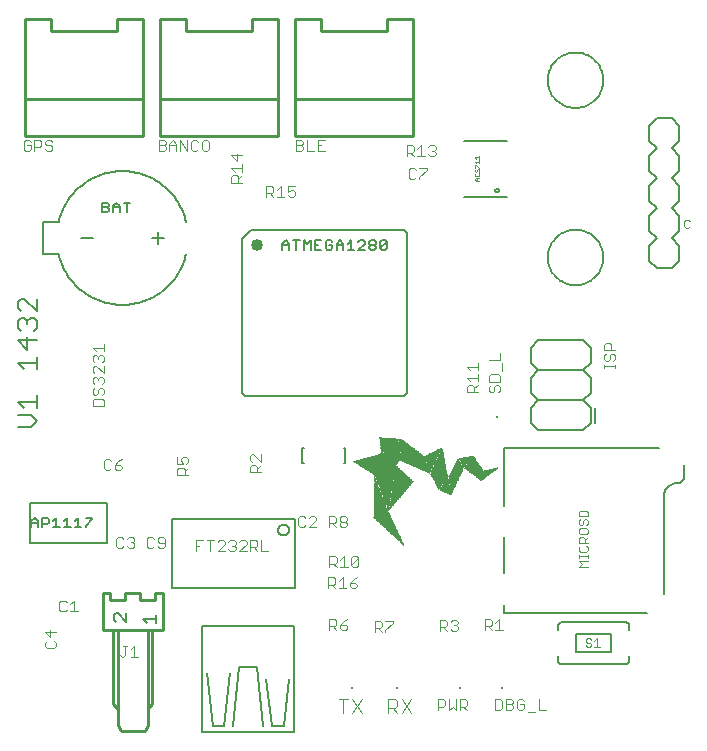
<source format=gto>
G75*
%MOIN*%
%OFA0B0*%
%FSLAX24Y24*%
%IPPOS*%
%LPD*%
%AMOC8*
5,1,8,0,0,1.08239X$1,22.5*
%
%ADD10C,0.0060*%
%ADD11C,0.0030*%
%ADD12C,0.0080*%
%ADD13C,0.0401*%
%ADD14C,0.0070*%
%ADD15R,0.0079X0.0079*%
%ADD16C,0.0040*%
%ADD17C,0.0050*%
%ADD18C,0.0100*%
%ADD19C,0.0020*%
%ADD20C,0.0010*%
%ADD21R,0.0003X0.0003*%
%ADD22R,0.0005X0.0003*%
%ADD23R,0.0008X0.0003*%
%ADD24R,0.0010X0.0003*%
%ADD25R,0.0013X0.0003*%
%ADD26R,0.0015X0.0003*%
%ADD27R,0.0018X0.0003*%
%ADD28R,0.0020X0.0003*%
%ADD29R,0.0022X0.0003*%
%ADD30R,0.0025X0.0003*%
%ADD31R,0.0027X0.0003*%
%ADD32R,0.0030X0.0003*%
%ADD33R,0.0035X0.0003*%
%ADD34R,0.0037X0.0003*%
%ADD35R,0.0040X0.0003*%
%ADD36R,0.0043X0.0003*%
%ADD37R,0.0045X0.0003*%
%ADD38R,0.0047X0.0003*%
%ADD39R,0.0053X0.0003*%
%ADD40R,0.0055X0.0003*%
%ADD41R,0.0057X0.0003*%
%ADD42R,0.0060X0.0003*%
%ADD43R,0.0063X0.0003*%
%ADD44R,0.0065X0.0003*%
%ADD45R,0.0070X0.0003*%
%ADD46R,0.0073X0.0003*%
%ADD47R,0.0075X0.0003*%
%ADD48R,0.0077X0.0003*%
%ADD49R,0.0080X0.0003*%
%ADD50R,0.0083X0.0003*%
%ADD51R,0.0088X0.0003*%
%ADD52R,0.0090X0.0003*%
%ADD53R,0.0092X0.0003*%
%ADD54R,0.0095X0.0003*%
%ADD55R,0.0098X0.0003*%
%ADD56R,0.0100X0.0003*%
%ADD57R,0.0103X0.0003*%
%ADD58R,0.0105X0.0003*%
%ADD59R,0.0107X0.0003*%
%ADD60R,0.0110X0.0003*%
%ADD61R,0.0113X0.0003*%
%ADD62R,0.0115X0.0003*%
%ADD63R,0.0118X0.0003*%
%ADD64R,0.0120X0.0003*%
%ADD65R,0.0123X0.0003*%
%ADD66R,0.0125X0.0003*%
%ADD67R,0.0127X0.0003*%
%ADD68R,0.0130X0.0003*%
%ADD69R,0.0133X0.0003*%
%ADD70R,0.0135X0.0003*%
%ADD71R,0.0140X0.0003*%
%ADD72R,0.0143X0.0003*%
%ADD73R,0.0145X0.0003*%
%ADD74R,0.0147X0.0003*%
%ADD75R,0.0150X0.0003*%
%ADD76R,0.0153X0.0003*%
%ADD77R,0.0155X0.0003*%
%ADD78R,0.0158X0.0003*%
%ADD79R,0.0160X0.0003*%
%ADD80R,0.0163X0.0003*%
%ADD81R,0.0165X0.0003*%
%ADD82R,0.0168X0.0003*%
%ADD83R,0.0170X0.0003*%
%ADD84R,0.0175X0.0003*%
%ADD85R,0.0177X0.0003*%
%ADD86R,0.0180X0.0003*%
%ADD87R,0.0182X0.0003*%
%ADD88R,0.0185X0.0003*%
%ADD89R,0.0187X0.0003*%
%ADD90R,0.0190X0.0003*%
%ADD91R,0.0193X0.0003*%
%ADD92R,0.0195X0.0003*%
%ADD93R,0.0198X0.0003*%
%ADD94R,0.0200X0.0003*%
%ADD95R,0.0203X0.0003*%
%ADD96R,0.0205X0.0003*%
%ADD97R,0.0208X0.0003*%
%ADD98R,0.0210X0.0003*%
%ADD99R,0.0213X0.0003*%
%ADD100R,0.0215X0.0003*%
%ADD101R,0.0217X0.0003*%
%ADD102R,0.0220X0.0003*%
%ADD103R,0.0222X0.0003*%
%ADD104R,0.0225X0.0003*%
%ADD105R,0.0230X0.0003*%
%ADD106R,0.0233X0.0003*%
%ADD107R,0.0235X0.0003*%
%ADD108R,0.0238X0.0003*%
%ADD109R,0.0240X0.0003*%
%ADD110R,0.0243X0.0003*%
%ADD111R,0.0245X0.0003*%
%ADD112R,0.0248X0.0003*%
%ADD113R,0.0250X0.0003*%
%ADD114R,0.0253X0.0003*%
%ADD115R,0.0255X0.0003*%
%ADD116R,0.0257X0.0003*%
%ADD117R,0.0260X0.0003*%
%ADD118R,0.0265X0.0003*%
%ADD119R,0.0267X0.0003*%
%ADD120R,0.0270X0.0003*%
%ADD121R,0.0273X0.0003*%
%ADD122R,0.0275X0.0003*%
%ADD123R,0.0278X0.0003*%
%ADD124R,0.0283X0.0003*%
%ADD125R,0.0285X0.0003*%
%ADD126R,0.0288X0.0003*%
%ADD127R,0.0290X0.0003*%
%ADD128R,0.0293X0.0003*%
%ADD129R,0.0295X0.0003*%
%ADD130R,0.0297X0.0003*%
%ADD131R,0.0300X0.0003*%
%ADD132R,0.0302X0.0003*%
%ADD133R,0.0305X0.0003*%
%ADD134R,0.0308X0.0003*%
%ADD135R,0.0310X0.0003*%
%ADD136R,0.0313X0.0003*%
%ADD137R,0.0318X0.0003*%
%ADD138R,0.0320X0.0003*%
%ADD139R,0.0323X0.0003*%
%ADD140R,0.0325X0.0003*%
%ADD141R,0.0328X0.0003*%
%ADD142R,0.0330X0.0003*%
%ADD143R,0.0335X0.0003*%
%ADD144R,0.0338X0.0003*%
%ADD145R,0.0340X0.0003*%
%ADD146R,0.0343X0.0003*%
%ADD147R,0.0345X0.0003*%
%ADD148R,0.0348X0.0003*%
%ADD149R,0.0352X0.0003*%
%ADD150R,0.0355X0.0003*%
%ADD151R,0.0357X0.0003*%
%ADD152R,0.0360X0.0003*%
%ADD153R,0.0362X0.0003*%
%ADD154R,0.0365X0.0003*%
%ADD155R,0.0370X0.0003*%
%ADD156R,0.0372X0.0003*%
%ADD157R,0.0375X0.0003*%
%ADD158R,0.0377X0.0003*%
%ADD159R,0.0380X0.0003*%
%ADD160R,0.0382X0.0003*%
%ADD161R,0.0385X0.0003*%
%ADD162R,0.0388X0.0003*%
%ADD163R,0.0390X0.0003*%
%ADD164R,0.0393X0.0003*%
%ADD165R,0.0395X0.0003*%
%ADD166R,0.0398X0.0003*%
%ADD167R,0.0400X0.0003*%
%ADD168R,0.0405X0.0003*%
%ADD169R,0.0408X0.0003*%
%ADD170R,0.0410X0.0003*%
%ADD171R,0.0413X0.0003*%
%ADD172R,0.0415X0.0003*%
%ADD173R,0.0418X0.0003*%
%ADD174R,0.0420X0.0003*%
%ADD175R,0.0423X0.0003*%
%ADD176R,0.0425X0.0003*%
%ADD177R,0.0428X0.0003*%
%ADD178R,0.0430X0.0003*%
%ADD179R,0.0432X0.0003*%
%ADD180R,0.0435X0.0003*%
%ADD181R,0.0437X0.0003*%
%ADD182R,0.0440X0.0003*%
%ADD183R,0.0442X0.0003*%
%ADD184R,0.0445X0.0003*%
%ADD185R,0.0447X0.0003*%
%ADD186R,0.0450X0.0003*%
%ADD187R,0.0452X0.0003*%
%ADD188R,0.0455X0.0003*%
%ADD189R,0.0457X0.0003*%
%ADD190R,0.0460X0.0003*%
%ADD191R,0.0462X0.0003*%
%ADD192R,0.0465X0.0003*%
%ADD193R,0.0468X0.0003*%
%ADD194R,0.0470X0.0003*%
%ADD195R,0.0473X0.0003*%
%ADD196R,0.0475X0.0003*%
%ADD197R,0.0478X0.0003*%
%ADD198R,0.0480X0.0003*%
%ADD199R,0.0483X0.0003*%
%ADD200R,0.0485X0.0003*%
%ADD201R,0.0488X0.0003*%
%ADD202R,0.0490X0.0003*%
%ADD203R,0.0493X0.0003*%
%ADD204R,0.0495X0.0003*%
%ADD205R,0.0498X0.0003*%
%ADD206R,0.0500X0.0003*%
%ADD207R,0.0503X0.0003*%
%ADD208R,0.0505X0.0003*%
%ADD209R,0.0508X0.0003*%
%ADD210R,0.0512X0.0003*%
%ADD211R,0.0515X0.0003*%
%ADD212R,0.0517X0.0003*%
%ADD213R,0.0520X0.0003*%
%ADD214R,0.0522X0.0003*%
%ADD215R,0.0525X0.0003*%
%ADD216R,0.0527X0.0003*%
%ADD217R,0.0530X0.0003*%
%ADD218R,0.0532X0.0003*%
%ADD219R,0.0535X0.0003*%
%ADD220R,0.0537X0.0003*%
%ADD221R,0.0540X0.0003*%
%ADD222R,0.0543X0.0003*%
%ADD223R,0.0548X0.0003*%
%ADD224R,0.0550X0.0003*%
%ADD225R,0.0553X0.0003*%
%ADD226R,0.0555X0.0003*%
%ADD227R,0.0558X0.0003*%
%ADD228R,0.0560X0.0003*%
%ADD229R,0.0565X0.0003*%
%ADD230R,0.0568X0.0003*%
%ADD231R,0.0563X0.0003*%
%ADD232R,0.0050X0.0003*%
%ADD233R,0.0067X0.0003*%
%ADD234R,0.0085X0.0003*%
%ADD235R,0.0350X0.0003*%
%ADD236R,0.0280X0.0003*%
%ADD237R,0.0227X0.0003*%
%ADD238R,0.0173X0.0003*%
%ADD239R,0.0315X0.0003*%
%ADD240R,0.0333X0.0003*%
%ADD241R,0.0032X0.0003*%
%ADD242R,0.0403X0.0003*%
%ADD243R,0.0138X0.0003*%
%ADD244R,0.0367X0.0003*%
%ADD245R,0.0262X0.0003*%
%ADD246R,0.0510X0.0003*%
%ADD247R,0.0545X0.0003*%
%ADD248R,0.0570X0.0003*%
%ADD249R,0.0573X0.0003*%
%ADD250R,0.0575X0.0003*%
%ADD251R,0.0578X0.0003*%
%ADD252R,0.0580X0.0003*%
%ADD253R,0.0583X0.0003*%
%ADD254R,0.0585X0.0003*%
%ADD255R,0.0587X0.0003*%
%ADD256R,0.0590X0.0003*%
%ADD257R,0.0592X0.0003*%
%ADD258R,0.0595X0.0003*%
%ADD259R,0.0597X0.0003*%
%ADD260R,0.0600X0.0003*%
%ADD261R,0.0602X0.0003*%
%ADD262R,0.0605X0.0003*%
%ADD263R,0.0607X0.0003*%
%ADD264R,0.0610X0.0003*%
%ADD265R,0.0612X0.0003*%
%ADD266R,0.0615X0.0003*%
%ADD267R,0.0617X0.0003*%
%ADD268R,0.0620X0.0003*%
%ADD269R,0.0623X0.0003*%
%ADD270R,0.0625X0.0003*%
%ADD271R,0.0628X0.0003*%
%ADD272R,0.0630X0.0003*%
%ADD273R,0.0633X0.0003*%
%ADD274R,0.0635X0.0003*%
%ADD275R,0.0638X0.0003*%
%ADD276R,0.0640X0.0003*%
%ADD277R,0.0643X0.0003*%
%ADD278R,0.0645X0.0003*%
%ADD279R,0.0648X0.0003*%
%ADD280R,0.0650X0.0003*%
%ADD281R,0.0653X0.0003*%
%ADD282R,0.0655X0.0003*%
%ADD283R,0.0663X0.0003*%
%ADD284R,0.0675X0.0003*%
%ADD285R,0.0683X0.0003*%
%ADD286R,0.0693X0.0003*%
%ADD287R,0.0705X0.0003*%
%ADD288R,0.0712X0.0003*%
%ADD289R,0.0725X0.0003*%
%ADD290R,0.0732X0.0003*%
%ADD291R,0.0742X0.0003*%
%ADD292R,0.0755X0.0003*%
%ADD293R,0.0762X0.0003*%
%ADD294R,0.0772X0.0003*%
%ADD295R,0.0785X0.0003*%
%ADD296R,0.0793X0.0003*%
%ADD297R,0.0803X0.0003*%
%ADD298R,0.0813X0.0003*%
%ADD299R,0.0823X0.0003*%
%ADD300R,0.0833X0.0003*%
%ADD301R,0.0843X0.0003*%
%ADD302R,0.0853X0.0003*%
%ADD303R,0.0862X0.0003*%
%ADD304R,0.0872X0.0003*%
%ADD305R,0.0882X0.0003*%
%ADD306R,0.0892X0.0003*%
%ADD307R,0.0902X0.0003*%
%ADD308R,0.0912X0.0003*%
%ADD309R,0.0922X0.0003*%
%ADD310R,0.0930X0.0003*%
%ADD311R,0.0943X0.0003*%
%ADD312R,0.0953X0.0003*%
%ADD313R,0.0963X0.0003*%
%ADD314R,0.0973X0.0003*%
%ADD315R,0.0980X0.0003*%
%ADD316R,0.0993X0.0003*%
%ADD317R,0.1000X0.0003*%
%ADD318R,0.1010X0.0003*%
%ADD319R,0.1022X0.0003*%
%ADD320R,0.1030X0.0003*%
%ADD321R,0.1043X0.0003*%
%ADD322R,0.1050X0.0003*%
%ADD323R,0.1060X0.0003*%
%ADD324R,0.1073X0.0003*%
%ADD325R,0.1080X0.0003*%
%ADD326R,0.1090X0.0003*%
%ADD327R,0.1100X0.0003*%
%ADD328R,0.1110X0.0003*%
%ADD329R,0.1123X0.0003*%
%ADD330R,0.1130X0.0003*%
%ADD331R,0.1140X0.0003*%
%ADD332R,0.1145X0.0003*%
%ADD333R,0.1103X0.0003*%
%ADD334R,0.1078X0.0003*%
%ADD335R,0.1058X0.0003*%
%ADD336R,0.1032X0.0003*%
%ADD337R,0.1013X0.0003*%
%ADD338R,0.0968X0.0003*%
%ADD339R,0.0948X0.0003*%
%ADD340R,0.0925X0.0003*%
%ADD341R,0.0860X0.0003*%
%ADD342R,0.0838X0.0003*%
%ADD343R,0.0815X0.0003*%
%ADD344R,0.0747X0.0003*%
%ADD345R,0.0727X0.0003*%
%ADD346R,0.0660X0.0003*%
%ADD347R,0.0658X0.0003*%
%ADD348R,0.0668X0.0003*%
%ADD349R,0.0680X0.0003*%
%ADD350R,0.0703X0.0003*%
%ADD351R,0.0685X0.0003*%
%ADD352R,0.0750X0.0003*%
%ADD353R,0.0690X0.0003*%
%ADD354R,0.0770X0.0003*%
%ADD355R,0.0695X0.0003*%
%ADD356R,0.0795X0.0003*%
%ADD357R,0.0700X0.0003*%
%ADD358R,0.0818X0.0003*%
%ADD359R,0.0840X0.0003*%
%ADD360R,0.0710X0.0003*%
%ADD361R,0.0715X0.0003*%
%ADD362R,0.0885X0.0003*%
%ADD363R,0.0720X0.0003*%
%ADD364R,0.0907X0.0003*%
%ADD365R,0.0730X0.0003*%
%ADD366R,0.0735X0.0003*%
%ADD367R,0.0978X0.0003*%
%ADD368R,0.0740X0.0003*%
%ADD369R,0.0998X0.0003*%
%ADD370R,0.0745X0.0003*%
%ADD371R,0.1045X0.0003*%
%ADD372R,0.1065X0.0003*%
%ADD373R,0.0765X0.0003*%
%ADD374R,0.1113X0.0003*%
%ADD375R,0.1135X0.0003*%
%ADD376R,0.0775X0.0003*%
%ADD377R,0.1158X0.0003*%
%ADD378R,0.0780X0.0003*%
%ADD379R,0.1177X0.0003*%
%ADD380R,0.1168X0.0003*%
%ADD381R,0.0790X0.0003*%
%ADD382R,0.1153X0.0003*%
%ADD383R,0.0800X0.0003*%
%ADD384R,0.1128X0.0003*%
%ADD385R,0.0808X0.0003*%
%ADD386R,0.1115X0.0003*%
%ADD387R,0.0788X0.0003*%
%ADD388R,0.1063X0.0003*%
%ADD389R,0.0757X0.0003*%
%ADD390R,0.1038X0.0003*%
%ADD391R,0.1025X0.0003*%
%ADD392R,0.0698X0.0003*%
%ADD393R,0.0985X0.0003*%
%ADD394R,0.0960X0.0003*%
%ADD395R,0.0933X0.0003*%
%ADD396R,0.0920X0.0003*%
%ADD397R,0.0910X0.0003*%
%ADD398R,0.0895X0.0003*%
%ADD399R,0.0870X0.0003*%
%ADD400R,0.0855X0.0003*%
%ADD401R,0.0820X0.0003*%
%ADD402R,0.0805X0.0003*%
%ADD403R,0.0752X0.0003*%
%ADD404R,0.0670X0.0003*%
%ADD405R,0.0767X0.0003*%
%ADD406R,0.0760X0.0003*%
%ADD407R,0.0722X0.0003*%
%ADD408R,0.0707X0.0003*%
%ADD409R,0.0688X0.0003*%
%ADD410R,0.0678X0.0003*%
%ADD411R,0.0673X0.0003*%
%ADD412R,0.0665X0.0003*%
D10*
X010786Y010348D02*
X010786Y012652D01*
X014881Y012652D01*
X014881Y010348D01*
X010786Y010348D01*
X014316Y012268D02*
X014318Y012294D01*
X014324Y012320D01*
X014333Y012345D01*
X014346Y012368D01*
X014362Y012389D01*
X014381Y012407D01*
X014403Y012423D01*
X014426Y012435D01*
X014451Y012443D01*
X014477Y012448D01*
X014504Y012449D01*
X014530Y012446D01*
X014555Y012439D01*
X014580Y012429D01*
X014602Y012415D01*
X014623Y012398D01*
X014640Y012379D01*
X014655Y012357D01*
X014666Y012333D01*
X014674Y012307D01*
X014678Y012281D01*
X014678Y012255D01*
X014674Y012229D01*
X014666Y012203D01*
X014655Y012179D01*
X014640Y012157D01*
X014623Y012138D01*
X014602Y012121D01*
X014580Y012107D01*
X014555Y012097D01*
X014530Y012090D01*
X014504Y012087D01*
X014477Y012088D01*
X014451Y012093D01*
X014426Y012101D01*
X014403Y012113D01*
X014381Y012129D01*
X014362Y012147D01*
X014346Y012168D01*
X014333Y012191D01*
X014324Y012216D01*
X014318Y012242D01*
X014316Y012268D01*
X006278Y015902D02*
X006065Y016115D01*
X005638Y016115D01*
X005851Y016333D02*
X005638Y016546D01*
X006278Y016546D01*
X006278Y016333D02*
X006278Y016760D01*
X006278Y015902D02*
X006065Y015688D01*
X005638Y015688D01*
X005851Y017622D02*
X005638Y017835D01*
X006278Y017835D01*
X006278Y017622D02*
X006278Y018049D01*
X005958Y018266D02*
X005958Y018693D01*
X006171Y018911D02*
X006278Y019018D01*
X006278Y019231D01*
X006171Y019338D01*
X006065Y019338D01*
X005958Y019231D01*
X005958Y019125D01*
X005958Y019231D02*
X005851Y019338D01*
X005744Y019338D01*
X005638Y019231D01*
X005638Y019018D01*
X005744Y018911D01*
X005638Y018587D02*
X005958Y018266D01*
X006278Y018587D02*
X005638Y018587D01*
X005744Y019556D02*
X005638Y019662D01*
X005638Y019876D01*
X005744Y019983D01*
X005851Y019983D01*
X006278Y019556D01*
X006278Y019983D01*
X020517Y023373D02*
X021937Y023373D01*
X021937Y025233D02*
X020517Y025233D01*
X023306Y027260D02*
X023308Y027320D01*
X023314Y027381D01*
X023324Y027440D01*
X023338Y027499D01*
X023355Y027557D01*
X023376Y027614D01*
X023401Y027669D01*
X023430Y027722D01*
X023462Y027774D01*
X023497Y027823D01*
X023536Y027870D01*
X023577Y027914D01*
X023621Y027955D01*
X023668Y027994D01*
X023717Y028029D01*
X023768Y028061D01*
X023822Y028090D01*
X023877Y028115D01*
X023934Y028136D01*
X023992Y028153D01*
X024051Y028167D01*
X024110Y028177D01*
X024171Y028183D01*
X024231Y028185D01*
X024291Y028183D01*
X024352Y028177D01*
X024411Y028167D01*
X024470Y028153D01*
X024528Y028136D01*
X024585Y028115D01*
X024640Y028090D01*
X024693Y028061D01*
X024745Y028029D01*
X024794Y027994D01*
X024841Y027955D01*
X024885Y027914D01*
X024926Y027870D01*
X024965Y027823D01*
X025000Y027774D01*
X025032Y027723D01*
X025061Y027669D01*
X025086Y027614D01*
X025107Y027557D01*
X025124Y027499D01*
X025138Y027440D01*
X025148Y027381D01*
X025154Y027320D01*
X025156Y027260D01*
X025154Y027200D01*
X025148Y027139D01*
X025138Y027080D01*
X025124Y027021D01*
X025107Y026963D01*
X025086Y026906D01*
X025061Y026851D01*
X025032Y026798D01*
X025000Y026746D01*
X024965Y026697D01*
X024926Y026650D01*
X024885Y026606D01*
X024841Y026565D01*
X024794Y026526D01*
X024745Y026491D01*
X024694Y026459D01*
X024640Y026430D01*
X024585Y026405D01*
X024528Y026384D01*
X024470Y026367D01*
X024411Y026353D01*
X024352Y026343D01*
X024291Y026337D01*
X024231Y026335D01*
X024171Y026337D01*
X024110Y026343D01*
X024051Y026353D01*
X023992Y026367D01*
X023934Y026384D01*
X023877Y026405D01*
X023822Y026430D01*
X023769Y026459D01*
X023717Y026491D01*
X023668Y026526D01*
X023621Y026565D01*
X023577Y026606D01*
X023536Y026650D01*
X023497Y026697D01*
X023462Y026746D01*
X023430Y026797D01*
X023401Y026851D01*
X023376Y026906D01*
X023355Y026963D01*
X023338Y027021D01*
X023324Y027080D01*
X023314Y027139D01*
X023308Y027200D01*
X023306Y027260D01*
X023306Y021354D02*
X023308Y021414D01*
X023314Y021475D01*
X023324Y021534D01*
X023338Y021593D01*
X023355Y021651D01*
X023376Y021708D01*
X023401Y021763D01*
X023430Y021816D01*
X023462Y021868D01*
X023497Y021917D01*
X023536Y021964D01*
X023577Y022008D01*
X023621Y022049D01*
X023668Y022088D01*
X023717Y022123D01*
X023768Y022155D01*
X023822Y022184D01*
X023877Y022209D01*
X023934Y022230D01*
X023992Y022247D01*
X024051Y022261D01*
X024110Y022271D01*
X024171Y022277D01*
X024231Y022279D01*
X024291Y022277D01*
X024352Y022271D01*
X024411Y022261D01*
X024470Y022247D01*
X024528Y022230D01*
X024585Y022209D01*
X024640Y022184D01*
X024693Y022155D01*
X024745Y022123D01*
X024794Y022088D01*
X024841Y022049D01*
X024885Y022008D01*
X024926Y021964D01*
X024965Y021917D01*
X025000Y021868D01*
X025032Y021817D01*
X025061Y021763D01*
X025086Y021708D01*
X025107Y021651D01*
X025124Y021593D01*
X025138Y021534D01*
X025148Y021475D01*
X025154Y021414D01*
X025156Y021354D01*
X025154Y021294D01*
X025148Y021233D01*
X025138Y021174D01*
X025124Y021115D01*
X025107Y021057D01*
X025086Y021000D01*
X025061Y020945D01*
X025032Y020892D01*
X025000Y020840D01*
X024965Y020791D01*
X024926Y020744D01*
X024885Y020700D01*
X024841Y020659D01*
X024794Y020620D01*
X024745Y020585D01*
X024694Y020553D01*
X024640Y020524D01*
X024585Y020499D01*
X024528Y020478D01*
X024470Y020461D01*
X024411Y020447D01*
X024352Y020437D01*
X024291Y020431D01*
X024231Y020429D01*
X024171Y020431D01*
X024110Y020437D01*
X024051Y020447D01*
X023992Y020461D01*
X023934Y020478D01*
X023877Y020499D01*
X023822Y020524D01*
X023769Y020553D01*
X023717Y020585D01*
X023668Y020620D01*
X023621Y020659D01*
X023577Y020700D01*
X023536Y020744D01*
X023497Y020791D01*
X023462Y020840D01*
X023430Y020891D01*
X023401Y020945D01*
X023376Y021000D01*
X023355Y021057D01*
X023338Y021115D01*
X023324Y021174D01*
X023314Y021233D01*
X023308Y021294D01*
X023306Y021354D01*
D11*
X006608Y008326D02*
X006547Y008387D01*
X006547Y008508D01*
X006608Y008569D01*
X006729Y008689D02*
X006729Y008931D01*
X006911Y008871D02*
X006547Y008871D01*
X006729Y008689D01*
X006851Y008569D02*
X006911Y008508D01*
X006911Y008387D01*
X006851Y008326D01*
X006608Y008326D01*
X007090Y009554D02*
X007211Y009554D01*
X007272Y009615D01*
X007392Y009554D02*
X007635Y009554D01*
X007513Y009554D02*
X007513Y009918D01*
X007392Y009797D01*
X007272Y009858D02*
X007211Y009918D01*
X007090Y009918D01*
X007029Y009858D01*
X007029Y009615D01*
X007090Y009554D01*
X008973Y011671D02*
X009097Y011671D01*
X009159Y011732D01*
X009280Y011732D02*
X009342Y011671D01*
X009465Y011671D01*
X009527Y011732D01*
X009527Y011794D01*
X009465Y011856D01*
X009403Y011856D01*
X009465Y011856D02*
X009527Y011917D01*
X009527Y011979D01*
X009465Y012041D01*
X009342Y012041D01*
X009280Y011979D01*
X009159Y011979D02*
X009097Y012041D01*
X008973Y012041D01*
X008912Y011979D01*
X008912Y011732D01*
X008973Y011671D01*
X009934Y011731D02*
X009995Y011670D01*
X010116Y011670D01*
X010177Y011731D01*
X010297Y011731D02*
X010358Y011670D01*
X010479Y011670D01*
X010540Y011731D01*
X010540Y011973D01*
X010479Y012034D01*
X010358Y012034D01*
X010297Y011973D01*
X010297Y011913D01*
X010358Y011852D01*
X010540Y011852D01*
X010177Y011973D02*
X010116Y012034D01*
X009995Y012034D01*
X009934Y011973D01*
X009934Y011731D01*
X011575Y011748D02*
X011696Y011748D01*
X011575Y011566D02*
X011575Y011930D01*
X011817Y011930D01*
X011937Y011930D02*
X012180Y011930D01*
X012058Y011930D02*
X012058Y011566D01*
X012300Y011566D02*
X012542Y011809D01*
X012542Y011870D01*
X012482Y011930D01*
X012360Y011930D01*
X012300Y011870D01*
X012300Y011566D02*
X012542Y011566D01*
X012662Y011627D02*
X012723Y011566D01*
X012844Y011566D01*
X012905Y011627D01*
X012905Y011688D01*
X012844Y011748D01*
X012783Y011748D01*
X012844Y011748D02*
X012905Y011809D01*
X012905Y011870D01*
X012844Y011930D01*
X012723Y011930D01*
X012662Y011870D01*
X013025Y011870D02*
X013085Y011930D01*
X013207Y011930D01*
X013267Y011870D01*
X013267Y011809D01*
X013025Y011566D01*
X013267Y011566D01*
X013387Y011566D02*
X013387Y011930D01*
X013569Y011930D01*
X013630Y011870D01*
X013630Y011748D01*
X013569Y011688D01*
X013387Y011688D01*
X013508Y011688D02*
X013630Y011566D01*
X013750Y011566D02*
X013992Y011566D01*
X013750Y011566D02*
X013750Y011930D01*
X014983Y012428D02*
X015044Y012367D01*
X015165Y012367D01*
X015226Y012428D01*
X015346Y012367D02*
X015589Y012610D01*
X015589Y012670D01*
X015528Y012731D01*
X015407Y012731D01*
X015346Y012670D01*
X015226Y012670D02*
X015165Y012731D01*
X015044Y012731D01*
X014983Y012670D01*
X014983Y012428D01*
X015346Y012367D02*
X015589Y012367D01*
X015998Y012365D02*
X015998Y012735D01*
X016183Y012735D01*
X016245Y012674D01*
X016245Y012550D01*
X016183Y012488D01*
X015998Y012488D01*
X016122Y012488D02*
X016245Y012365D01*
X016367Y012427D02*
X016367Y012488D01*
X016428Y012550D01*
X016552Y012550D01*
X016614Y012488D01*
X016614Y012427D01*
X016552Y012365D01*
X016428Y012365D01*
X016367Y012427D01*
X016428Y012550D02*
X016367Y012612D01*
X016367Y012674D01*
X016428Y012735D01*
X016552Y012735D01*
X016614Y012674D01*
X016614Y012612D01*
X016552Y012550D01*
X016510Y011389D02*
X016510Y011025D01*
X016389Y011025D02*
X016632Y011025D01*
X016752Y011086D02*
X016994Y011328D01*
X016994Y011086D01*
X016934Y011025D01*
X016812Y011025D01*
X016752Y011086D01*
X016752Y011328D01*
X016812Y011389D01*
X016934Y011389D01*
X016994Y011328D01*
X016510Y011389D02*
X016389Y011268D01*
X016269Y011328D02*
X016269Y011207D01*
X016209Y011146D01*
X016027Y011146D01*
X016148Y011146D02*
X016269Y011025D01*
X016027Y011025D02*
X016027Y011389D01*
X016209Y011389D01*
X016269Y011328D01*
X016169Y010694D02*
X016230Y010633D01*
X016230Y010512D01*
X016169Y010451D01*
X015987Y010451D01*
X015987Y010330D02*
X015987Y010694D01*
X016169Y010694D01*
X016350Y010573D02*
X016471Y010694D01*
X016471Y010330D01*
X016350Y010330D02*
X016592Y010330D01*
X016712Y010391D02*
X016773Y010330D01*
X016894Y010330D01*
X016955Y010391D01*
X016955Y010451D01*
X016894Y010512D01*
X016712Y010512D01*
X016712Y010391D01*
X016712Y010512D02*
X016834Y010633D01*
X016955Y010694D01*
X016230Y010330D02*
X016109Y010451D01*
X016020Y009300D02*
X016202Y009300D01*
X016262Y009240D01*
X016262Y009118D01*
X016202Y009058D01*
X016020Y009058D01*
X016141Y009058D02*
X016262Y008936D01*
X016382Y008997D02*
X016382Y009118D01*
X016564Y009118D01*
X016625Y009058D01*
X016625Y008997D01*
X016564Y008936D01*
X016443Y008936D01*
X016382Y008997D01*
X016382Y009118D02*
X016503Y009240D01*
X016625Y009300D01*
X016020Y009300D02*
X016020Y008936D01*
X017531Y008881D02*
X017531Y009245D01*
X017713Y009245D01*
X017773Y009184D01*
X017773Y009063D01*
X017713Y009002D01*
X017531Y009002D01*
X017652Y009002D02*
X017773Y008881D01*
X017893Y008881D02*
X017893Y008942D01*
X018136Y009184D01*
X018136Y009245D01*
X017893Y009245D01*
X019702Y009274D02*
X019702Y008910D01*
X019702Y009031D02*
X019884Y009031D01*
X019945Y009092D01*
X019945Y009213D01*
X019884Y009274D01*
X019702Y009274D01*
X019823Y009031D02*
X019945Y008910D01*
X020065Y008971D02*
X020125Y008910D01*
X020247Y008910D01*
X020307Y008971D01*
X020307Y009031D01*
X020247Y009092D01*
X020186Y009092D01*
X020247Y009092D02*
X020307Y009153D01*
X020307Y009213D01*
X020247Y009274D01*
X020125Y009274D01*
X020065Y009213D01*
X021198Y009300D02*
X021198Y008936D01*
X021198Y009058D02*
X021380Y009058D01*
X021441Y009118D01*
X021441Y009240D01*
X021380Y009300D01*
X021198Y009300D01*
X021320Y009058D02*
X021441Y008936D01*
X021561Y008936D02*
X021804Y008936D01*
X021682Y008936D02*
X021682Y009300D01*
X021561Y009179D01*
X021548Y006638D02*
X021730Y006638D01*
X021791Y006577D01*
X021791Y006334D01*
X021730Y006274D01*
X021548Y006274D01*
X021548Y006638D01*
X021910Y006638D02*
X021910Y006274D01*
X022092Y006274D01*
X022153Y006334D01*
X022153Y006395D01*
X022092Y006456D01*
X021910Y006456D01*
X021910Y006638D02*
X022092Y006638D01*
X022153Y006577D01*
X022153Y006516D01*
X022092Y006456D01*
X022273Y006577D02*
X022273Y006334D01*
X022334Y006274D01*
X022455Y006274D01*
X022516Y006334D01*
X022516Y006456D01*
X022394Y006456D01*
X022273Y006577D02*
X022334Y006638D01*
X022455Y006638D01*
X022516Y006577D01*
X022635Y006213D02*
X022878Y006213D01*
X022998Y006274D02*
X022998Y006638D01*
X022998Y006274D02*
X023241Y006274D01*
X020616Y006255D02*
X020495Y006376D01*
X020555Y006376D02*
X020373Y006376D01*
X020373Y006255D02*
X020373Y006619D01*
X020555Y006619D01*
X020616Y006559D01*
X020616Y006437D01*
X020555Y006376D01*
X020254Y006255D02*
X020254Y006619D01*
X020011Y006619D02*
X020011Y006255D01*
X020132Y006376D01*
X020254Y006255D01*
X019891Y006437D02*
X019891Y006559D01*
X019830Y006619D01*
X019648Y006619D01*
X019648Y006255D01*
X019648Y006376D02*
X019830Y006376D01*
X019891Y006437D01*
X024348Y011051D02*
X024445Y011147D01*
X024348Y011244D01*
X024638Y011244D01*
X024638Y011345D02*
X024638Y011442D01*
X024638Y011394D02*
X024348Y011394D01*
X024348Y011442D02*
X024348Y011345D01*
X024396Y011542D02*
X024590Y011542D01*
X024638Y011590D01*
X024638Y011687D01*
X024590Y011735D01*
X024638Y011836D02*
X024348Y011836D01*
X024348Y011982D01*
X024396Y012030D01*
X024493Y012030D01*
X024542Y011982D01*
X024542Y011836D01*
X024542Y011933D02*
X024638Y012030D01*
X024590Y012131D02*
X024638Y012179D01*
X024638Y012276D01*
X024590Y012325D01*
X024396Y012325D01*
X024348Y012276D01*
X024348Y012179D01*
X024396Y012131D01*
X024590Y012131D01*
X024590Y012426D02*
X024638Y012474D01*
X024638Y012571D01*
X024590Y012619D01*
X024542Y012619D01*
X024493Y012571D01*
X024493Y012474D01*
X024445Y012426D01*
X024396Y012426D01*
X024348Y012474D01*
X024348Y012571D01*
X024396Y012619D01*
X024348Y012720D02*
X024348Y012865D01*
X024396Y012914D01*
X024590Y012914D01*
X024638Y012865D01*
X024638Y012720D01*
X024348Y012720D01*
X024396Y011735D02*
X024348Y011687D01*
X024348Y011590D01*
X024396Y011542D01*
X024348Y011051D02*
X024638Y011051D01*
X021651Y016854D02*
X021712Y016914D01*
X021712Y017036D01*
X021651Y017096D01*
X021591Y017096D01*
X021530Y017036D01*
X021530Y016914D01*
X021469Y016854D01*
X021409Y016854D01*
X021348Y016914D01*
X021348Y017036D01*
X021409Y017096D01*
X021348Y017216D02*
X021348Y017398D01*
X021409Y017459D01*
X021651Y017459D01*
X021712Y017398D01*
X021712Y017216D01*
X021348Y017216D01*
X020972Y017230D02*
X020972Y017473D01*
X020972Y017592D02*
X020972Y017835D01*
X020972Y017714D02*
X020608Y017714D01*
X020729Y017592D01*
X020608Y017351D02*
X020972Y017351D01*
X020972Y017110D02*
X020851Y016989D01*
X020851Y017049D02*
X020851Y016867D01*
X020972Y016867D02*
X020608Y016867D01*
X020608Y017049D01*
X020669Y017110D01*
X020790Y017110D01*
X020851Y017049D01*
X020729Y017230D02*
X020608Y017351D01*
X021348Y017941D02*
X021712Y017941D01*
X021712Y018184D01*
X021773Y017821D02*
X021773Y017579D01*
X027852Y022390D02*
X027897Y022345D01*
X027987Y022345D01*
X028032Y022390D01*
X027852Y022390D02*
X027852Y022570D01*
X027897Y022615D01*
X027987Y022615D01*
X028032Y022570D01*
X019566Y024786D02*
X019506Y024725D01*
X019384Y024725D01*
X019324Y024786D01*
X019204Y024725D02*
X018961Y024725D01*
X018841Y024725D02*
X018720Y024847D01*
X018781Y024847D02*
X018599Y024847D01*
X018599Y024725D02*
X018599Y025089D01*
X018781Y025089D01*
X018841Y025029D01*
X018841Y024907D01*
X018781Y024847D01*
X018961Y024968D02*
X019083Y025089D01*
X019083Y024725D01*
X019027Y024345D02*
X019269Y024345D01*
X019269Y024284D01*
X019027Y024041D01*
X019027Y023981D01*
X018907Y024041D02*
X018846Y023981D01*
X018725Y023981D01*
X018664Y024041D01*
X018664Y024284D01*
X018725Y024345D01*
X018846Y024345D01*
X018907Y024284D01*
X019445Y024907D02*
X019506Y024907D01*
X019566Y024847D01*
X019566Y024786D01*
X019506Y024907D02*
X019566Y024968D01*
X019566Y025029D01*
X019506Y025089D01*
X019384Y025089D01*
X019324Y025029D01*
X014884Y023729D02*
X014642Y023729D01*
X014642Y023547D01*
X014763Y023607D01*
X014824Y023607D01*
X014884Y023547D01*
X014884Y023425D01*
X014824Y023365D01*
X014702Y023365D01*
X014642Y023425D01*
X014522Y023365D02*
X014279Y023365D01*
X014159Y023365D02*
X014038Y023486D01*
X014099Y023486D02*
X013917Y023486D01*
X013917Y023365D02*
X013917Y023729D01*
X014099Y023729D01*
X014159Y023668D01*
X014159Y023547D01*
X014099Y023486D01*
X014279Y023607D02*
X014401Y023729D01*
X014401Y023365D01*
X013117Y023850D02*
X012753Y023850D01*
X012753Y024032D01*
X012813Y024093D01*
X012935Y024093D01*
X012995Y024032D01*
X012995Y023850D01*
X012995Y023971D02*
X013117Y024093D01*
X013117Y024213D02*
X013117Y024455D01*
X013117Y024334D02*
X012753Y024334D01*
X012874Y024213D01*
X012935Y024575D02*
X012753Y024757D01*
X013117Y024757D01*
X012935Y024818D02*
X012935Y024575D01*
X008499Y018462D02*
X008499Y018219D01*
X008499Y018341D02*
X008135Y018341D01*
X008257Y018219D01*
X008257Y018099D02*
X008317Y018039D01*
X008378Y018099D01*
X008439Y018099D01*
X008499Y018039D01*
X008499Y017917D01*
X008439Y017857D01*
X008499Y017737D02*
X008499Y017494D01*
X008257Y017737D01*
X008196Y017737D01*
X008135Y017676D01*
X008135Y017555D01*
X008196Y017494D01*
X008196Y017374D02*
X008257Y017374D01*
X008317Y017314D01*
X008378Y017374D01*
X008439Y017374D01*
X008499Y017314D01*
X008499Y017192D01*
X008439Y017132D01*
X008439Y017012D02*
X008499Y016951D01*
X008499Y016830D01*
X008439Y016769D01*
X008439Y016649D02*
X008196Y016649D01*
X008135Y016589D01*
X008135Y016407D01*
X008499Y016407D01*
X008499Y016589D01*
X008439Y016649D01*
X008317Y016830D02*
X008317Y016951D01*
X008378Y017012D01*
X008439Y017012D01*
X008317Y016830D02*
X008257Y016769D01*
X008196Y016769D01*
X008135Y016830D01*
X008135Y016951D01*
X008196Y017012D01*
X008196Y017132D02*
X008135Y017192D01*
X008135Y017314D01*
X008196Y017374D01*
X008317Y017314D02*
X008317Y017253D01*
X008196Y017857D02*
X008135Y017917D01*
X008135Y018039D01*
X008196Y018099D01*
X008257Y018099D01*
X008317Y018039D02*
X008317Y017978D01*
X008565Y014623D02*
X008505Y014563D01*
X008505Y014320D01*
X008565Y014259D01*
X008687Y014259D01*
X008747Y014320D01*
X008867Y014320D02*
X008928Y014259D01*
X009049Y014259D01*
X009110Y014320D01*
X009110Y014381D01*
X009049Y014441D01*
X008867Y014441D01*
X008867Y014320D01*
X008867Y014441D02*
X008988Y014563D01*
X009110Y014623D01*
X008747Y014563D02*
X008687Y014623D01*
X008565Y014623D01*
X010954Y014713D02*
X010954Y014470D01*
X011136Y014470D01*
X011076Y014591D01*
X011076Y014652D01*
X011136Y014713D01*
X011258Y014713D01*
X011318Y014652D01*
X011318Y014531D01*
X011258Y014470D01*
X011318Y014350D02*
X011197Y014229D01*
X011197Y014290D02*
X011197Y014108D01*
X011318Y014108D02*
X010954Y014108D01*
X010954Y014290D01*
X011015Y014350D01*
X011136Y014350D01*
X011197Y014290D01*
X013372Y014368D02*
X013372Y014186D01*
X013736Y014186D01*
X013614Y014186D02*
X013614Y014368D01*
X013554Y014429D01*
X013432Y014429D01*
X013372Y014368D01*
X013432Y014549D02*
X013372Y014609D01*
X013372Y014731D01*
X013432Y014791D01*
X013493Y014791D01*
X013736Y014549D01*
X013736Y014791D01*
X013736Y014429D02*
X013614Y014308D01*
D12*
X015125Y014494D02*
X015125Y015006D01*
X015164Y015006D01*
X015164Y014494D02*
X015125Y014494D01*
X016503Y014494D02*
X016562Y014494D01*
X016562Y015006D01*
X016503Y015006D01*
X018518Y016744D02*
X018617Y016843D01*
X018617Y022157D01*
X018518Y022256D01*
X013400Y022256D01*
X013105Y021961D01*
X013105Y016843D01*
X013203Y016744D01*
X018518Y016744D01*
X021833Y015012D02*
X021833Y013083D01*
X021833Y012020D02*
X021833Y010839D01*
X021833Y009776D02*
X021833Y009500D01*
X026597Y009500D01*
X027188Y010130D02*
X027188Y013437D01*
X027187Y013437D02*
X027190Y013475D01*
X027196Y013513D01*
X027206Y013550D01*
X027220Y013586D01*
X027236Y013621D01*
X027256Y013653D01*
X027279Y013684D01*
X027305Y013713D01*
X027334Y013739D01*
X027365Y013762D01*
X027397Y013782D01*
X027432Y013798D01*
X027468Y013812D01*
X027505Y013822D01*
X027543Y013828D01*
X027581Y013831D01*
X027613Y013830D01*
X027644Y013834D01*
X027675Y013841D01*
X027705Y013852D01*
X027733Y013866D01*
X027759Y013884D01*
X027783Y013905D01*
X027804Y013929D01*
X027822Y013955D01*
X027836Y013983D01*
X027847Y014013D01*
X027854Y014044D01*
X027858Y014075D01*
X027857Y014107D01*
X027857Y014106D02*
X027857Y014421D01*
X027030Y015012D02*
X021833Y015012D01*
X022733Y015850D02*
X022733Y016350D01*
X022983Y016600D01*
X024483Y016600D01*
X024733Y016850D01*
X024733Y017350D01*
X024483Y017600D01*
X022983Y017600D01*
X022733Y017850D01*
X022733Y018350D01*
X022983Y018600D01*
X024483Y018600D01*
X024733Y018350D01*
X024733Y017850D01*
X024483Y017600D01*
X024483Y016600D02*
X024733Y016350D01*
X024733Y015850D01*
X024483Y015600D01*
X022983Y015600D01*
X022733Y015850D01*
X022983Y016600D02*
X022733Y016850D01*
X022733Y017350D01*
X022983Y017600D01*
X024865Y016350D02*
X024865Y015850D01*
X026933Y021000D02*
X026683Y021250D01*
X026683Y021750D01*
X026933Y022000D01*
X026683Y022250D01*
X026683Y022750D01*
X026933Y023000D01*
X026683Y023250D01*
X026683Y023750D01*
X026933Y024000D01*
X026683Y024250D01*
X026683Y024750D01*
X026933Y025000D01*
X026683Y025250D01*
X026683Y025750D01*
X026933Y026000D01*
X027433Y026000D01*
X027683Y025750D01*
X027683Y025250D01*
X027433Y025000D01*
X027683Y024750D01*
X027683Y024250D01*
X027433Y024000D01*
X027683Y023750D01*
X027683Y023250D01*
X027433Y023000D01*
X027683Y022750D01*
X027683Y022250D01*
X027433Y022000D01*
X027683Y021750D01*
X027683Y021250D01*
X027433Y021000D01*
X026933Y021000D01*
X021560Y023593D02*
X021562Y023608D01*
X021568Y023621D01*
X021577Y023633D01*
X021588Y023642D01*
X021602Y023648D01*
X021617Y023650D01*
X021632Y023648D01*
X021645Y023642D01*
X021657Y023633D01*
X021666Y023622D01*
X021672Y023608D01*
X021674Y023593D01*
X021672Y023578D01*
X021666Y023565D01*
X021657Y023553D01*
X021646Y023544D01*
X021632Y023538D01*
X021617Y023536D01*
X021602Y023538D01*
X021589Y023544D01*
X021577Y023553D01*
X021568Y023564D01*
X021562Y023578D01*
X021560Y023593D01*
X010522Y022000D02*
X010122Y022000D01*
X010322Y022200D02*
X010322Y021800D01*
X011251Y021468D02*
X011229Y021379D01*
X011203Y021291D01*
X011173Y021204D01*
X011140Y021119D01*
X011103Y021035D01*
X011063Y020952D01*
X011019Y020872D01*
X010972Y020793D01*
X010921Y020716D01*
X010868Y020642D01*
X010811Y020570D01*
X010751Y020500D01*
X010689Y020433D01*
X010624Y020368D01*
X010556Y020307D01*
X010485Y020248D01*
X010412Y020192D01*
X010337Y020140D01*
X010260Y020090D01*
X010180Y020044D01*
X010099Y020002D01*
X010016Y019962D01*
X009931Y019927D01*
X009845Y019894D01*
X009758Y019866D01*
X009670Y019841D01*
X009581Y019820D01*
X009490Y019803D01*
X009400Y019789D01*
X009308Y019780D01*
X009217Y019774D01*
X009125Y019772D01*
X009033Y019774D01*
X008942Y019780D01*
X008850Y019789D01*
X008760Y019803D01*
X008669Y019820D01*
X008580Y019841D01*
X008492Y019866D01*
X008405Y019894D01*
X008319Y019927D01*
X008234Y019962D01*
X008151Y020002D01*
X008070Y020044D01*
X007990Y020090D01*
X007913Y020140D01*
X007838Y020192D01*
X007765Y020248D01*
X007694Y020307D01*
X007626Y020368D01*
X007561Y020433D01*
X007499Y020500D01*
X007439Y020570D01*
X007382Y020642D01*
X007329Y020716D01*
X007278Y020793D01*
X007231Y020872D01*
X007187Y020952D01*
X007147Y021035D01*
X007110Y021119D01*
X007077Y021204D01*
X007047Y021291D01*
X007021Y021379D01*
X006999Y021468D01*
X006999Y021469D02*
X006467Y021469D01*
X006467Y022531D01*
X006999Y022531D01*
X007759Y022000D02*
X008159Y022000D01*
X006999Y022532D02*
X007021Y022621D01*
X007047Y022709D01*
X007077Y022796D01*
X007110Y022881D01*
X007147Y022965D01*
X007187Y023048D01*
X007231Y023128D01*
X007278Y023207D01*
X007329Y023284D01*
X007382Y023358D01*
X007439Y023430D01*
X007499Y023500D01*
X007561Y023567D01*
X007626Y023632D01*
X007694Y023693D01*
X007765Y023752D01*
X007838Y023808D01*
X007913Y023860D01*
X007990Y023910D01*
X008070Y023956D01*
X008151Y023998D01*
X008234Y024038D01*
X008319Y024073D01*
X008405Y024106D01*
X008492Y024134D01*
X008580Y024159D01*
X008669Y024180D01*
X008760Y024197D01*
X008850Y024211D01*
X008942Y024220D01*
X009033Y024226D01*
X009125Y024228D01*
X009217Y024226D01*
X009308Y024220D01*
X009400Y024211D01*
X009490Y024197D01*
X009581Y024180D01*
X009670Y024159D01*
X009758Y024134D01*
X009845Y024106D01*
X009931Y024073D01*
X010016Y024038D01*
X010099Y023998D01*
X010180Y023956D01*
X010260Y023910D01*
X010337Y023860D01*
X010412Y023808D01*
X010485Y023752D01*
X010556Y023693D01*
X010624Y023632D01*
X010689Y023567D01*
X010751Y023500D01*
X010811Y023430D01*
X010868Y023358D01*
X010921Y023284D01*
X010972Y023207D01*
X011019Y023128D01*
X011063Y023048D01*
X011103Y022965D01*
X011140Y022881D01*
X011173Y022796D01*
X011203Y022709D01*
X011229Y022621D01*
X011251Y022532D01*
X008623Y013161D02*
X006043Y013161D01*
X006043Y011839D01*
X008623Y011839D01*
X008623Y013161D01*
D13*
X013597Y021764D03*
D14*
X014459Y021764D02*
X014675Y021764D01*
X014675Y021818D02*
X014675Y021602D01*
X014675Y021818D02*
X014567Y021926D01*
X014459Y021818D01*
X014459Y021602D01*
X014929Y021602D02*
X014929Y021926D01*
X014821Y021926D02*
X015037Y021926D01*
X015184Y021926D02*
X015292Y021818D01*
X015400Y021926D01*
X015400Y021602D01*
X015546Y021602D02*
X015762Y021602D01*
X015909Y021656D02*
X015963Y021602D01*
X016071Y021602D01*
X016125Y021656D01*
X016125Y021764D01*
X016017Y021764D01*
X016125Y021872D02*
X016071Y021926D01*
X015963Y021926D01*
X015909Y021872D01*
X015909Y021656D01*
X015654Y021764D02*
X015546Y021764D01*
X015546Y021926D02*
X015546Y021602D01*
X015546Y021926D02*
X015762Y021926D01*
X016271Y021818D02*
X016271Y021602D01*
X016271Y021764D02*
X016487Y021764D01*
X016487Y021818D02*
X016487Y021602D01*
X016634Y021602D02*
X016850Y021602D01*
X016742Y021602D02*
X016742Y021926D01*
X016634Y021818D01*
X016487Y021818D02*
X016379Y021926D01*
X016271Y021818D01*
X016996Y021872D02*
X017050Y021926D01*
X017158Y021926D01*
X017212Y021872D01*
X017212Y021818D01*
X016996Y021602D01*
X017212Y021602D01*
X017359Y021656D02*
X017359Y021710D01*
X017413Y021764D01*
X017521Y021764D01*
X017575Y021710D01*
X017575Y021656D01*
X017521Y021602D01*
X017413Y021602D01*
X017359Y021656D01*
X017413Y021764D02*
X017359Y021818D01*
X017359Y021872D01*
X017413Y021926D01*
X017521Y021926D01*
X017575Y021872D01*
X017575Y021818D01*
X017521Y021764D01*
X017722Y021872D02*
X017776Y021926D01*
X017883Y021926D01*
X017937Y021872D01*
X017722Y021656D01*
X017776Y021602D01*
X017883Y021602D01*
X017937Y021656D01*
X017937Y021872D01*
X017722Y021872D02*
X017722Y021656D01*
X015184Y021602D02*
X015184Y021926D01*
X009394Y023184D02*
X009178Y023184D01*
X009286Y023184D02*
X009286Y022860D01*
X009032Y022860D02*
X009032Y023076D01*
X008924Y023184D01*
X008816Y023076D01*
X008816Y022860D01*
X008669Y022914D02*
X008615Y022860D01*
X008453Y022860D01*
X008453Y023184D01*
X008615Y023184D01*
X008669Y023130D01*
X008669Y023076D01*
X008615Y023022D01*
X008453Y023022D01*
X008615Y023022D02*
X008669Y022968D01*
X008669Y022914D01*
X008816Y023022D02*
X009032Y023022D01*
X008122Y012680D02*
X007906Y012680D01*
X008122Y012680D02*
X008122Y012626D01*
X007906Y012410D01*
X007906Y012356D01*
X007759Y012356D02*
X007543Y012356D01*
X007651Y012356D02*
X007651Y012680D01*
X007543Y012572D01*
X007397Y012356D02*
X007181Y012356D01*
X007289Y012356D02*
X007289Y012680D01*
X007181Y012572D01*
X007034Y012356D02*
X006818Y012356D01*
X006926Y012356D02*
X006926Y012680D01*
X006818Y012572D01*
X006672Y012518D02*
X006618Y012464D01*
X006456Y012464D01*
X006456Y012356D02*
X006456Y012680D01*
X006618Y012680D01*
X006672Y012626D01*
X006672Y012518D01*
X006309Y012518D02*
X006093Y012518D01*
X006093Y012572D02*
X006201Y012680D01*
X006309Y012572D01*
X006309Y012356D01*
X006093Y012356D02*
X006093Y012572D01*
X008903Y009493D02*
X008831Y009422D01*
X008831Y009278D01*
X008903Y009206D01*
X008903Y009493D02*
X008975Y009493D01*
X009262Y009206D01*
X009262Y009493D01*
X009811Y009300D02*
X010242Y009300D01*
X010242Y009443D02*
X010242Y009156D01*
X009955Y009156D02*
X009811Y009300D01*
D15*
X016794Y007000D03*
X018294Y007000D03*
X020373Y007000D03*
X021794Y007000D03*
X021597Y016039D03*
D16*
X025188Y017667D02*
X025188Y017785D01*
X025188Y017726D02*
X025542Y017726D01*
X025542Y017667D02*
X025542Y017785D01*
X025483Y017909D02*
X025542Y017968D01*
X025542Y018086D01*
X025483Y018145D01*
X025424Y018145D01*
X025365Y018086D01*
X025365Y017968D01*
X025306Y017909D01*
X025247Y017909D01*
X025188Y017968D01*
X025188Y018086D01*
X025247Y018145D01*
X025188Y018271D02*
X025188Y018448D01*
X025247Y018507D01*
X025365Y018507D01*
X025424Y018448D01*
X025424Y018271D01*
X025542Y018271D02*
X025188Y018271D01*
X015871Y024910D02*
X015635Y024910D01*
X015635Y025264D01*
X015871Y025264D01*
X015753Y025087D02*
X015635Y025087D01*
X015508Y024910D02*
X015272Y024910D01*
X015272Y025264D01*
X015146Y025205D02*
X015146Y025146D01*
X015087Y025087D01*
X014910Y025087D01*
X015087Y025087D02*
X015146Y025028D01*
X015146Y024969D01*
X015087Y024910D01*
X014910Y024910D01*
X014910Y025264D01*
X015087Y025264D01*
X015146Y025205D01*
X012017Y025205D02*
X012017Y024969D01*
X011958Y024910D01*
X011840Y024910D01*
X011781Y024969D01*
X011781Y025205D01*
X011840Y025264D01*
X011958Y025264D01*
X012017Y025205D01*
X011654Y025205D02*
X011595Y025264D01*
X011477Y025264D01*
X011418Y025205D01*
X011418Y024969D01*
X011477Y024910D01*
X011595Y024910D01*
X011654Y024969D01*
X011292Y024910D02*
X011292Y025264D01*
X011056Y025264D02*
X011056Y024910D01*
X010929Y024910D02*
X010929Y025146D01*
X010811Y025264D01*
X010693Y025146D01*
X010693Y024910D01*
X010567Y024969D02*
X010508Y024910D01*
X010331Y024910D01*
X010331Y025264D01*
X010508Y025264D01*
X010567Y025205D01*
X010567Y025146D01*
X010508Y025087D01*
X010331Y025087D01*
X010508Y025087D02*
X010567Y025028D01*
X010567Y024969D01*
X010693Y025087D02*
X010929Y025087D01*
X011056Y025264D02*
X011292Y024910D01*
X006792Y024969D02*
X006733Y024910D01*
X006615Y024910D01*
X006556Y024969D01*
X006615Y025087D02*
X006556Y025146D01*
X006556Y025205D01*
X006615Y025264D01*
X006733Y025264D01*
X006792Y025205D01*
X006733Y025087D02*
X006792Y025028D01*
X006792Y024969D01*
X006733Y025087D02*
X006615Y025087D01*
X006429Y025087D02*
X006429Y025205D01*
X006370Y025264D01*
X006193Y025264D01*
X006193Y024910D01*
X006193Y025028D02*
X006370Y025028D01*
X006429Y025087D01*
X006067Y025087D02*
X005949Y025087D01*
X006067Y025087D02*
X006067Y024969D01*
X006008Y024910D01*
X005890Y024910D01*
X005831Y024969D01*
X005831Y025205D01*
X005890Y025264D01*
X006008Y025264D01*
X006067Y025205D01*
X009160Y008412D02*
X009280Y008412D01*
X009220Y008412D02*
X009220Y008112D01*
X009160Y008052D01*
X009100Y008052D01*
X009040Y008112D01*
X009408Y008052D02*
X009648Y008052D01*
X009528Y008052D02*
X009528Y008412D01*
X009408Y008292D01*
X016333Y006630D02*
X016639Y006630D01*
X016486Y006630D02*
X016486Y006170D01*
X016793Y006170D02*
X017100Y006630D01*
X016793Y006630D02*
X017100Y006170D01*
X017983Y006170D02*
X017983Y006630D01*
X018213Y006630D01*
X018289Y006554D01*
X018289Y006400D01*
X018213Y006323D01*
X017983Y006323D01*
X018136Y006323D02*
X018289Y006170D01*
X018443Y006170D02*
X018750Y006630D01*
X018443Y006630D02*
X018750Y006170D01*
D17*
X014853Y005524D02*
X014853Y009067D01*
X011782Y009067D01*
X011782Y005524D01*
X014853Y005524D01*
X014499Y005720D02*
X014105Y005720D01*
X013908Y007295D01*
X013613Y007689D02*
X013022Y007689D01*
X012825Y005720D01*
X012530Y005720D02*
X012727Y007492D01*
X011940Y007492D02*
X012136Y005720D01*
X012530Y005720D01*
X013810Y005720D02*
X013613Y007689D01*
X014696Y007295D02*
X014499Y005720D01*
X023652Y007909D02*
X023652Y008067D01*
X023653Y007909D02*
X023654Y007892D01*
X023659Y007875D01*
X023666Y007860D01*
X023676Y007846D01*
X023688Y007834D01*
X023702Y007824D01*
X023717Y007817D01*
X023734Y007812D01*
X023751Y007811D01*
X025916Y007811D01*
X025933Y007812D01*
X025950Y007817D01*
X025965Y007824D01*
X025979Y007834D01*
X025991Y007846D01*
X026001Y007860D01*
X026008Y007875D01*
X026013Y007892D01*
X026014Y007909D01*
X026014Y008067D01*
X025424Y008205D02*
X025424Y008795D01*
X024243Y008795D01*
X024243Y008205D01*
X025424Y008205D01*
X026014Y008933D02*
X026014Y009091D01*
X026013Y009108D01*
X026008Y009125D01*
X026001Y009140D01*
X025991Y009154D01*
X025979Y009166D01*
X025965Y009176D01*
X025950Y009183D01*
X025933Y009188D01*
X025916Y009189D01*
X023790Y009189D01*
X023769Y009191D01*
X023748Y009189D01*
X023728Y009183D01*
X023709Y009174D01*
X023692Y009162D01*
X023677Y009147D01*
X023666Y009130D01*
X023657Y009111D01*
X023652Y009091D01*
X023652Y008933D01*
X014865Y025606D02*
X014865Y026394D01*
X010365Y026394D02*
X010365Y025606D01*
X005865Y025606D02*
X005865Y026394D01*
D18*
X005865Y026630D02*
X009802Y026630D01*
X009802Y029307D01*
X008936Y029307D01*
X008936Y028913D01*
X006731Y028913D01*
X006731Y029307D01*
X005865Y029307D01*
X005865Y026630D01*
X005865Y025409D01*
X009802Y025409D01*
X009802Y026630D01*
X010365Y026630D02*
X014302Y026630D01*
X014302Y029307D01*
X013436Y029307D01*
X013436Y028913D01*
X011231Y028913D01*
X011231Y029307D01*
X010365Y029307D01*
X010365Y026630D01*
X010365Y025409D01*
X014302Y025409D01*
X014302Y026630D01*
X014865Y026630D02*
X018802Y026630D01*
X018802Y029307D01*
X017936Y029307D01*
X017936Y028913D01*
X015731Y028913D01*
X015731Y029307D01*
X014865Y029307D01*
X014865Y026630D01*
X014865Y025409D01*
X018802Y025409D01*
X018802Y026630D01*
X010467Y010171D02*
X010217Y010171D01*
X010217Y009921D01*
X009717Y009921D01*
X009717Y010171D01*
X009217Y010171D01*
X009217Y009921D01*
X008717Y009921D01*
X008717Y010171D01*
X008467Y010171D01*
X008467Y008921D01*
X008817Y008921D01*
X008817Y006471D01*
X008947Y006331D01*
X008967Y005771D02*
X009067Y005571D01*
X009447Y005571D01*
X009487Y005571D01*
X009447Y005571D02*
X009867Y005571D01*
X009967Y005771D01*
X009967Y008921D01*
X010467Y008921D01*
X010467Y010171D01*
X010117Y008921D02*
X010117Y006471D01*
X009987Y006331D01*
X008967Y005771D02*
X008967Y008921D01*
X008817Y008921D02*
X009967Y008921D01*
D19*
X024572Y008606D02*
X024572Y008559D01*
X024619Y008513D01*
X024712Y008513D01*
X024759Y008466D01*
X024759Y008419D01*
X024712Y008373D01*
X024619Y008373D01*
X024572Y008419D01*
X024572Y008606D02*
X024619Y008653D01*
X024712Y008653D01*
X024759Y008606D01*
X024848Y008559D02*
X024942Y008653D01*
X024942Y008373D01*
X025035Y008373D02*
X024848Y008373D01*
D20*
X021022Y023908D02*
X020922Y023908D01*
X020872Y023958D01*
X020922Y024008D01*
X021022Y024008D01*
X020997Y024055D02*
X021022Y024080D01*
X021022Y024131D01*
X020997Y024156D01*
X020997Y024203D02*
X021022Y024228D01*
X021022Y024278D01*
X020997Y024303D01*
X020972Y024303D01*
X020947Y024278D01*
X020947Y024228D01*
X020922Y024203D01*
X020897Y024203D01*
X020872Y024228D01*
X020872Y024278D01*
X020897Y024303D01*
X020872Y024350D02*
X020872Y024450D01*
X020897Y024450D01*
X020997Y024350D01*
X021022Y024350D01*
X021022Y024497D02*
X021022Y024598D01*
X021022Y024645D02*
X021022Y024745D01*
X021022Y024695D02*
X020872Y024695D01*
X020922Y024645D01*
X020872Y024547D02*
X021022Y024547D01*
X020922Y024497D02*
X020872Y024547D01*
X020897Y024156D02*
X020872Y024131D01*
X020872Y024080D01*
X020897Y024055D01*
X020997Y024055D01*
X020947Y024008D02*
X020947Y023908D01*
D21*
X018443Y015265D03*
X018418Y015263D03*
X018381Y015280D03*
X018081Y015300D03*
X017781Y015320D03*
X017763Y014808D03*
X018248Y014418D03*
X018236Y014383D03*
X018363Y014580D03*
X017531Y014035D03*
X017531Y014033D03*
X017531Y014030D03*
X016853Y014525D03*
X017993Y012918D03*
X017993Y012915D03*
X018016Y012913D03*
X018518Y011735D03*
X020081Y013425D03*
X020101Y013445D03*
X019678Y013608D03*
X019978Y013975D03*
X019968Y014018D03*
X020016Y014035D03*
X020486Y014295D03*
X020513Y014345D03*
X020321Y014615D03*
X020838Y014705D03*
X021143Y014240D03*
X021108Y013913D03*
X021106Y013910D03*
X021081Y013903D03*
X019793Y014973D03*
X019793Y014975D03*
X019773Y014985D03*
X019371Y014173D03*
X019371Y014170D03*
D22*
X019347Y014160D03*
X019977Y013973D03*
X019977Y013970D03*
X020482Y014293D03*
X020515Y014348D03*
X020555Y014308D03*
X020320Y014613D03*
X020810Y014708D03*
X019795Y014970D03*
X018445Y015263D03*
X018417Y015260D03*
X017817Y014750D03*
X017750Y014773D03*
X018260Y014378D03*
X017532Y014028D03*
X017532Y014025D03*
X017992Y012925D03*
X017992Y012923D03*
X017992Y012920D03*
X018017Y012915D03*
X018020Y012918D03*
X017517Y012673D03*
X018515Y011740D03*
X018517Y011738D03*
X020102Y013448D03*
X020102Y013450D03*
X020102Y013453D03*
D23*
X019678Y013610D03*
X019976Y013968D03*
X020018Y014038D03*
X020021Y014040D03*
X020321Y014610D03*
X020838Y014700D03*
X020838Y014703D03*
X021078Y013905D03*
X021111Y013915D03*
X021658Y014328D03*
X019793Y014965D03*
X019793Y014968D03*
X019768Y014983D03*
X019371Y014175D03*
X018261Y014375D03*
X018248Y014420D03*
X017823Y014748D03*
X017766Y014810D03*
X017521Y014108D03*
X017533Y014023D03*
X017533Y014020D03*
X017533Y014018D03*
X018021Y012920D03*
X018511Y011745D03*
X018513Y011743D03*
X018416Y015258D03*
D24*
X018447Y015260D03*
X018360Y014583D03*
X018262Y014373D03*
X018232Y014380D03*
X017535Y014015D03*
X017535Y014013D03*
X017992Y012930D03*
X017992Y012928D03*
X018022Y012923D03*
X017990Y012855D03*
X017520Y012675D03*
X018507Y011750D03*
X018510Y011748D03*
X020077Y013428D03*
X020102Y013455D03*
X020102Y013458D03*
X019677Y013613D03*
X019975Y013965D03*
X020480Y014290D03*
X020515Y014350D03*
X021077Y013908D03*
X021112Y013918D03*
X019792Y014960D03*
X019792Y014963D03*
X019372Y014180D03*
X019372Y014178D03*
X019345Y014163D03*
X019395Y014120D03*
D25*
X019371Y014183D03*
X019678Y013615D03*
X020103Y013463D03*
X020103Y013460D03*
X020023Y014043D03*
X020026Y014045D03*
X020478Y014288D03*
X020513Y014353D03*
X020321Y014605D03*
X020321Y014608D03*
X020838Y014698D03*
X021113Y013920D03*
X021651Y014325D03*
X019791Y014958D03*
X019766Y014980D03*
X019181Y014695D03*
X018448Y015258D03*
X018413Y015255D03*
X017828Y014745D03*
X017766Y014813D03*
X018263Y014370D03*
X017536Y014010D03*
X017536Y014008D03*
X017536Y014005D03*
X017991Y012938D03*
X017991Y012935D03*
X017991Y012933D03*
X018023Y012928D03*
X018023Y012925D03*
X018506Y011753D03*
D26*
X018502Y011755D03*
X017987Y012853D03*
X018025Y012930D03*
X018027Y012933D03*
X017990Y012940D03*
X017537Y014000D03*
X017537Y014003D03*
X018230Y014378D03*
X018265Y014368D03*
X018247Y014423D03*
X018395Y014580D03*
X017832Y014743D03*
X017767Y014815D03*
X018412Y015253D03*
X018450Y015255D03*
X019792Y014955D03*
X020475Y014285D03*
X020515Y014355D03*
X021135Y014243D03*
X021117Y013923D03*
X021077Y013910D03*
X020105Y013465D03*
X020075Y013430D03*
X019975Y013960D03*
X019975Y013963D03*
X019962Y014020D03*
X019372Y014185D03*
X019372Y014188D03*
D27*
X019373Y014190D03*
X019341Y014165D03*
X019678Y013618D03*
X020071Y013433D03*
X020103Y013468D03*
X019973Y013958D03*
X020028Y014048D03*
X020563Y014305D03*
X020321Y014600D03*
X020321Y014603D03*
X020838Y014695D03*
X021076Y013913D03*
X021118Y013925D03*
X019791Y014953D03*
X019763Y014978D03*
X018356Y014585D03*
X018246Y014425D03*
X018266Y014365D03*
X017838Y014740D03*
X017746Y014770D03*
X017523Y014110D03*
X017538Y013998D03*
X017538Y013995D03*
X017538Y013993D03*
X017991Y012945D03*
X017991Y012943D03*
X018028Y012935D03*
X017523Y012678D03*
X018498Y011760D03*
X018501Y011758D03*
D28*
X018497Y011763D03*
X018495Y011765D03*
X018030Y012938D03*
X017990Y012948D03*
X017990Y012950D03*
X017540Y013985D03*
X017540Y013988D03*
X017540Y013990D03*
X018227Y014375D03*
X018202Y014418D03*
X017770Y014818D03*
X018410Y015250D03*
X018450Y015253D03*
X019760Y014975D03*
X019790Y014950D03*
X019790Y014948D03*
X019790Y014945D03*
X020470Y014280D03*
X020472Y014283D03*
X020515Y014358D03*
X020800Y014705D03*
X020837Y014693D03*
X021120Y013928D03*
X020032Y014050D03*
X019972Y013955D03*
X019680Y013620D03*
X020105Y013473D03*
X020105Y013470D03*
X019402Y014118D03*
X019372Y014193D03*
X019337Y014168D03*
D29*
X019373Y014195D03*
X019373Y014198D03*
X019971Y013953D03*
X020033Y014053D03*
X019678Y013623D03*
X020106Y013480D03*
X020106Y013478D03*
X020106Y013475D03*
X021073Y013915D03*
X021643Y014323D03*
X020321Y014598D03*
X018353Y014588D03*
X018246Y014428D03*
X018266Y014363D03*
X017843Y014738D03*
X017771Y014820D03*
X018408Y015248D03*
X017541Y013983D03*
X017541Y013980D03*
X017988Y012955D03*
X017988Y012953D03*
X018031Y012943D03*
X018031Y012940D03*
X017986Y012850D03*
X017526Y012680D03*
X018493Y011768D03*
D30*
X018492Y011770D03*
X018490Y011773D03*
X018032Y012945D03*
X018035Y012948D03*
X017990Y012958D03*
X017542Y013973D03*
X017542Y013975D03*
X017542Y013978D03*
X018222Y014373D03*
X018267Y014360D03*
X017772Y014823D03*
X018407Y015245D03*
X018452Y015250D03*
X019175Y014693D03*
X019757Y014973D03*
X019790Y014943D03*
X019790Y014940D03*
X020322Y014595D03*
X020515Y014360D03*
X020467Y014278D03*
X020465Y014275D03*
X020037Y014055D03*
X019957Y014023D03*
X019972Y013950D03*
X019680Y013625D03*
X020067Y013435D03*
X021072Y013918D03*
X021122Y013930D03*
X020837Y014690D03*
X016867Y014523D03*
D31*
X017523Y014113D03*
X017543Y013970D03*
X017543Y013968D03*
X017848Y014735D03*
X018246Y014430D03*
X018453Y015248D03*
X019753Y014970D03*
X019788Y014938D03*
X019788Y014935D03*
X020321Y014593D03*
X020516Y014363D03*
X021123Y013933D03*
X021126Y013935D03*
X020106Y013485D03*
X020106Y013483D03*
X019971Y013948D03*
X019373Y014200D03*
X019373Y014203D03*
X019333Y014170D03*
X018036Y012950D03*
X017988Y012960D03*
X017988Y012963D03*
X017528Y012683D03*
X018486Y011778D03*
X018488Y011775D03*
D32*
X018485Y011780D03*
X018482Y011783D03*
X017982Y012848D03*
X017987Y012965D03*
X017987Y012968D03*
X017987Y012970D03*
X018037Y012953D03*
X017545Y013960D03*
X017545Y013963D03*
X017545Y013965D03*
X018220Y014370D03*
X018270Y014358D03*
X018350Y014590D03*
X018402Y014583D03*
X017775Y014825D03*
X017742Y014768D03*
X018405Y015243D03*
X018455Y015245D03*
X019750Y014968D03*
X019787Y014933D03*
X019787Y014930D03*
X020322Y014590D03*
X020462Y014273D03*
X020575Y014303D03*
X020837Y014685D03*
X020837Y014688D03*
X021072Y013920D03*
X021637Y014320D03*
X020042Y014060D03*
X020040Y014058D03*
X019970Y013945D03*
X019970Y013943D03*
X019680Y013628D03*
X020065Y013438D03*
X020107Y013488D03*
X020107Y013490D03*
X019410Y014115D03*
X019375Y014205D03*
D33*
X019375Y014210D03*
X019375Y014213D03*
X019327Y014175D03*
X019680Y013633D03*
X019967Y013938D03*
X020457Y014268D03*
X020322Y014585D03*
X020322Y014588D03*
X020837Y014683D03*
X021070Y013923D03*
X021130Y013940D03*
X021630Y014318D03*
X020107Y013495D03*
X020062Y013440D03*
X019787Y014925D03*
X019787Y014928D03*
X019747Y014965D03*
X018457Y015243D03*
X017860Y014730D03*
X018245Y014433D03*
X018217Y014368D03*
X018272Y014353D03*
X017547Y013953D03*
X017547Y013950D03*
X017547Y013948D03*
X017987Y012975D03*
X017987Y012973D03*
X018040Y012960D03*
X018040Y012958D03*
X017532Y012685D03*
X018477Y011788D03*
X018480Y011785D03*
D34*
X018476Y011790D03*
X018473Y011793D03*
X017981Y012845D03*
X018041Y012963D03*
X018043Y012965D03*
X017986Y012978D03*
X017986Y012980D03*
X017986Y012983D03*
X017548Y013943D03*
X017548Y013945D03*
X018273Y014350D03*
X018243Y014435D03*
X017863Y014728D03*
X017778Y014830D03*
X018398Y015235D03*
X018458Y015240D03*
X019743Y014963D03*
X019786Y014923D03*
X019786Y014920D03*
X020453Y014265D03*
X020516Y014370D03*
X021068Y013925D03*
X021131Y013943D03*
X020051Y014068D03*
X020048Y014065D03*
X019951Y014025D03*
X019681Y013635D03*
X020108Y013500D03*
X020108Y013498D03*
D35*
X020110Y013503D03*
X020110Y013505D03*
X019967Y013933D03*
X019967Y013935D03*
X019415Y014113D03*
X019375Y014215D03*
X019375Y014218D03*
X019167Y014690D03*
X019785Y014918D03*
X020322Y014583D03*
X020322Y014580D03*
X020837Y014680D03*
X021067Y013928D03*
X021135Y013945D03*
X018460Y015238D03*
X018397Y015233D03*
X018347Y014593D03*
X017780Y014833D03*
X017525Y014115D03*
X017550Y013940D03*
X017550Y013938D03*
X017550Y013935D03*
X017985Y012988D03*
X017985Y012985D03*
X018045Y012968D03*
X017535Y012688D03*
X018470Y011798D03*
X018472Y011795D03*
D36*
X018468Y011800D03*
X018466Y011803D03*
X017978Y012843D03*
X018046Y012970D03*
X017551Y013930D03*
X017551Y013933D03*
X018213Y014365D03*
X018188Y014420D03*
X018243Y014438D03*
X018273Y014348D03*
X018408Y014585D03*
X017868Y014725D03*
X017781Y014835D03*
X018396Y015230D03*
X019376Y014223D03*
X019376Y014220D03*
X019323Y014178D03*
X019681Y013638D03*
X019966Y013930D03*
X020053Y014070D03*
X020056Y014073D03*
X020451Y014263D03*
X020516Y014373D03*
X020583Y014300D03*
X020836Y014678D03*
X021136Y013948D03*
X020108Y013508D03*
X020058Y013443D03*
X019786Y014915D03*
X019741Y014960D03*
D37*
X019737Y014958D03*
X019785Y014913D03*
X019785Y014910D03*
X020322Y014578D03*
X020517Y014375D03*
X020450Y014260D03*
X019965Y013928D03*
X020110Y013513D03*
X020110Y013510D03*
X020055Y013445D03*
X021065Y013930D03*
X021137Y013950D03*
X021622Y014315D03*
X018462Y015235D03*
X017875Y014723D03*
X017740Y014765D03*
X018275Y014345D03*
X017552Y013928D03*
X017552Y013925D03*
X017552Y013923D03*
X017985Y012995D03*
X017985Y012993D03*
X017985Y012990D03*
X018047Y012973D03*
X017537Y012690D03*
X018465Y011805D03*
D38*
X018463Y011808D03*
X018461Y011810D03*
X018048Y012975D03*
X018048Y012978D03*
X018051Y012980D03*
X017983Y012998D03*
X017983Y013000D03*
X017553Y013915D03*
X017553Y013918D03*
X017553Y013920D03*
X017526Y014118D03*
X018211Y014363D03*
X018276Y014343D03*
X018343Y014595D03*
X018393Y015228D03*
X018463Y015233D03*
X019376Y014228D03*
X019376Y014225D03*
X019321Y014180D03*
X019681Y013643D03*
X019681Y013640D03*
X019963Y013925D03*
X019946Y014028D03*
X020058Y014075D03*
X020446Y014258D03*
X020323Y014575D03*
X020783Y014700D03*
X020836Y014675D03*
X021116Y014248D03*
X020111Y013518D03*
X020111Y013515D03*
X019783Y014905D03*
X019783Y014908D03*
X016883Y014520D03*
D39*
X017556Y013908D03*
X017556Y013905D03*
X017556Y013903D03*
X018278Y014338D03*
X017783Y014840D03*
X018391Y015223D03*
X019376Y014233D03*
X019318Y014183D03*
X019681Y013645D03*
X019963Y013920D03*
X020063Y014080D03*
X020441Y014253D03*
X020443Y014255D03*
X020518Y014380D03*
X020323Y014570D03*
X020836Y014670D03*
X021063Y013935D03*
X021141Y013955D03*
X021143Y013958D03*
X021616Y014313D03*
X020111Y013523D03*
X019783Y014900D03*
X019731Y014953D03*
X018053Y012985D03*
X017983Y013003D03*
X017983Y013005D03*
X017983Y013008D03*
X018456Y011815D03*
X018458Y011813D03*
D40*
X018455Y011818D03*
X018452Y011820D03*
X018055Y012988D03*
X017982Y013010D03*
X017982Y013013D03*
X017982Y013015D03*
X017557Y013898D03*
X017557Y013900D03*
X018207Y014360D03*
X018242Y014443D03*
X018340Y014598D03*
X017890Y014715D03*
X017885Y014718D03*
X017737Y014763D03*
X017785Y014843D03*
X018467Y015228D03*
X019377Y014238D03*
X019377Y014235D03*
X019682Y013648D03*
X019962Y013918D03*
X020067Y014083D03*
X020517Y014383D03*
X021062Y013938D03*
X020112Y013528D03*
X020112Y013525D03*
X019782Y014895D03*
X019782Y014898D03*
D41*
X019781Y014893D03*
X019781Y014890D03*
X019728Y014950D03*
X019161Y014688D03*
X019313Y014185D03*
X019961Y013915D03*
X019961Y013913D03*
X020436Y014248D03*
X020438Y014250D03*
X020593Y014298D03*
X020323Y014568D03*
X020836Y014668D03*
X021146Y013960D03*
X021608Y014310D03*
X020113Y013533D03*
X020113Y013530D03*
X020048Y013450D03*
X018416Y014588D03*
X018241Y014445D03*
X018203Y014358D03*
X017526Y014120D03*
X017558Y013895D03*
X017558Y013893D03*
X017558Y013890D03*
X018058Y012995D03*
X018056Y012990D03*
X017973Y012838D03*
X017543Y012695D03*
X018448Y011825D03*
X018451Y011823D03*
X018388Y015220D03*
X018468Y015225D03*
D42*
X018387Y015218D03*
X017787Y014845D03*
X017895Y014713D03*
X018337Y014600D03*
X018280Y014335D03*
X017560Y013885D03*
X017982Y013020D03*
X017982Y013018D03*
X018057Y012993D03*
X018060Y012998D03*
X018445Y011830D03*
X018447Y011828D03*
X020112Y013535D03*
X019682Y013650D03*
X019682Y013653D03*
X019940Y014030D03*
X020070Y014085D03*
X020072Y014088D03*
X020517Y014385D03*
X020322Y014565D03*
X020775Y014698D03*
X020835Y014665D03*
X021060Y013940D03*
X021147Y013963D03*
X019427Y014108D03*
X019377Y014240D03*
X019377Y014243D03*
D43*
X019378Y014245D03*
X019311Y014188D03*
X019961Y013910D03*
X020433Y014245D03*
X020518Y014388D03*
X020323Y014563D03*
X019781Y014885D03*
X019781Y014888D03*
X019726Y014948D03*
X018468Y015223D03*
X018386Y015215D03*
X017788Y014848D03*
X018201Y014355D03*
X018281Y014333D03*
X017558Y013888D03*
X017561Y013883D03*
X017561Y013880D03*
X017981Y013028D03*
X017981Y013025D03*
X017981Y013023D03*
X018061Y013000D03*
X017971Y012835D03*
X017546Y012698D03*
X018441Y011835D03*
X018443Y011833D03*
X020046Y013453D03*
X020113Y013538D03*
X020113Y013540D03*
X021148Y013965D03*
X021108Y014250D03*
D44*
X021152Y013968D03*
X021060Y013943D03*
X021602Y014308D03*
X020835Y014663D03*
X020322Y014560D03*
X020430Y014243D03*
X020075Y014090D03*
X019960Y013908D03*
X019682Y013655D03*
X020115Y013545D03*
X020115Y013543D03*
X019377Y014248D03*
X019780Y014880D03*
X019780Y014883D03*
X019722Y014945D03*
X018240Y014448D03*
X018172Y014423D03*
X018282Y014330D03*
X017900Y014710D03*
X017790Y014850D03*
X017560Y013878D03*
X017980Y013033D03*
X017980Y013030D03*
X018062Y013003D03*
X018437Y011840D03*
X018440Y011838D03*
D45*
X018435Y011843D03*
X018432Y011845D03*
X017970Y012833D03*
X018065Y013008D03*
X018067Y013013D03*
X017980Y013035D03*
X017980Y013038D03*
X017980Y013040D03*
X017562Y013865D03*
X017562Y013868D03*
X018197Y014353D03*
X018285Y014325D03*
X018240Y014450D03*
X018422Y014590D03*
X017905Y014708D03*
X017792Y014853D03*
X018382Y015210D03*
X018472Y015218D03*
X019720Y014943D03*
X020322Y014555D03*
X020835Y014658D03*
X020835Y014660D03*
X021155Y013973D03*
X020080Y014095D03*
X019932Y014033D03*
X019957Y013900D03*
X020115Y013550D03*
X020042Y013455D03*
X019435Y014105D03*
X019305Y014193D03*
X019380Y014255D03*
X016897Y014518D03*
D46*
X017563Y013863D03*
X017563Y013860D03*
X017563Y013858D03*
X018286Y014323D03*
X017911Y014705D03*
X017793Y014855D03*
X018378Y015208D03*
X018473Y015215D03*
X019153Y014685D03*
X019378Y014258D03*
X019683Y013660D03*
X019956Y013898D03*
X020083Y014098D03*
X020426Y014238D03*
X020518Y014393D03*
X020518Y014395D03*
X020323Y014553D03*
X020766Y014695D03*
X021056Y013948D03*
X020116Y013555D03*
X020116Y013553D03*
X019778Y014870D03*
X019778Y014873D03*
X019716Y014940D03*
X018068Y013015D03*
X017978Y013043D03*
X017978Y013045D03*
X017551Y012703D03*
X018428Y011850D03*
X018431Y011848D03*
D47*
X018427Y011853D03*
X017967Y012830D03*
X018070Y013018D03*
X017977Y013048D03*
X017565Y013853D03*
X017565Y013855D03*
X018195Y014350D03*
X018240Y014453D03*
X018330Y014605D03*
X018377Y015205D03*
X019380Y014263D03*
X019380Y014260D03*
X019682Y013663D03*
X019957Y013895D03*
X020085Y014100D03*
X020422Y014235D03*
X020835Y014655D03*
X021100Y014253D03*
X021160Y013978D03*
X021157Y013975D03*
X021055Y013950D03*
X021595Y014305D03*
X020117Y013560D03*
X020117Y013558D03*
X020040Y013458D03*
X019777Y014865D03*
X019777Y014868D03*
D48*
X019776Y014863D03*
X019713Y014938D03*
X020323Y014550D03*
X020323Y014548D03*
X020518Y014398D03*
X020421Y014233D03*
X020088Y014103D03*
X019956Y013893D03*
X019683Y013665D03*
X020036Y013460D03*
X020116Y013563D03*
X019301Y014195D03*
X018286Y014320D03*
X017916Y014703D03*
X017796Y014858D03*
X018376Y015203D03*
X018476Y015213D03*
X017528Y014125D03*
X017566Y013850D03*
X017566Y013848D03*
X017566Y013845D03*
X017978Y013053D03*
X017978Y013050D03*
X018071Y013020D03*
X018423Y011858D03*
X018426Y011855D03*
X021053Y013953D03*
X021161Y013980D03*
D49*
X020520Y014400D03*
X020417Y014230D03*
X019927Y014035D03*
X019955Y013890D03*
X020117Y013568D03*
X020117Y013565D03*
X019380Y014265D03*
X019380Y014268D03*
X019777Y014860D03*
X019710Y014935D03*
X020835Y014653D03*
X021587Y014303D03*
X018477Y015210D03*
X017920Y014700D03*
X017797Y014860D03*
X018240Y014455D03*
X018192Y014348D03*
X018287Y014318D03*
X017567Y013843D03*
X017567Y013840D03*
X017977Y013058D03*
X017977Y013055D03*
X018072Y013023D03*
X018075Y013025D03*
X018075Y013028D03*
X017555Y012705D03*
X018420Y011863D03*
X018422Y011860D03*
D50*
X018418Y011865D03*
X018416Y011868D03*
X018076Y013030D03*
X017976Y013060D03*
X017568Y013833D03*
X017568Y013835D03*
X017568Y013838D03*
X018288Y014315D03*
X018326Y014608D03*
X017926Y014698D03*
X017731Y014758D03*
X018373Y015200D03*
X018478Y015208D03*
X019381Y014270D03*
X019298Y014198D03*
X019441Y014103D03*
X019683Y013670D03*
X019683Y013668D03*
X019953Y013885D03*
X019953Y013888D03*
X020091Y014105D03*
X020093Y014108D03*
X020118Y013573D03*
X020118Y013570D03*
X020613Y014293D03*
X020323Y014545D03*
X020833Y014650D03*
X021163Y013983D03*
X019776Y014855D03*
X019776Y014858D03*
D51*
X019703Y014930D03*
X019146Y014683D03*
X019381Y014278D03*
X019381Y014275D03*
X019293Y014200D03*
X019683Y013673D03*
X019953Y013883D03*
X020118Y013578D03*
X020118Y013575D03*
X020323Y014540D03*
X020833Y014648D03*
X021051Y013958D03*
X021166Y013988D03*
X018413Y011870D03*
X018411Y011873D03*
X018078Y013035D03*
X017976Y013068D03*
X017976Y013070D03*
X017976Y013073D03*
X017571Y013820D03*
X017571Y013823D03*
X017571Y013825D03*
X018188Y014345D03*
X018158Y014425D03*
X018291Y014313D03*
X017931Y014695D03*
X017798Y014865D03*
X018371Y015195D03*
D52*
X018482Y015203D03*
X018322Y014610D03*
X018237Y014460D03*
X018185Y014343D03*
X018292Y014310D03*
X017530Y014128D03*
X017572Y013818D03*
X017572Y013815D03*
X017975Y013075D03*
X018080Y013038D03*
X018082Y013040D03*
X018082Y013043D03*
X017962Y012825D03*
X017560Y012710D03*
X018407Y011878D03*
X018410Y011875D03*
X020030Y013465D03*
X020120Y013580D03*
X020120Y013583D03*
X020120Y013585D03*
X019952Y013880D03*
X020100Y014113D03*
X020102Y014115D03*
X020410Y014223D03*
X020520Y014405D03*
X020325Y014538D03*
X020835Y014645D03*
X021050Y013960D03*
X021170Y013990D03*
X021580Y014300D03*
X019775Y014845D03*
X019775Y014848D03*
X019447Y014100D03*
X019685Y013675D03*
X016912Y014515D03*
D53*
X017573Y013813D03*
X017573Y013810D03*
X017573Y013808D03*
X017976Y013078D03*
X018083Y013045D03*
X018403Y011883D03*
X018406Y011880D03*
X020121Y013588D03*
X019951Y013875D03*
X019951Y013878D03*
X019921Y014038D03*
X020406Y014220D03*
X020521Y014408D03*
X020323Y014535D03*
X020833Y014643D03*
X021088Y014255D03*
X021171Y013993D03*
X021048Y013963D03*
X019773Y014840D03*
X019773Y014843D03*
X019701Y014928D03*
X019381Y014283D03*
X019381Y014280D03*
X019291Y014203D03*
X018293Y014308D03*
X017936Y014693D03*
X017801Y014868D03*
X018368Y015193D03*
X018483Y015200D03*
D54*
X018485Y015198D03*
X018367Y015190D03*
X017802Y014870D03*
X017727Y014755D03*
X017942Y014690D03*
X018237Y014463D03*
X018182Y014340D03*
X017575Y013805D03*
X017575Y013803D03*
X017575Y013800D03*
X017975Y013085D03*
X017975Y013083D03*
X017975Y013080D03*
X018085Y013048D03*
X017562Y012713D03*
X018402Y011885D03*
X020027Y013468D03*
X020120Y013590D03*
X019950Y013873D03*
X020105Y014118D03*
X020405Y014218D03*
X020520Y014410D03*
X020325Y014533D03*
X019772Y014835D03*
X019772Y014838D03*
X019697Y014925D03*
X019382Y014288D03*
X019382Y014285D03*
X019685Y013678D03*
X021172Y013995D03*
D55*
X020623Y014290D03*
X020401Y014215D03*
X020108Y014120D03*
X020121Y013595D03*
X020121Y013593D03*
X019683Y013680D03*
X019288Y014205D03*
X018293Y014305D03*
X018318Y014613D03*
X017946Y014688D03*
X018366Y015188D03*
X017531Y014130D03*
X017576Y013798D03*
X017576Y013795D03*
X017973Y013090D03*
X017973Y013088D03*
X018086Y013050D03*
X017961Y012823D03*
X018398Y011890D03*
X018401Y011888D03*
X020748Y014690D03*
X020833Y014640D03*
X021573Y014298D03*
D56*
X021177Y014000D03*
X021175Y013998D03*
X021047Y013965D03*
X020520Y014413D03*
X020325Y014528D03*
X020325Y014530D03*
X020400Y014213D03*
X020110Y014123D03*
X019950Y013870D03*
X020122Y013600D03*
X020122Y013598D03*
X019685Y013683D03*
X019452Y014098D03*
X019285Y014208D03*
X019382Y014290D03*
X019382Y014293D03*
X019772Y014830D03*
X019772Y014833D03*
X019695Y014923D03*
X018487Y015195D03*
X018437Y014595D03*
X018295Y014303D03*
X017805Y014873D03*
X017577Y013793D03*
X017577Y013790D03*
X017577Y013788D03*
X017972Y013093D03*
X018087Y013053D03*
X018090Y013055D03*
X018395Y011895D03*
X018397Y011893D03*
D57*
X018393Y011898D03*
X017566Y012715D03*
X017973Y013095D03*
X017973Y013098D03*
X018091Y013060D03*
X018091Y013058D03*
X017578Y013783D03*
X017578Y013785D03*
X018178Y014338D03*
X018296Y014300D03*
X018236Y014465D03*
X018316Y014615D03*
X017951Y014685D03*
X017806Y014875D03*
X018363Y015185D03*
X018488Y015193D03*
X019141Y014680D03*
X019383Y014295D03*
X019771Y014825D03*
X019771Y014828D03*
X019691Y014920D03*
X020113Y014125D03*
X019916Y014040D03*
X019948Y013868D03*
X019948Y013865D03*
X020023Y013470D03*
X020521Y014415D03*
X020833Y014638D03*
X021046Y013968D03*
X021178Y014003D03*
X021566Y014295D03*
D58*
X021045Y013970D03*
X020397Y014210D03*
X020115Y014128D03*
X019947Y013863D03*
X020122Y013608D03*
X020122Y013605D03*
X020122Y013603D03*
X020020Y013473D03*
X019685Y013685D03*
X019382Y014298D03*
X019770Y014823D03*
X020325Y014525D03*
X020325Y014523D03*
X020832Y014635D03*
X018490Y015190D03*
X018362Y015183D03*
X017762Y015318D03*
X017807Y014878D03*
X018235Y014468D03*
X018297Y014298D03*
X017580Y013780D03*
X017580Y013778D03*
X017580Y013775D03*
X017972Y013103D03*
X017972Y013100D03*
X018092Y013063D03*
X017957Y012820D03*
X018390Y011900D03*
D59*
X018388Y011903D03*
X018386Y011905D03*
X017568Y012718D03*
X017971Y013105D03*
X017971Y013108D03*
X018093Y013065D03*
X017581Y013770D03*
X017581Y013773D03*
X017531Y014133D03*
X017723Y014753D03*
X017956Y014683D03*
X018176Y014335D03*
X018298Y014295D03*
X018361Y015180D03*
X019281Y014210D03*
X019383Y014300D03*
X019383Y014303D03*
X019771Y014820D03*
X019688Y014918D03*
X020393Y014208D03*
X020521Y014418D03*
X020633Y014288D03*
X021081Y014258D03*
X021181Y014005D03*
X020118Y014130D03*
X019946Y013860D03*
X020123Y013613D03*
X020123Y013610D03*
X019686Y013688D03*
D60*
X019685Y013690D03*
X020017Y013475D03*
X019460Y014095D03*
X019770Y014815D03*
X019770Y014818D03*
X019685Y014915D03*
X020325Y014520D03*
X020522Y014420D03*
X020392Y014205D03*
X020832Y014633D03*
X021042Y013973D03*
X021182Y014008D03*
X021185Y014010D03*
X021560Y014293D03*
X018300Y014293D03*
X018235Y014470D03*
X018312Y014618D03*
X017962Y014680D03*
X017810Y014880D03*
X017582Y013768D03*
X017582Y013765D03*
X017582Y013763D03*
X017972Y013110D03*
X018095Y013068D03*
X018097Y013070D03*
X018382Y011910D03*
X018385Y011908D03*
D61*
X018381Y011913D03*
X018378Y011915D03*
X017956Y012818D03*
X018098Y013073D03*
X017971Y013113D03*
X017971Y013115D03*
X017571Y012720D03*
X017583Y013758D03*
X017583Y013760D03*
X018143Y014428D03*
X017811Y014883D03*
X018356Y015175D03*
X018358Y015178D03*
X018491Y015188D03*
X019278Y014213D03*
X019383Y014305D03*
X019383Y014308D03*
X019768Y014810D03*
X019768Y014813D03*
X020121Y014133D03*
X020388Y014203D03*
X020833Y014630D03*
X019946Y013858D03*
X019946Y013855D03*
X020123Y013618D03*
X020123Y013615D03*
X019686Y013693D03*
X016928Y014513D03*
D62*
X017585Y013755D03*
X017585Y013753D03*
X017585Y013750D03*
X017970Y013123D03*
X017970Y013120D03*
X017970Y013118D03*
X018100Y013078D03*
X018100Y013075D03*
X018375Y011920D03*
X018377Y011918D03*
X020125Y013620D03*
X020125Y013623D03*
X019945Y013853D03*
X019910Y014043D03*
X020125Y014135D03*
X020325Y014515D03*
X020325Y014518D03*
X020522Y014423D03*
X020740Y014688D03*
X020832Y014628D03*
X021042Y013975D03*
X021187Y014013D03*
X019767Y014808D03*
X019682Y014913D03*
X019385Y014313D03*
X019385Y014310D03*
X018445Y014598D03*
X018302Y014290D03*
X018172Y014333D03*
X017967Y014678D03*
X018492Y015185D03*
D63*
X018493Y015183D03*
X018353Y015173D03*
X017811Y014885D03*
X018233Y014473D03*
X017533Y014135D03*
X017586Y013748D03*
X017586Y013745D03*
X017586Y013743D03*
X018101Y013080D03*
X017953Y012815D03*
X017573Y012723D03*
X018373Y011923D03*
X020013Y013478D03*
X020126Y013625D03*
X020126Y013628D03*
X019943Y013850D03*
X019686Y013695D03*
X020126Y014138D03*
X020383Y014198D03*
X020386Y014200D03*
X020521Y014425D03*
X021041Y013978D03*
X021188Y014015D03*
X019768Y014805D03*
X019678Y014910D03*
X019133Y014678D03*
X019276Y014215D03*
D64*
X019385Y014315D03*
X019385Y014318D03*
X019467Y014093D03*
X019687Y013698D03*
X019942Y013845D03*
X019942Y013848D03*
X020130Y014140D03*
X020325Y014513D03*
X020522Y014428D03*
X020832Y014625D03*
X021072Y014260D03*
X021190Y014018D03*
X021552Y014290D03*
X019767Y014800D03*
X019767Y014803D03*
X018352Y015170D03*
X018310Y014620D03*
X018170Y014330D03*
X018302Y014288D03*
X017977Y014673D03*
X017972Y014675D03*
X017587Y013740D03*
X017587Y013738D03*
X017970Y013130D03*
X017970Y013128D03*
X017970Y013125D03*
X018102Y013083D03*
X018105Y013085D03*
X018372Y011925D03*
D65*
X018368Y011928D03*
X018366Y011930D03*
X018106Y013088D03*
X017968Y013133D03*
X017968Y013135D03*
X017588Y013730D03*
X017588Y013733D03*
X017588Y013735D03*
X018166Y014328D03*
X018303Y014285D03*
X018233Y014475D03*
X017721Y014750D03*
X017813Y014888D03*
X018351Y015168D03*
X018496Y015180D03*
X019676Y014908D03*
X019766Y014798D03*
X019766Y014795D03*
X019386Y014320D03*
X019271Y014218D03*
X019903Y014045D03*
X020131Y014143D03*
X020378Y014193D03*
X020381Y014195D03*
X020643Y014285D03*
X020326Y014510D03*
X021038Y013980D03*
X020126Y013633D03*
X020126Y013630D03*
X020011Y013480D03*
X019686Y013700D03*
D66*
X019942Y013843D03*
X020127Y013640D03*
X020127Y013638D03*
X020127Y013635D03*
X020135Y014145D03*
X020325Y014508D03*
X020522Y014430D03*
X020732Y014685D03*
X020832Y014623D03*
X021037Y013983D03*
X021192Y014020D03*
X021195Y014023D03*
X019672Y014905D03*
X019385Y014323D03*
X018305Y014283D03*
X018232Y014478D03*
X017982Y014670D03*
X017815Y014890D03*
X018497Y015178D03*
X017590Y013728D03*
X017590Y013725D03*
X017967Y013138D03*
X018107Y013093D03*
X018107Y013090D03*
X017952Y012813D03*
X017577Y012725D03*
X018365Y011933D03*
D67*
X018363Y011935D03*
X018361Y011938D03*
X018108Y013095D03*
X017968Y013140D03*
X017968Y013143D03*
X017591Y013718D03*
X017591Y013720D03*
X017591Y013723D03*
X017533Y014138D03*
X018306Y014280D03*
X018306Y014623D03*
X018451Y014600D03*
X018348Y015165D03*
X018498Y015175D03*
X017816Y014893D03*
X019268Y014220D03*
X019386Y014325D03*
X019386Y014328D03*
X019766Y014790D03*
X019766Y014793D03*
X020326Y014505D03*
X020523Y014433D03*
X020376Y014190D03*
X019941Y013840D03*
X019941Y013838D03*
X019686Y013703D03*
X020008Y013483D03*
X021196Y014025D03*
X021546Y014288D03*
X020831Y014620D03*
D68*
X020325Y014503D03*
X020372Y014188D03*
X020140Y014150D03*
X020137Y014148D03*
X019940Y013835D03*
X020127Y013645D03*
X020127Y013643D03*
X019687Y013705D03*
X019472Y014090D03*
X019127Y014675D03*
X019670Y014903D03*
X019765Y014788D03*
X019765Y014785D03*
X019765Y014783D03*
X018347Y015163D03*
X017987Y014668D03*
X018232Y014480D03*
X018162Y014325D03*
X018307Y014278D03*
X017592Y013715D03*
X017592Y013713D03*
X017967Y013148D03*
X017967Y013145D03*
X018110Y013098D03*
X018112Y013100D03*
X017580Y012728D03*
X018357Y011943D03*
X018360Y011940D03*
X021037Y013985D03*
X021197Y014028D03*
D69*
X021036Y013988D03*
X020523Y014435D03*
X020326Y014500D03*
X020831Y014618D03*
X021538Y014285D03*
X020128Y013650D03*
X020128Y013648D03*
X020003Y013485D03*
X019938Y013833D03*
X019386Y014330D03*
X019386Y014333D03*
X019266Y014223D03*
X019763Y014780D03*
X019666Y014900D03*
X018501Y015173D03*
X018346Y015160D03*
X017818Y014895D03*
X017993Y014665D03*
X018308Y014275D03*
X017966Y013153D03*
X017966Y013150D03*
X018113Y013103D03*
X017948Y012810D03*
X018353Y011948D03*
X018356Y011945D03*
D70*
X018352Y011950D03*
X018350Y011953D03*
X017582Y012730D03*
X017967Y013155D03*
X018115Y013105D03*
X017592Y013705D03*
X017592Y013708D03*
X017592Y013710D03*
X018160Y014323D03*
X018130Y014430D03*
X018302Y014625D03*
X017820Y014898D03*
X017717Y014748D03*
X018502Y015170D03*
X019387Y014335D03*
X019897Y014048D03*
X020142Y014153D03*
X020145Y014155D03*
X020370Y014185D03*
X020522Y014438D03*
X020832Y014615D03*
X021062Y014263D03*
X021202Y014033D03*
X021200Y014030D03*
X020130Y013653D03*
X019687Y013708D03*
X019687Y013710D03*
X016942Y014510D03*
D71*
X017595Y013698D03*
X017595Y013695D03*
X017595Y013693D03*
X017965Y013168D03*
X017965Y013165D03*
X017965Y013163D03*
X018117Y013113D03*
X018120Y013115D03*
X017947Y012808D03*
X017585Y012733D03*
X018345Y011958D03*
X018347Y011955D03*
X019687Y013713D03*
X019937Y013825D03*
X020130Y013663D03*
X020130Y013660D03*
X020130Y013658D03*
X020365Y014180D03*
X021032Y013993D03*
X021205Y014035D03*
X021532Y014283D03*
X019762Y014770D03*
X019660Y014895D03*
X019387Y014345D03*
X019387Y014343D03*
X019387Y014340D03*
X019480Y014088D03*
X018310Y014270D03*
X018300Y014628D03*
X018002Y014660D03*
X018342Y015155D03*
D72*
X018341Y015153D03*
X018506Y015165D03*
X018458Y014603D03*
X018231Y014485D03*
X018156Y014320D03*
X018311Y014268D03*
X017823Y014903D03*
X017781Y015315D03*
X019258Y014228D03*
X019761Y014768D03*
X020326Y014493D03*
X020326Y014490D03*
X020523Y014443D03*
X020363Y014178D03*
X020151Y014160D03*
X019936Y013823D03*
X020131Y013668D03*
X020131Y013665D03*
X019998Y013490D03*
X019688Y013715D03*
X020831Y014610D03*
X021031Y013995D03*
X021206Y014038D03*
X018121Y013118D03*
X017596Y013685D03*
X017596Y013688D03*
X017596Y013690D03*
X018341Y011963D03*
X018343Y011960D03*
D73*
X018340Y011965D03*
X017945Y012805D03*
X018122Y013120D03*
X017965Y013170D03*
X017965Y013173D03*
X017597Y013680D03*
X017597Y013683D03*
X018230Y014488D03*
X018007Y014658D03*
X017715Y014745D03*
X017825Y014905D03*
X018507Y015163D03*
X019120Y014673D03*
X019387Y014348D03*
X019762Y014763D03*
X019762Y014765D03*
X019657Y014893D03*
X020155Y014163D03*
X020360Y014175D03*
X019935Y013820D03*
X019935Y013818D03*
X019687Y013718D03*
X021207Y014040D03*
X021210Y014043D03*
D74*
X020831Y014608D03*
X020523Y014445D03*
X020326Y014488D03*
X020156Y014165D03*
X019891Y014050D03*
X019688Y013720D03*
X020131Y013673D03*
X020131Y013670D03*
X019388Y014350D03*
X019388Y014353D03*
X019761Y014758D03*
X019761Y014760D03*
X019653Y014890D03*
X018508Y015160D03*
X018338Y015150D03*
X018296Y014630D03*
X018013Y014655D03*
X018153Y014318D03*
X018313Y014265D03*
X017536Y014143D03*
X017598Y013678D03*
X017598Y013675D03*
X017598Y013673D03*
X017963Y013180D03*
X017963Y013178D03*
X017963Y013175D03*
X018123Y013125D03*
X018123Y013123D03*
X017588Y012735D03*
X018336Y011970D03*
X018338Y011968D03*
D75*
X018335Y011973D03*
X018332Y011975D03*
X018125Y013128D03*
X018127Y013130D03*
X017962Y013183D03*
X017602Y013663D03*
X017602Y013665D03*
X017600Y013668D03*
X017600Y013670D03*
X018315Y014263D03*
X018230Y014490D03*
X017827Y014908D03*
X018337Y015148D03*
X019255Y014230D03*
X019387Y014355D03*
X019760Y014755D03*
X020327Y014485D03*
X020525Y014448D03*
X020662Y014280D03*
X020357Y014173D03*
X020355Y014170D03*
X020160Y014168D03*
X019935Y013815D03*
X020132Y013678D03*
X020132Y013675D03*
X019995Y013493D03*
X021030Y013998D03*
X021212Y014045D03*
X021525Y014280D03*
X020830Y014605D03*
X020715Y014680D03*
D76*
X020831Y014603D03*
X021053Y014265D03*
X021028Y014000D03*
X021213Y014048D03*
X020326Y014483D03*
X020161Y014170D03*
X019933Y013813D03*
X020133Y013680D03*
X019688Y013723D03*
X019486Y014085D03*
X019251Y014233D03*
X019388Y014358D03*
X019388Y014360D03*
X019761Y014753D03*
X019651Y014888D03*
X018466Y014605D03*
X018316Y014260D03*
X018151Y014315D03*
X018018Y014653D03*
X018336Y015145D03*
X017601Y013660D03*
X017963Y013188D03*
X017963Y013185D03*
X018128Y013133D03*
X017943Y012803D03*
X017591Y012738D03*
X018328Y011980D03*
X018331Y011978D03*
D77*
X018327Y011983D03*
X018130Y013135D03*
X017962Y013190D03*
X017962Y013193D03*
X017602Y013655D03*
X017602Y013658D03*
X018115Y014433D03*
X018292Y014633D03*
X018332Y015143D03*
X018510Y015158D03*
X017827Y014910D03*
X019647Y014885D03*
X019760Y014750D03*
X020327Y014480D03*
X020525Y014453D03*
X020525Y014450D03*
X020352Y014168D03*
X020350Y014165D03*
X020165Y014173D03*
X019932Y013810D03*
X019932Y013808D03*
X020132Y013683D03*
X019992Y013495D03*
X021027Y014003D03*
X021215Y014050D03*
X021517Y014278D03*
D78*
X020831Y014600D03*
X019886Y014053D03*
X019931Y013805D03*
X020133Y013690D03*
X020133Y013688D03*
X020133Y013685D03*
X019688Y013725D03*
X019688Y013728D03*
X019248Y014235D03*
X019388Y014363D03*
X019388Y014365D03*
X019758Y014743D03*
X019758Y014745D03*
X019758Y014748D03*
X018511Y015155D03*
X018331Y015140D03*
X017828Y014913D03*
X017711Y014743D03*
X018023Y014650D03*
X018228Y014493D03*
X018146Y014313D03*
X018316Y014258D03*
X017536Y014145D03*
X017603Y013653D03*
X017603Y013650D03*
X017603Y013648D03*
X017961Y013198D03*
X017961Y013195D03*
X018131Y013138D03*
X017593Y012740D03*
X018323Y011985D03*
X016958Y014508D03*
D79*
X017605Y013645D03*
X017605Y013643D03*
X017962Y013200D03*
X018132Y013143D03*
X018132Y013140D03*
X018135Y013145D03*
X017940Y012800D03*
X018320Y011990D03*
X018322Y011988D03*
X019990Y013498D03*
X020135Y013693D03*
X020167Y014175D03*
X020170Y014178D03*
X020347Y014163D03*
X020327Y014478D03*
X020525Y014455D03*
X020830Y014598D03*
X021025Y014005D03*
X021217Y014053D03*
X021220Y014055D03*
X019757Y014740D03*
X019645Y014883D03*
X019115Y014670D03*
X019390Y014368D03*
X019492Y014083D03*
X018512Y015153D03*
X018330Y015138D03*
X018030Y014648D03*
X018317Y014255D03*
D80*
X018318Y014253D03*
X018143Y014310D03*
X018228Y014495D03*
X018288Y014635D03*
X018033Y014645D03*
X017831Y014915D03*
X018513Y015150D03*
X019641Y014880D03*
X019758Y014738D03*
X020326Y014475D03*
X020526Y014458D03*
X020673Y014278D03*
X020343Y014160D03*
X020133Y013695D03*
X019931Y013803D03*
X019688Y013730D03*
X018136Y013148D03*
X017961Y013203D03*
X017961Y013205D03*
X017596Y012743D03*
X018316Y011995D03*
X018318Y011993D03*
X017606Y013635D03*
X017606Y013638D03*
X017606Y013640D03*
X021221Y014058D03*
D81*
X021025Y014008D03*
X021045Y014268D03*
X020830Y014595D03*
X020705Y014678D03*
X020327Y014473D03*
X020342Y014158D03*
X020172Y014180D03*
X019930Y013800D03*
X019930Y013798D03*
X020135Y013700D03*
X020135Y013698D03*
X019985Y013500D03*
X019690Y013733D03*
X019245Y014238D03*
X019390Y014370D03*
X019390Y014373D03*
X019390Y014375D03*
X019757Y014733D03*
X019757Y014735D03*
X018327Y015135D03*
X017832Y014918D03*
X018320Y014250D03*
X017607Y013633D03*
X017607Y013630D03*
X017607Y013628D03*
X017960Y013213D03*
X017960Y013210D03*
X017960Y013208D03*
X018137Y013150D03*
X017937Y012798D03*
X018312Y012000D03*
X018315Y011998D03*
X021510Y014275D03*
D82*
X021223Y014060D03*
X021023Y014010D03*
X020526Y014460D03*
X020326Y014470D03*
X020176Y014183D03*
X019928Y013795D03*
X020136Y013705D03*
X020136Y013703D03*
X019391Y014378D03*
X019241Y014240D03*
X019756Y014728D03*
X019756Y014730D03*
X019638Y014878D03*
X018516Y015148D03*
X018326Y015133D03*
X017833Y014920D03*
X018038Y014643D03*
X018226Y014498D03*
X018141Y014308D03*
X018321Y014248D03*
X018473Y014608D03*
X017538Y014148D03*
X017608Y013625D03*
X017608Y013623D03*
X018138Y013153D03*
X018308Y012005D03*
X018311Y012003D03*
D83*
X018307Y012008D03*
X018305Y012010D03*
X017600Y012745D03*
X017960Y013215D03*
X017960Y013218D03*
X018140Y013155D03*
X018142Y013160D03*
X017610Y013615D03*
X017610Y013618D03*
X017610Y013620D03*
X018322Y014245D03*
X018285Y014638D03*
X018045Y014640D03*
X018517Y015145D03*
X019635Y014875D03*
X019755Y014725D03*
X020327Y014468D03*
X020340Y014155D03*
X020177Y014185D03*
X019880Y014055D03*
X019927Y013793D03*
X019690Y013738D03*
X019690Y013735D03*
X019982Y013503D03*
X019497Y014080D03*
X020830Y014590D03*
X020830Y014593D03*
X021022Y014013D03*
X021225Y014063D03*
X021227Y014065D03*
D84*
X021230Y014068D03*
X021020Y014015D03*
X020682Y014275D03*
X020830Y014588D03*
X020327Y014465D03*
X020327Y014463D03*
X020182Y014190D03*
X020335Y014150D03*
X020137Y013718D03*
X020137Y013715D03*
X020137Y013713D03*
X019927Y013788D03*
X019690Y013740D03*
X019980Y013505D03*
X019755Y014718D03*
X019755Y014720D03*
X019632Y014873D03*
X019107Y014668D03*
X018322Y015128D03*
X017837Y014925D03*
X018050Y014638D03*
X018137Y014305D03*
X017612Y013608D03*
X017612Y013605D03*
X017612Y013603D03*
X017957Y013228D03*
X018145Y013165D03*
X017602Y012748D03*
X018302Y012013D03*
D85*
X018301Y012015D03*
X018298Y012018D03*
X017933Y012793D03*
X018146Y013168D03*
X017958Y013230D03*
X017613Y013598D03*
X017613Y013600D03*
X017538Y014150D03*
X018226Y014503D03*
X018281Y014640D03*
X018323Y014243D03*
X017838Y014928D03*
X018321Y015125D03*
X018521Y015140D03*
X019391Y014390D03*
X019391Y014388D03*
X019753Y014713D03*
X019753Y014715D03*
X019628Y014870D03*
X019873Y014058D03*
X019926Y013785D03*
X020138Y013720D03*
X019691Y013743D03*
X020186Y014193D03*
X020331Y014148D03*
X020526Y014468D03*
X020696Y014675D03*
X021231Y014070D03*
X021496Y014270D03*
D86*
X021232Y014073D03*
X021020Y014018D03*
X021035Y014270D03*
X020830Y014585D03*
X020327Y014460D03*
X020327Y014458D03*
X020137Y013723D03*
X019925Y013780D03*
X019925Y013783D03*
X019505Y014078D03*
X019235Y014245D03*
X019392Y014393D03*
X018522Y015138D03*
X018055Y014635D03*
X018100Y014435D03*
X018135Y014303D03*
X018325Y014240D03*
X017615Y013595D03*
X017615Y013593D03*
X017615Y013590D03*
X017957Y013238D03*
X017957Y013235D03*
X017957Y013233D03*
X018147Y013170D03*
X018150Y013175D03*
X017605Y012750D03*
X018295Y012023D03*
X018297Y012020D03*
X016972Y014505D03*
D87*
X017616Y013588D03*
X017616Y013585D03*
X017956Y013243D03*
X017956Y013240D03*
X018148Y013173D03*
X018151Y013178D03*
X018291Y012028D03*
X018293Y012025D03*
X019691Y013745D03*
X019976Y013508D03*
X020138Y013725D03*
X020138Y013728D03*
X020326Y014143D03*
X020328Y014145D03*
X020191Y014198D03*
X020188Y014195D03*
X020526Y014470D03*
X020828Y014583D03*
X021018Y014020D03*
X021236Y014075D03*
X019753Y014708D03*
X019753Y014710D03*
X019626Y014868D03*
X019391Y014395D03*
X018481Y014610D03*
X018278Y014643D03*
X018226Y014505D03*
X018326Y014238D03*
X017841Y014930D03*
X017801Y015313D03*
X018318Y015123D03*
X018523Y015135D03*
D88*
X018317Y015120D03*
X017842Y014933D03*
X017705Y014738D03*
X018060Y014633D03*
X018065Y014630D03*
X018132Y014300D03*
X018327Y014235D03*
X017617Y013583D03*
X017617Y013580D03*
X017617Y013578D03*
X018152Y013180D03*
X017932Y012790D03*
X018287Y012033D03*
X018290Y012030D03*
X019690Y013748D03*
X019925Y013778D03*
X020140Y013733D03*
X020140Y013730D03*
X020195Y014200D03*
X020327Y014455D03*
X020527Y014473D03*
X021237Y014078D03*
X019752Y014703D03*
X019752Y014705D03*
X019622Y014865D03*
X019392Y014400D03*
X019392Y014398D03*
X019232Y014248D03*
D89*
X019228Y014250D03*
X019751Y014698D03*
X019751Y014700D03*
X020328Y014453D03*
X020323Y014140D03*
X020321Y014138D03*
X019923Y013775D03*
X019691Y013750D03*
X019973Y013510D03*
X021016Y014023D03*
X021238Y014080D03*
X021488Y014268D03*
X020828Y014580D03*
X018526Y015133D03*
X018316Y015118D03*
X018223Y014508D03*
X018328Y014233D03*
X017538Y014153D03*
X017618Y013575D03*
X017618Y013573D03*
X017618Y013570D03*
X017956Y013250D03*
X017956Y013248D03*
X017956Y013245D03*
X018153Y013183D03*
X017608Y012753D03*
X018283Y012038D03*
X018286Y012035D03*
D90*
X018282Y012040D03*
X018155Y013185D03*
X017955Y013253D03*
X017955Y013255D03*
X017955Y013258D03*
X017620Y013565D03*
X017620Y013568D03*
X018127Y014298D03*
X018330Y014230D03*
X018275Y014645D03*
X018070Y014628D03*
X017842Y014935D03*
X018527Y015130D03*
X019100Y014665D03*
X019392Y014405D03*
X019392Y014403D03*
X019620Y014863D03*
X020327Y014450D03*
X020527Y014475D03*
X020690Y014673D03*
X020827Y014578D03*
X020692Y014273D03*
X021015Y014025D03*
X020200Y014205D03*
X020197Y014203D03*
X019867Y014060D03*
X019922Y013773D03*
X019922Y013770D03*
X020140Y013738D03*
X020140Y013735D03*
X019970Y013513D03*
D91*
X019921Y013768D03*
X020141Y013745D03*
X020141Y013743D03*
X020141Y013740D03*
X020318Y014135D03*
X020328Y014448D03*
X020528Y014478D03*
X020828Y014575D03*
X021013Y014028D03*
X021241Y014083D03*
X021243Y014085D03*
X019691Y013753D03*
X019511Y014075D03*
X019226Y014253D03*
X019393Y014408D03*
X019393Y014410D03*
X019751Y014693D03*
X019751Y014695D03*
X019616Y014860D03*
X018313Y015115D03*
X018311Y015113D03*
X018223Y014510D03*
X017621Y013563D03*
X017621Y013560D03*
X017621Y013558D03*
X018158Y013193D03*
X018158Y013190D03*
X018156Y013188D03*
X017928Y012788D03*
X017611Y012755D03*
X018278Y012043D03*
D92*
X018277Y012045D03*
X018275Y012048D03*
X018160Y013195D03*
X017955Y013260D03*
X017955Y013263D03*
X017622Y013553D03*
X017622Y013555D03*
X018125Y014295D03*
X018330Y014228D03*
X018487Y014613D03*
X018075Y014625D03*
X017845Y014938D03*
X018310Y015110D03*
X018527Y015128D03*
X019750Y014690D03*
X019750Y014688D03*
X020327Y014445D03*
X020527Y014480D03*
X020315Y014133D03*
X020202Y014208D03*
X019920Y013765D03*
X019692Y013755D03*
X021245Y014088D03*
X021482Y014265D03*
D93*
X021026Y014273D03*
X021013Y014030D03*
X020828Y014573D03*
X020328Y014443D03*
X020203Y014210D03*
X020313Y014130D03*
X020141Y013750D03*
X020141Y013748D03*
X019966Y013515D03*
X019691Y013758D03*
X019393Y014413D03*
X019393Y014415D03*
X019748Y014685D03*
X019613Y014858D03*
X018271Y014648D03*
X018223Y014513D03*
X018081Y014623D03*
X017846Y014940D03*
X017701Y014735D03*
X017541Y014155D03*
X017623Y013550D03*
X017623Y013548D03*
X017623Y013545D03*
X017953Y013270D03*
X017953Y013268D03*
X017953Y013265D03*
X018161Y013198D03*
X017613Y012758D03*
X018271Y012053D03*
X018273Y012050D03*
X018331Y014225D03*
D94*
X018332Y014223D03*
X018307Y015108D03*
X018530Y015125D03*
X019222Y014255D03*
X019395Y014418D03*
X019517Y014073D03*
X019862Y014063D03*
X019920Y013763D03*
X019920Y013760D03*
X020142Y013755D03*
X020142Y013753D03*
X019692Y013760D03*
X020207Y014213D03*
X020527Y014483D03*
X020702Y014270D03*
X020827Y014570D03*
X021247Y014090D03*
X021475Y014263D03*
X019750Y014683D03*
X019610Y014855D03*
X017952Y013273D03*
X018162Y013200D03*
X017927Y012785D03*
X018270Y012055D03*
X017625Y013540D03*
X017625Y013543D03*
D95*
X017626Y013538D03*
X017626Y013535D03*
X017626Y013533D03*
X017953Y013275D03*
X018163Y013203D03*
X018166Y013205D03*
X017616Y012760D03*
X018266Y012060D03*
X018268Y012058D03*
X019963Y013518D03*
X019918Y013758D03*
X020143Y013758D03*
X020143Y013760D03*
X020311Y014128D03*
X020211Y014215D03*
X020328Y014438D03*
X020328Y014440D03*
X020528Y014485D03*
X021011Y014033D03*
X021248Y014093D03*
X019748Y014678D03*
X019748Y014680D03*
X019393Y014420D03*
X019218Y014258D03*
X018531Y015123D03*
X018306Y015105D03*
X017848Y014943D03*
X018086Y014620D03*
X018086Y014438D03*
X018121Y014293D03*
X016988Y014503D03*
D96*
X017850Y014945D03*
X018090Y014618D03*
X018222Y014515D03*
X018267Y014650D03*
X018335Y014220D03*
X018532Y015120D03*
X019395Y014425D03*
X019395Y014423D03*
X019747Y014673D03*
X019747Y014675D03*
X019607Y014853D03*
X020212Y014218D03*
X020307Y014125D03*
X019917Y013755D03*
X019692Y013763D03*
X020680Y014670D03*
X020827Y014568D03*
X021010Y014035D03*
X021250Y014095D03*
X018167Y013210D03*
X018167Y013208D03*
X017952Y013278D03*
X017952Y013280D03*
X017952Y013283D03*
X017627Y013525D03*
X017627Y013528D03*
X017627Y013530D03*
X017925Y012783D03*
X018262Y012065D03*
X018265Y012063D03*
D97*
X018261Y012068D03*
X017618Y012763D03*
X017951Y013285D03*
X017951Y013288D03*
X018168Y013213D03*
X017628Y013520D03*
X017628Y013523D03*
X017541Y014158D03*
X018118Y014290D03*
X018336Y014218D03*
X017851Y014948D03*
X018303Y015103D03*
X019093Y014663D03*
X019603Y014850D03*
X019746Y014670D03*
X020328Y014435D03*
X020528Y014488D03*
X020216Y014220D03*
X020306Y014123D03*
X020143Y013768D03*
X020143Y013765D03*
X020143Y013763D03*
X019916Y013753D03*
X019693Y013765D03*
X021253Y014098D03*
D98*
X021255Y014100D03*
X021007Y014038D03*
X021017Y014275D03*
X020827Y014565D03*
X020330Y014433D03*
X020302Y014120D03*
X020145Y013773D03*
X020145Y013770D03*
X019917Y013750D03*
X019692Y013768D03*
X019525Y014070D03*
X019215Y014260D03*
X019395Y014428D03*
X019395Y014430D03*
X019747Y014668D03*
X018495Y014615D03*
X018222Y014518D03*
X018095Y014615D03*
X018337Y014215D03*
X018302Y015100D03*
X018535Y015118D03*
X017630Y013518D03*
X017630Y013515D03*
X017630Y013513D03*
X018170Y013215D03*
X018257Y012070D03*
X019960Y013520D03*
X021467Y014260D03*
D99*
X021256Y014103D03*
X020826Y014563D03*
X020528Y014493D03*
X020528Y014490D03*
X020328Y014430D03*
X020221Y014225D03*
X020218Y014223D03*
X019856Y014065D03*
X019916Y013748D03*
X019396Y014433D03*
X019396Y014435D03*
X019746Y014663D03*
X019746Y014665D03*
X019601Y014848D03*
X018536Y015115D03*
X018301Y015098D03*
X017853Y014950D03*
X017698Y014733D03*
X018101Y014613D03*
X018221Y014520D03*
X018116Y014288D03*
X017631Y013510D03*
X017631Y013508D03*
X017951Y013295D03*
X017951Y013293D03*
X017951Y013290D03*
X018171Y013218D03*
X018173Y013220D03*
X018253Y012075D03*
X018256Y012073D03*
D100*
X018252Y012078D03*
X018250Y012080D03*
X017922Y012780D03*
X017622Y012765D03*
X017950Y013298D03*
X017950Y013300D03*
X018175Y013225D03*
X018175Y013223D03*
X017632Y013500D03*
X017632Y013503D03*
X017632Y013505D03*
X017542Y014160D03*
X018337Y014213D03*
X018265Y014653D03*
X018300Y015095D03*
X018537Y015113D03*
X017855Y014953D03*
X019212Y014263D03*
X019745Y014658D03*
X019745Y014660D03*
X019597Y014845D03*
X020300Y014118D03*
X020297Y014115D03*
X020145Y013778D03*
X020145Y013775D03*
X019915Y013745D03*
X019915Y013743D03*
X019957Y013523D03*
X019692Y013770D03*
X020712Y014268D03*
X020827Y014560D03*
X021007Y014040D03*
D101*
X021006Y014043D03*
X021258Y014105D03*
X021261Y014108D03*
X021461Y014258D03*
X020671Y014668D03*
X020528Y014495D03*
X020328Y014428D03*
X020328Y014425D03*
X020223Y014228D03*
X020146Y013783D03*
X020146Y013780D03*
X019913Y013740D03*
X019953Y013525D03*
X019693Y013773D03*
X019208Y014265D03*
X019396Y014438D03*
X019396Y014440D03*
X018538Y015110D03*
X018106Y014610D03*
X018221Y014523D03*
X018338Y014210D03*
X017856Y014955D03*
X017633Y013498D03*
X017633Y013495D03*
X017948Y013303D03*
X018176Y013228D03*
X018246Y012085D03*
X018248Y012083D03*
D102*
X018245Y012088D03*
X018242Y012090D03*
X017920Y012778D03*
X017625Y012768D03*
X017950Y013305D03*
X017950Y013308D03*
X018177Y013230D03*
X017635Y013488D03*
X017635Y013490D03*
X018112Y014285D03*
X018340Y014208D03*
X018262Y014655D03*
X018297Y015093D03*
X017820Y015310D03*
X019087Y014660D03*
X019397Y014443D03*
X019530Y014068D03*
X019692Y013775D03*
X019912Y013738D03*
X020147Y013785D03*
X020147Y013788D03*
X020295Y014113D03*
X020227Y014230D03*
X020530Y014498D03*
X020827Y014558D03*
X021005Y014045D03*
X021262Y014110D03*
X019745Y014653D03*
X019745Y014655D03*
X019595Y014843D03*
D103*
X019591Y014840D03*
X019743Y014650D03*
X019743Y014648D03*
X019396Y014445D03*
X019206Y014268D03*
X019851Y014068D03*
X019693Y013778D03*
X019951Y013528D03*
X020291Y014110D03*
X020228Y014233D03*
X020328Y014423D03*
X020826Y014555D03*
X021453Y014255D03*
X018541Y015108D03*
X018296Y015090D03*
X017858Y014958D03*
X018111Y014608D03*
X018116Y014605D03*
X018108Y014283D03*
X018341Y014205D03*
X017948Y013315D03*
X017948Y013313D03*
X017948Y013310D03*
X018178Y013233D03*
X018181Y013235D03*
X017636Y013483D03*
X017636Y013485D03*
X017633Y013493D03*
X017001Y014500D03*
X018238Y012095D03*
X018241Y012093D03*
D104*
X018237Y012098D03*
X017627Y012770D03*
X017947Y013318D03*
X018182Y013238D03*
X017637Y013475D03*
X017637Y013478D03*
X017637Y013480D03*
X018342Y014203D03*
X018220Y014525D03*
X018070Y014440D03*
X018502Y014618D03*
X018542Y015105D03*
X019397Y014450D03*
X019397Y014448D03*
X019742Y014645D03*
X020330Y014420D03*
X020232Y014235D03*
X020290Y014108D03*
X020147Y013795D03*
X020147Y013793D03*
X020147Y013790D03*
X019912Y013735D03*
X019912Y013733D03*
X020530Y014500D03*
X021007Y014278D03*
X021002Y014048D03*
X021265Y014113D03*
X017695Y014730D03*
D105*
X017860Y014963D03*
X018290Y015083D03*
X018292Y015085D03*
X018105Y014280D03*
X017640Y013468D03*
X017640Y013465D03*
X017640Y013463D03*
X017947Y013328D03*
X017947Y013325D03*
X017947Y013323D03*
X018185Y013245D03*
X017630Y012773D03*
X018232Y012103D03*
X018235Y012100D03*
X019695Y013783D03*
X019910Y013728D03*
X019947Y013530D03*
X020285Y014103D03*
X020237Y014240D03*
X020330Y014415D03*
X020530Y014503D03*
X020662Y014665D03*
X020722Y014265D03*
X021002Y014050D03*
X021267Y014118D03*
X019742Y014638D03*
X019742Y014640D03*
X019585Y014835D03*
X019397Y014455D03*
X019397Y014453D03*
X019202Y014270D03*
X019537Y014065D03*
D106*
X019693Y013785D03*
X019908Y013725D03*
X020148Y013803D03*
X020148Y013805D03*
X020328Y014413D03*
X020531Y014505D03*
X020826Y014548D03*
X020826Y014550D03*
X021001Y014053D03*
X021271Y014120D03*
X021446Y014253D03*
X019741Y014633D03*
X019741Y014635D03*
X019398Y014458D03*
X018546Y015100D03*
X018126Y014600D03*
X018218Y014530D03*
X018343Y014198D03*
X017946Y013333D03*
X017946Y013330D03*
X018186Y013248D03*
X018188Y013250D03*
X017916Y012773D03*
X018228Y012108D03*
X018231Y012105D03*
X017641Y013455D03*
X017641Y013458D03*
X017641Y013460D03*
D107*
X017642Y013453D03*
X017642Y013450D03*
X018190Y013253D03*
X018102Y014278D03*
X018132Y014598D03*
X018255Y014660D03*
X018287Y015080D03*
X017862Y014965D03*
X019080Y014658D03*
X019397Y014460D03*
X019200Y014273D03*
X019740Y014630D03*
X019582Y014833D03*
X019845Y014070D03*
X019695Y013788D03*
X019910Y013723D03*
X019945Y013533D03*
X020150Y013808D03*
X020150Y013810D03*
X020282Y014100D03*
X020240Y014243D03*
X020242Y014245D03*
X020330Y014410D03*
X020530Y014508D03*
X021272Y014123D03*
X018227Y012110D03*
X018225Y012113D03*
D108*
X018223Y012115D03*
X018221Y012118D03*
X017633Y012775D03*
X017946Y013335D03*
X017946Y013338D03*
X017946Y013340D03*
X018191Y013255D03*
X018346Y014195D03*
X018508Y014620D03*
X018546Y015098D03*
X018286Y015078D03*
X017863Y014968D03*
X017691Y014728D03*
X017543Y014165D03*
X019196Y014275D03*
X019398Y014463D03*
X019398Y014465D03*
X019741Y014628D03*
X019578Y014830D03*
X020278Y014098D03*
X020151Y013813D03*
X019908Y013720D03*
X020531Y014510D03*
X020826Y014545D03*
X020998Y014055D03*
X021273Y014125D03*
D109*
X021440Y014250D03*
X021000Y014280D03*
X020997Y014058D03*
X020732Y014263D03*
X020330Y014405D03*
X020330Y014408D03*
X020245Y014248D03*
X020277Y014095D03*
X020150Y013815D03*
X019907Y013718D03*
X019942Y013535D03*
X019695Y013790D03*
X019542Y014063D03*
X019400Y014468D03*
X019740Y014623D03*
X019740Y014625D03*
X018547Y015095D03*
X018285Y015075D03*
X017865Y014970D03*
X018137Y014595D03*
X018217Y014533D03*
X018100Y014275D03*
X018347Y014193D03*
X017945Y013345D03*
X017945Y013343D03*
X018192Y013260D03*
X018192Y013258D03*
X017642Y013443D03*
X017642Y013445D03*
X017642Y013448D03*
X018217Y012123D03*
X018220Y012120D03*
D110*
X018216Y012125D03*
X017913Y012770D03*
X017636Y012778D03*
X017943Y013348D03*
X018193Y013263D03*
X018196Y013265D03*
X017643Y013438D03*
X017643Y013440D03*
X018348Y014190D03*
X018251Y014663D03*
X019398Y014470D03*
X019738Y014618D03*
X019738Y014620D03*
X019576Y014828D03*
X020248Y014250D03*
X020273Y014093D03*
X020151Y013823D03*
X020151Y013820D03*
X020151Y013818D03*
X019906Y013715D03*
X019906Y013713D03*
X020531Y014513D03*
X020653Y014663D03*
X020826Y014543D03*
X020996Y014060D03*
X021276Y014128D03*
X021278Y014130D03*
D111*
X021280Y014133D03*
X021432Y014248D03*
X020825Y014540D03*
X020330Y014403D03*
X020250Y014253D03*
X019837Y014073D03*
X019695Y013795D03*
X019695Y013793D03*
X020152Y013825D03*
X020152Y013828D03*
X019400Y014473D03*
X019400Y014475D03*
X019192Y014278D03*
X019572Y014825D03*
X018550Y015093D03*
X018282Y015073D03*
X017867Y014973D03*
X018142Y014593D03*
X018217Y014535D03*
X018350Y014188D03*
X017945Y013353D03*
X017945Y013350D03*
X018197Y013268D03*
X017645Y013430D03*
X017645Y013433D03*
X017645Y013435D03*
X017017Y014498D03*
X018212Y012128D03*
D112*
X018211Y012130D03*
X018208Y012133D03*
X017911Y012768D03*
X017638Y012780D03*
X017646Y013425D03*
X017646Y013428D03*
X017943Y013358D03*
X017943Y013355D03*
X018198Y013270D03*
X018351Y014185D03*
X018096Y014273D03*
X018056Y014443D03*
X018146Y014590D03*
X017868Y014975D03*
X018281Y015070D03*
X018551Y015090D03*
X019738Y014615D03*
X019738Y014613D03*
X020253Y014255D03*
X020331Y014400D03*
X020531Y014515D03*
X020271Y014090D03*
X020268Y014088D03*
X019906Y013710D03*
X019938Y013538D03*
X020996Y014063D03*
X017546Y014168D03*
D113*
X017690Y014725D03*
X018152Y014588D03*
X018217Y014538D03*
X018247Y014665D03*
X018280Y015068D03*
X018552Y015088D03*
X019190Y014280D03*
X019400Y014478D03*
X019400Y014480D03*
X019737Y014608D03*
X019737Y014610D03*
X019570Y014823D03*
X019550Y014060D03*
X019695Y013798D03*
X019905Y013708D03*
X019935Y013540D03*
X020152Y013830D03*
X020152Y013833D03*
X020257Y014258D03*
X020330Y014398D03*
X020532Y014518D03*
X020825Y014538D03*
X021282Y014135D03*
X018200Y013275D03*
X018200Y013273D03*
X017942Y013360D03*
X017942Y013363D03*
X017647Y013418D03*
X017647Y013420D03*
X017647Y013423D03*
X018205Y012138D03*
X018207Y012135D03*
D114*
X018203Y012140D03*
X018201Y013278D03*
X018203Y013280D03*
X017943Y013365D03*
X017648Y013410D03*
X017648Y013413D03*
X017648Y013415D03*
X018351Y014183D03*
X018093Y014270D03*
X018516Y014623D03*
X019073Y014655D03*
X019401Y014483D03*
X019186Y014283D03*
X019736Y014603D03*
X019736Y014605D03*
X019566Y014820D03*
X020331Y014395D03*
X020258Y014260D03*
X020266Y014085D03*
X020263Y014083D03*
X020153Y013838D03*
X020153Y013835D03*
X019903Y013705D03*
X019903Y013703D03*
X019696Y013800D03*
X020993Y014065D03*
X021283Y014138D03*
X017871Y014978D03*
D115*
X017872Y014980D03*
X017837Y015308D03*
X018277Y015065D03*
X018555Y015085D03*
X018157Y014585D03*
X018215Y014540D03*
X018352Y014180D03*
X017942Y013373D03*
X017942Y013370D03*
X017942Y013368D03*
X018205Y013283D03*
X017650Y013405D03*
X017650Y013408D03*
X017642Y012783D03*
X017910Y012765D03*
X018200Y012145D03*
X018202Y012143D03*
X019902Y013700D03*
X020155Y013840D03*
X019832Y014075D03*
X020262Y014263D03*
X020330Y014393D03*
X020532Y014520D03*
X020532Y014523D03*
X020645Y014660D03*
X020825Y014535D03*
X020825Y014533D03*
X020742Y014260D03*
X020990Y014283D03*
X020992Y014068D03*
X021285Y014140D03*
X021425Y014245D03*
X019400Y014485D03*
D116*
X019401Y014488D03*
X019401Y014490D03*
X019736Y014598D03*
X019736Y014600D03*
X019563Y014818D03*
X020331Y014390D03*
X020263Y014265D03*
X020261Y014080D03*
X020153Y013845D03*
X020153Y013843D03*
X019901Y013698D03*
X019931Y013543D03*
X019696Y013803D03*
X019696Y013805D03*
X020991Y014070D03*
X021288Y014143D03*
X018556Y015083D03*
X018276Y015063D03*
X018243Y014668D03*
X018088Y014268D03*
X018353Y014178D03*
X017546Y014170D03*
X017651Y013403D03*
X017651Y013400D03*
X017651Y013398D03*
X017941Y013378D03*
X017941Y013375D03*
X018206Y013285D03*
X018196Y012150D03*
X018198Y012148D03*
X017873Y014983D03*
D117*
X018162Y014583D03*
X018215Y014543D03*
X018557Y015080D03*
X019182Y014285D03*
X019735Y014593D03*
X019735Y014595D03*
X019560Y014815D03*
X020267Y014268D03*
X020532Y014525D03*
X020825Y014530D03*
X021290Y014145D03*
X020155Y013850D03*
X020155Y013848D03*
X019902Y013695D03*
X018355Y014175D03*
X018207Y013288D03*
X017652Y013393D03*
X017652Y013395D03*
X017645Y012785D03*
X017907Y012763D03*
X018192Y012155D03*
X018195Y012153D03*
D118*
X018190Y012158D03*
X018187Y012160D03*
X017647Y012788D03*
X017655Y013380D03*
X017655Y013383D03*
X017940Y013388D03*
X017940Y013390D03*
X018212Y013298D03*
X018357Y014173D03*
X018215Y014545D03*
X018272Y015058D03*
X018560Y015078D03*
X019067Y014653D03*
X019402Y014500D03*
X019402Y014498D03*
X019180Y014288D03*
X019735Y014585D03*
X019735Y014588D03*
X019557Y014813D03*
X020330Y014385D03*
X020272Y014273D03*
X020270Y014270D03*
X020255Y014075D03*
X020155Y013855D03*
X019900Y013690D03*
X020532Y014528D03*
X020825Y014528D03*
X020990Y014073D03*
X017875Y014985D03*
X017032Y014495D03*
X017547Y014173D03*
D119*
X018083Y014263D03*
X018358Y014170D03*
X018173Y014578D03*
X018523Y014625D03*
X018561Y015075D03*
X018271Y015055D03*
X017876Y014988D03*
X019176Y014290D03*
X019733Y014580D03*
X019733Y014583D03*
X019553Y014810D03*
X019826Y014078D03*
X019696Y013810D03*
X019898Y013688D03*
X019898Y013685D03*
X019926Y013548D03*
X020156Y013858D03*
X020156Y013860D03*
X020253Y014073D03*
X020331Y014383D03*
X020533Y014530D03*
X020823Y014525D03*
X020751Y014258D03*
X020981Y014285D03*
X020988Y014075D03*
X021293Y014150D03*
X021296Y014153D03*
X021411Y014240D03*
X018213Y013300D03*
X017938Y013393D03*
X017656Y013378D03*
X017656Y013375D03*
X017656Y013373D03*
X018183Y012165D03*
X018186Y012163D03*
D120*
X018182Y012168D03*
X018180Y012170D03*
X017905Y012760D03*
X017650Y012790D03*
X017657Y013368D03*
X017657Y013370D03*
X017940Y013395D03*
X017940Y013398D03*
X018215Y013303D03*
X018042Y014445D03*
X018177Y014575D03*
X018215Y014548D03*
X018237Y014673D03*
X018267Y015053D03*
X018562Y015073D03*
X017877Y014990D03*
X019402Y014505D03*
X019402Y014503D03*
X019732Y014575D03*
X019732Y014578D03*
X019562Y014055D03*
X019697Y013813D03*
X020157Y013863D03*
X020157Y013865D03*
X020250Y014070D03*
X020275Y014275D03*
X020330Y014380D03*
X020637Y014658D03*
X020987Y014078D03*
X021297Y014155D03*
D121*
X020823Y014523D03*
X020533Y014533D03*
X020331Y014378D03*
X020278Y014278D03*
X020248Y014068D03*
X020158Y013868D03*
X019898Y013683D03*
X019696Y013815D03*
X019403Y014508D03*
X019551Y014808D03*
X018266Y015050D03*
X018183Y014573D03*
X018358Y014168D03*
X018218Y013310D03*
X018216Y013308D03*
X018216Y013305D03*
X017938Y013400D03*
X017938Y013403D03*
X017658Y013365D03*
X017658Y013363D03*
X017658Y013360D03*
X018176Y012175D03*
X018178Y012173D03*
D122*
X018175Y012178D03*
X017902Y012758D03*
X017652Y012793D03*
X017660Y013355D03*
X017660Y013358D03*
X017937Y013405D03*
X017937Y013408D03*
X018220Y013313D03*
X018360Y014165D03*
X018080Y014260D03*
X018212Y014550D03*
X018265Y015048D03*
X018565Y015070D03*
X017880Y014993D03*
X017682Y014720D03*
X019172Y014293D03*
X019402Y014510D03*
X019547Y014805D03*
X019732Y014573D03*
X019732Y014570D03*
X020280Y014280D03*
X020245Y014065D03*
X020157Y013873D03*
X020157Y013870D03*
X019897Y013680D03*
X019922Y013550D03*
X019697Y013818D03*
X020532Y014535D03*
X020825Y014520D03*
X020985Y014080D03*
X021300Y014158D03*
X021405Y014238D03*
D123*
X021303Y014163D03*
X021301Y014160D03*
X020823Y014518D03*
X020533Y014538D03*
X020331Y014375D03*
X020331Y014373D03*
X020283Y014283D03*
X020158Y013878D03*
X020158Y013875D03*
X019896Y013678D03*
X019896Y013675D03*
X019918Y013553D03*
X019821Y014080D03*
X019731Y014565D03*
X019731Y014568D03*
X019403Y014515D03*
X019403Y014513D03*
X019061Y014650D03*
X018566Y015068D03*
X018233Y014675D03*
X018188Y014570D03*
X017881Y014995D03*
X017548Y014175D03*
X018361Y014163D03*
X018221Y013315D03*
X017938Y013410D03*
X017661Y013353D03*
X017661Y013350D03*
X017661Y013348D03*
X018171Y012183D03*
X018173Y012180D03*
D124*
X018168Y012185D03*
X018166Y012188D03*
X017656Y012795D03*
X017663Y013335D03*
X017663Y013338D03*
X017936Y013418D03*
X017936Y013420D03*
X017936Y013423D03*
X018223Y013320D03*
X018226Y013325D03*
X018363Y014158D03*
X018193Y014568D03*
X018261Y015043D03*
X018566Y015065D03*
X019166Y014298D03*
X019403Y014518D03*
X019403Y014520D03*
X019541Y014800D03*
X019731Y014560D03*
X019568Y014053D03*
X019698Y013823D03*
X019916Y013555D03*
X020158Y013883D03*
X020286Y014285D03*
X020288Y014288D03*
X020331Y014370D03*
X020533Y014540D03*
X020628Y014655D03*
X020823Y014515D03*
X020761Y014255D03*
X020983Y014085D03*
D125*
X020982Y014088D03*
X020972Y014288D03*
X021307Y014168D03*
X021397Y014235D03*
X020535Y014543D03*
X020332Y014368D03*
X020237Y014058D03*
X020235Y014055D03*
X020160Y013888D03*
X020160Y013885D03*
X019895Y013670D03*
X019697Y013825D03*
X019730Y014555D03*
X019730Y014558D03*
X019405Y014523D03*
X018567Y015063D03*
X018260Y015040D03*
X018230Y014678D03*
X018212Y014555D03*
X018075Y014255D03*
X018365Y014155D03*
X018227Y013328D03*
X018225Y013323D03*
X017665Y013328D03*
X017665Y013330D03*
X017665Y013333D03*
X018162Y012193D03*
X018165Y012190D03*
X017885Y015000D03*
D126*
X017886Y015003D03*
X017678Y014718D03*
X018198Y014565D03*
X018203Y014563D03*
X017548Y014178D03*
X017936Y013430D03*
X017936Y013428D03*
X017936Y013425D03*
X017666Y013325D03*
X017666Y013323D03*
X017658Y012798D03*
X017898Y012753D03*
X018158Y012198D03*
X018161Y012195D03*
X018228Y013330D03*
X019698Y013828D03*
X019893Y013668D03*
X019893Y013665D03*
X020161Y013890D03*
X020161Y013893D03*
X020291Y014290D03*
X020293Y014293D03*
X020331Y014365D03*
X020823Y014513D03*
X021308Y014170D03*
X019728Y014550D03*
X019728Y014553D03*
X019538Y014798D03*
X019403Y014525D03*
D127*
X019405Y014528D03*
X019405Y014530D03*
X019535Y014795D03*
X019162Y014300D03*
X019575Y014050D03*
X019815Y014083D03*
X020232Y014053D03*
X020332Y014363D03*
X020535Y014545D03*
X020822Y014510D03*
X020980Y014090D03*
X021310Y014173D03*
X021390Y014233D03*
X019892Y013663D03*
X019912Y013558D03*
X018570Y015060D03*
X018257Y015038D03*
X017887Y015005D03*
X018070Y014253D03*
X018365Y014153D03*
X018230Y013333D03*
X017935Y013433D03*
X017935Y013435D03*
X017667Y013320D03*
X017667Y013318D03*
X017667Y013315D03*
X017662Y012800D03*
X018155Y012203D03*
X018157Y012200D03*
X017047Y014493D03*
D128*
X018026Y014448D03*
X018208Y014560D03*
X018211Y014558D03*
X018256Y015035D03*
X018571Y015058D03*
X019406Y014533D03*
X019728Y014545D03*
X019728Y014548D03*
X020296Y014295D03*
X020331Y014360D03*
X020771Y014253D03*
X020978Y014093D03*
X021313Y014175D03*
X020161Y013900D03*
X020161Y013898D03*
X020161Y013895D03*
X019891Y013660D03*
X019698Y013830D03*
X019698Y013833D03*
X018231Y013335D03*
X017933Y013438D03*
X017668Y013313D03*
X017668Y013310D03*
X018151Y012208D03*
X018153Y012205D03*
D129*
X018150Y012210D03*
X017895Y012750D03*
X017670Y013303D03*
X017670Y013305D03*
X017670Y013308D03*
X017935Y013440D03*
X017935Y013443D03*
X018232Y013338D03*
X018235Y013340D03*
X018235Y013343D03*
X018367Y014150D03*
X018067Y014250D03*
X018227Y014680D03*
X018537Y014630D03*
X018572Y015055D03*
X018255Y015033D03*
X017857Y015305D03*
X019055Y014648D03*
X019160Y014303D03*
X019405Y014535D03*
X019532Y014793D03*
X019727Y014543D03*
X019727Y014540D03*
X020300Y014298D03*
X020302Y014300D03*
X020332Y014358D03*
X020535Y014548D03*
X020535Y014550D03*
X020620Y014653D03*
X020822Y014508D03*
X020230Y014050D03*
X020227Y014048D03*
X020162Y013905D03*
X020162Y013903D03*
X019890Y013658D03*
X019910Y013560D03*
X021315Y014178D03*
X017550Y014180D03*
D130*
X018368Y014148D03*
X018236Y013345D03*
X017933Y013445D03*
X017933Y013448D03*
X017671Y013300D03*
X017671Y013298D03*
X017666Y012803D03*
X018146Y012213D03*
X019698Y013835D03*
X019891Y013655D03*
X019808Y014085D03*
X019726Y014535D03*
X019726Y014538D03*
X019406Y014538D03*
X019406Y014540D03*
X019528Y014790D03*
X020823Y014505D03*
X020963Y014290D03*
X020978Y014095D03*
X021316Y014180D03*
X017888Y015008D03*
D131*
X017890Y015010D03*
X018252Y015030D03*
X018575Y015053D03*
X018225Y014683D03*
X018065Y014248D03*
X018370Y014145D03*
X018237Y013348D03*
X017932Y013450D03*
X017932Y013453D03*
X017672Y013295D03*
X017672Y013293D03*
X017672Y013290D03*
X018145Y012215D03*
X019907Y013563D03*
X019890Y013653D03*
X020162Y013908D03*
X020162Y013910D03*
X020225Y014045D03*
X020305Y014303D03*
X020332Y014353D03*
X020332Y014355D03*
X020535Y014553D03*
X020822Y014503D03*
X021382Y014230D03*
X019582Y014048D03*
X019157Y014305D03*
X019405Y014543D03*
D132*
X019406Y014545D03*
X019406Y014548D03*
X019526Y014788D03*
X019726Y014533D03*
X019726Y014530D03*
X020308Y014305D03*
X020221Y014043D03*
X020163Y013915D03*
X020163Y013913D03*
X019888Y013650D03*
X019698Y013838D03*
X020536Y014555D03*
X020976Y014098D03*
X021318Y014183D03*
X021321Y014185D03*
X018576Y015050D03*
X018251Y015028D03*
X017676Y014715D03*
X018371Y014143D03*
X018238Y013350D03*
X017933Y013455D03*
X017673Y013288D03*
X017673Y013285D03*
X017673Y013283D03*
X017668Y012805D03*
X017893Y012748D03*
X018141Y012220D03*
X018143Y012218D03*
D133*
X018140Y012223D03*
X018137Y012225D03*
X018240Y013353D03*
X018242Y013355D03*
X018242Y013358D03*
X017932Y013458D03*
X017932Y013460D03*
X017675Y013280D03*
X017675Y013278D03*
X018372Y014140D03*
X019152Y014308D03*
X019522Y014785D03*
X019725Y014528D03*
X019725Y014525D03*
X020310Y014308D03*
X020332Y014348D03*
X020332Y014350D03*
X020220Y014040D03*
X020165Y013920D03*
X020165Y013918D03*
X019887Y013648D03*
X019887Y013645D03*
X019902Y013565D03*
X019700Y013840D03*
X020822Y014500D03*
X020975Y014100D03*
X021322Y014188D03*
X018577Y015048D03*
X018250Y015025D03*
X017892Y015013D03*
D134*
X017893Y015015D03*
X018246Y015023D03*
X018221Y014685D03*
X018061Y014245D03*
X017551Y014183D03*
X017931Y013468D03*
X017931Y013465D03*
X017931Y013463D03*
X017676Y013275D03*
X017676Y013273D03*
X017671Y012808D03*
X017891Y012745D03*
X018133Y012230D03*
X018136Y012228D03*
X018243Y013360D03*
X019698Y013843D03*
X020216Y014038D03*
X020313Y014310D03*
X020536Y014558D03*
X020611Y014650D03*
X020821Y014498D03*
X020781Y014250D03*
X020973Y014103D03*
X021376Y014228D03*
X019723Y014523D03*
X019406Y014550D03*
X019406Y014553D03*
D135*
X019407Y014555D03*
X019407Y014558D03*
X019520Y014783D03*
X019725Y014520D03*
X019802Y014088D03*
X019587Y014045D03*
X019700Y013845D03*
X019887Y013643D03*
X019900Y013568D03*
X020165Y013923D03*
X020165Y013925D03*
X020165Y013928D03*
X020332Y014345D03*
X021325Y014190D03*
X019150Y014310D03*
X019047Y014645D03*
X018545Y014633D03*
X018580Y015045D03*
X018245Y015020D03*
X017895Y015018D03*
X017062Y014490D03*
X018372Y014138D03*
X018245Y013363D03*
X017677Y013268D03*
X017677Y013265D03*
X017675Y013270D03*
X018130Y012235D03*
X018132Y012233D03*
D136*
X018128Y012238D03*
X018126Y012240D03*
X017678Y013258D03*
X017678Y013260D03*
X017678Y013263D03*
X017931Y013470D03*
X017931Y013473D03*
X018246Y013365D03*
X018373Y014135D03*
X018058Y014243D03*
X018243Y015018D03*
X018581Y015043D03*
X019723Y014518D03*
X019723Y014515D03*
X020316Y014313D03*
X020318Y014315D03*
X020333Y014343D03*
X020536Y014560D03*
X020536Y014563D03*
X020821Y014495D03*
X020953Y014293D03*
X021326Y014193D03*
X021328Y014195D03*
X021368Y014225D03*
X020213Y014035D03*
X020211Y014033D03*
X020166Y013933D03*
X020166Y013930D03*
X019886Y013640D03*
X019886Y013638D03*
D137*
X019883Y013633D03*
X019701Y013850D03*
X020166Y013935D03*
X020166Y013938D03*
X020206Y014028D03*
X020208Y014030D03*
X020321Y014318D03*
X020323Y014320D03*
X020333Y014338D03*
X020536Y014565D03*
X020821Y014493D03*
X020821Y014490D03*
X020971Y014108D03*
X021331Y014198D03*
X019721Y014508D03*
X019408Y014565D03*
X019513Y014778D03*
X018241Y015015D03*
X017898Y015023D03*
X018376Y014130D03*
X018251Y013375D03*
X018251Y013373D03*
X017928Y013483D03*
X017928Y013485D03*
X017681Y013250D03*
X017681Y013248D03*
X017681Y013245D03*
X017888Y012743D03*
X018121Y012245D03*
X018123Y012243D03*
D138*
X018120Y012248D03*
X018117Y012250D03*
X017682Y013240D03*
X017682Y013243D03*
X017930Y013488D03*
X018252Y013378D03*
X018055Y014240D03*
X018552Y014635D03*
X018585Y015038D03*
X018240Y015013D03*
X017900Y015025D03*
X019142Y014315D03*
X019407Y014568D03*
X019510Y014775D03*
X019722Y014505D03*
X019797Y014090D03*
X019595Y014043D03*
X019700Y013853D03*
X020167Y013940D03*
X020167Y013943D03*
X020537Y014568D03*
X020602Y014648D03*
X020970Y014110D03*
X021332Y014200D03*
X021362Y014223D03*
D139*
X021333Y014203D03*
X020968Y014113D03*
X020791Y014248D03*
X020821Y014488D03*
X020333Y014335D03*
X020326Y014323D03*
X020203Y014025D03*
X020168Y013948D03*
X020168Y013945D03*
X019883Y013630D03*
X019883Y013628D03*
X019893Y013573D03*
X019721Y014500D03*
X019721Y014503D03*
X019408Y014570D03*
X019408Y014573D03*
X018378Y014128D03*
X018051Y014238D03*
X018213Y014690D03*
X017928Y013493D03*
X017928Y013490D03*
X018253Y013380D03*
X017683Y013238D03*
X017683Y013235D03*
X017683Y013233D03*
X017676Y012813D03*
X017886Y012740D03*
X018113Y012255D03*
X018116Y012253D03*
D140*
X018112Y012258D03*
X018110Y012260D03*
X017685Y013230D03*
X017927Y013495D03*
X017927Y013498D03*
X017927Y013500D03*
X018255Y013383D03*
X018257Y013385D03*
X018380Y014125D03*
X019040Y014643D03*
X019140Y014318D03*
X019507Y014773D03*
X019720Y014498D03*
X019720Y014495D03*
X020330Y014325D03*
X020332Y014333D03*
X020537Y014570D03*
X021337Y014205D03*
X019882Y013625D03*
X019700Y013855D03*
X018585Y015035D03*
X018237Y015010D03*
X017902Y015028D03*
D141*
X017903Y015030D03*
X018236Y015008D03*
X018586Y015033D03*
X019408Y014575D03*
X019701Y013858D03*
X019881Y013623D03*
X019891Y013575D03*
X020168Y013950D03*
X020168Y013953D03*
X020168Y013955D03*
X020198Y014020D03*
X020201Y014023D03*
X020331Y014328D03*
X020333Y014330D03*
X020821Y014485D03*
X020966Y014115D03*
X021338Y014208D03*
X018258Y013388D03*
X017683Y013228D03*
X017683Y013225D03*
X017678Y012815D03*
X018108Y012263D03*
X017553Y014188D03*
X018048Y014235D03*
X017668Y014710D03*
D142*
X018210Y014693D03*
X018235Y015005D03*
X017875Y015303D03*
X018380Y014123D03*
X018260Y013393D03*
X018260Y013390D03*
X017927Y013503D03*
X017927Y013505D03*
X017685Y013223D03*
X017685Y013220D03*
X017885Y012738D03*
X018105Y012268D03*
X018107Y012265D03*
X019700Y013860D03*
X019880Y013620D03*
X019880Y013618D03*
X020170Y013958D03*
X020170Y013960D03*
X020820Y014483D03*
X020945Y014295D03*
X021340Y014210D03*
X021355Y014220D03*
X020537Y014573D03*
X019720Y014493D03*
X019720Y014490D03*
X019410Y014578D03*
X019410Y014580D03*
X019505Y014770D03*
X019137Y014320D03*
D143*
X019132Y014323D03*
X019410Y014585D03*
X019497Y014765D03*
X019717Y014483D03*
X019717Y014480D03*
X020192Y014015D03*
X020170Y013965D03*
X020170Y013963D03*
X019880Y013615D03*
X020802Y014245D03*
X020965Y014120D03*
X020820Y014480D03*
X020595Y014645D03*
X020537Y014578D03*
X021342Y014213D03*
X021347Y014218D03*
X018560Y014638D03*
X018207Y014695D03*
X018232Y015003D03*
X018590Y015028D03*
X018045Y014233D03*
X018382Y014118D03*
X018262Y013398D03*
X017687Y013210D03*
X017687Y013208D03*
X017882Y012735D03*
X018100Y012273D03*
X018102Y012270D03*
X017555Y014190D03*
D144*
X017926Y013518D03*
X017926Y013515D03*
X018263Y013400D03*
X018266Y013403D03*
X017688Y013205D03*
X017688Y013203D03*
X017688Y013200D03*
X017683Y012820D03*
X018096Y012278D03*
X018098Y012275D03*
X019701Y013865D03*
X019878Y013613D03*
X019883Y013580D03*
X020171Y013968D03*
X020171Y013970D03*
X020191Y014013D03*
X020821Y014478D03*
X021343Y014215D03*
X019411Y014588D03*
X019411Y014590D03*
X018591Y015025D03*
X018231Y015000D03*
X017906Y015035D03*
X018383Y014115D03*
D145*
X018385Y014113D03*
X018042Y014230D03*
X017997Y014453D03*
X017907Y015038D03*
X018230Y014998D03*
X018592Y015023D03*
X019032Y014640D03*
X019130Y014325D03*
X019410Y014593D03*
X019495Y014763D03*
X019717Y014478D03*
X019717Y014475D03*
X019607Y014038D03*
X019702Y013868D03*
X019877Y013610D03*
X019877Y013608D03*
X020172Y013973D03*
X020187Y014010D03*
X020820Y014475D03*
X020537Y014580D03*
X020962Y014123D03*
X018267Y013405D03*
X017925Y013520D03*
X017925Y013523D03*
X017925Y013525D03*
X017690Y013198D03*
X017690Y013195D03*
X018092Y012283D03*
X018095Y012280D03*
D146*
X018091Y012285D03*
X018088Y012288D03*
X017881Y012733D03*
X017691Y013188D03*
X017691Y013190D03*
X017691Y013193D03*
X017923Y013528D03*
X018268Y013410D03*
X018268Y013408D03*
X018386Y014110D03*
X018203Y014698D03*
X017908Y015040D03*
X017666Y014708D03*
X019411Y014598D03*
X019411Y014595D03*
X019716Y014473D03*
X019716Y014470D03*
X020171Y013975D03*
X019876Y013605D03*
X019881Y013583D03*
X020538Y014583D03*
X020961Y014125D03*
D147*
X020935Y014298D03*
X020810Y014243D03*
X020820Y014473D03*
X020185Y014008D03*
X020182Y014005D03*
X020172Y013983D03*
X020172Y013980D03*
X020172Y013978D03*
X019785Y014095D03*
X019702Y013873D03*
X019702Y013870D03*
X019715Y014465D03*
X019715Y014468D03*
X019492Y014760D03*
X019127Y014328D03*
X018595Y015020D03*
X018227Y014995D03*
X018040Y014228D03*
X017555Y014193D03*
X017925Y013533D03*
X017925Y013530D03*
X018270Y013413D03*
X017692Y013185D03*
X017692Y013183D03*
X017687Y012823D03*
X018085Y012293D03*
X018087Y012290D03*
D148*
X018083Y012295D03*
X018081Y012298D03*
X017693Y013175D03*
X017693Y013178D03*
X017693Y013180D03*
X017923Y013535D03*
X017923Y013538D03*
X018271Y013415D03*
X018273Y013418D03*
X018386Y014108D03*
X018223Y014990D03*
X018226Y014993D03*
X017911Y015043D03*
X018596Y015018D03*
X019411Y014603D03*
X019411Y014600D03*
X019488Y014758D03*
X020173Y013988D03*
X020173Y013985D03*
X019876Y013603D03*
X020538Y014585D03*
X020586Y014643D03*
X020961Y014128D03*
D149*
X020958Y014130D03*
X020818Y014468D03*
X020538Y014590D03*
X020173Y013993D03*
X020173Y013990D03*
X019873Y013595D03*
X019613Y014035D03*
X019713Y014455D03*
X019713Y014458D03*
X019411Y014608D03*
X018598Y015015D03*
X018221Y014988D03*
X017913Y015048D03*
X017663Y014705D03*
X018036Y014225D03*
X017923Y013545D03*
X018276Y013425D03*
X018276Y013423D03*
X017696Y013165D03*
X017696Y013163D03*
X018078Y012300D03*
D150*
X018077Y012303D03*
X018075Y012305D03*
X017692Y012828D03*
X017697Y013155D03*
X017697Y013158D03*
X017697Y013160D03*
X017922Y013548D03*
X017922Y013550D03*
X018277Y013428D03*
X018280Y013430D03*
X018390Y014103D03*
X018032Y014223D03*
X018220Y014985D03*
X018600Y015013D03*
X019027Y014638D03*
X019120Y014333D03*
X019412Y014610D03*
X019412Y014613D03*
X019482Y014753D03*
X019712Y014453D03*
X019780Y014098D03*
X019702Y013880D03*
X019702Y013878D03*
X019872Y013593D03*
X019875Y013588D03*
X020175Y013995D03*
X020175Y013998D03*
X020957Y014133D03*
X017092Y014485D03*
D151*
X017556Y014195D03*
X017921Y013558D03*
X017921Y013555D03*
X017921Y013553D03*
X018281Y013433D03*
X017698Y013153D03*
X017698Y013150D03*
X017696Y012830D03*
X017876Y012728D03*
X018071Y012310D03*
X018073Y012308D03*
X018391Y014100D03*
X018196Y014703D03*
X018218Y014983D03*
X017916Y015050D03*
X018601Y015010D03*
X019713Y014450D03*
X019873Y013590D03*
X020818Y014465D03*
X020926Y014300D03*
X020956Y014135D03*
X020538Y014593D03*
D152*
X020540Y014595D03*
X020820Y014463D03*
X019712Y014448D03*
X019712Y014445D03*
X019412Y014615D03*
X019412Y014618D03*
X019480Y014750D03*
X019117Y014335D03*
X019620Y014033D03*
X019702Y013883D03*
X018392Y014098D03*
X017920Y013560D03*
X018282Y013435D03*
X017700Y013148D03*
X017700Y013145D03*
X017700Y013143D03*
X018067Y012315D03*
X018070Y012313D03*
X017917Y015053D03*
D153*
X017918Y015055D03*
X018216Y014980D03*
X018601Y015008D03*
X018573Y014643D03*
X018393Y014095D03*
X018028Y014220D03*
X017983Y014455D03*
X017921Y013563D03*
X018283Y013438D03*
X017701Y013140D03*
X017701Y013138D03*
X017873Y012725D03*
X018063Y012320D03*
X018066Y012318D03*
X019703Y013885D03*
X019711Y014440D03*
X019711Y014443D03*
X019413Y014620D03*
X019413Y014623D03*
X019476Y014748D03*
X020576Y014640D03*
X020818Y014460D03*
X020821Y014240D03*
X020956Y014138D03*
D154*
X020540Y014598D03*
X019772Y014100D03*
X019472Y014745D03*
X018605Y015005D03*
X018215Y014978D03*
X018192Y014705D03*
X017660Y014703D03*
X017557Y014198D03*
X017920Y013570D03*
X017920Y013568D03*
X017920Y013565D03*
X018285Y013443D03*
X018287Y013445D03*
X018285Y013440D03*
X017702Y013135D03*
X017702Y013133D03*
X017702Y013130D03*
X017700Y012833D03*
X018060Y012325D03*
X018062Y012323D03*
D155*
X018057Y012328D03*
X018055Y012330D03*
X017705Y013118D03*
X017705Y013120D03*
X017705Y013123D03*
X017920Y013575D03*
X018290Y013450D03*
X018395Y014090D03*
X019020Y014635D03*
X019110Y014340D03*
X019415Y014630D03*
X019470Y014743D03*
X019710Y014433D03*
X019710Y014430D03*
X018605Y015003D03*
X018212Y014975D03*
X017920Y015058D03*
X020952Y014143D03*
D156*
X020951Y014145D03*
X020818Y014455D03*
X020568Y014638D03*
X020541Y014603D03*
X019708Y014428D03*
X019708Y014425D03*
X019413Y014633D03*
X019626Y014030D03*
X019703Y013893D03*
X018606Y015000D03*
X018211Y014973D03*
X018188Y014708D03*
X017921Y015060D03*
X018023Y014215D03*
X018396Y014088D03*
X017918Y013583D03*
X017918Y013580D03*
X017918Y013578D03*
X018291Y013453D03*
X017706Y013115D03*
X017706Y013113D03*
X017706Y013110D03*
X017701Y012835D03*
X017871Y012723D03*
X018051Y012335D03*
X018053Y012333D03*
D157*
X018050Y012338D03*
X017707Y013105D03*
X017707Y013108D03*
X017917Y013585D03*
X017917Y013588D03*
X018292Y013458D03*
X018292Y013455D03*
X018397Y014085D03*
X017557Y014200D03*
X017107Y014483D03*
X018210Y014970D03*
X019107Y014343D03*
X019415Y014635D03*
X019415Y014638D03*
X019467Y014740D03*
X019767Y014103D03*
X019705Y013895D03*
X020540Y014605D03*
X020817Y014453D03*
X020917Y014303D03*
X020830Y014238D03*
D158*
X020948Y014148D03*
X020818Y014450D03*
X020541Y014608D03*
X019708Y014423D03*
X019708Y014420D03*
X019463Y014738D03*
X018581Y014645D03*
X018608Y014998D03*
X018186Y014710D03*
X017923Y015063D03*
X017656Y014700D03*
X018398Y014083D03*
X018296Y013463D03*
X018293Y013460D03*
X017708Y013103D03*
X017708Y013100D03*
X017708Y013098D03*
X017703Y012838D03*
X017868Y012720D03*
X018046Y012343D03*
X018048Y012340D03*
D159*
X018045Y012345D03*
X018042Y012348D03*
X017710Y013093D03*
X017710Y013095D03*
X017917Y013590D03*
X017917Y013593D03*
X017917Y013595D03*
X018297Y013465D03*
X018020Y014213D03*
X018207Y014968D03*
X017925Y015065D03*
X018610Y014995D03*
X019415Y014643D03*
X019415Y014640D03*
X019707Y014418D03*
X019707Y014415D03*
X019632Y014028D03*
X019705Y013898D03*
D160*
X019703Y013900D03*
X019706Y014410D03*
X019706Y014413D03*
X019416Y014645D03*
X019461Y014735D03*
X019013Y014633D03*
X019103Y014345D03*
X018401Y014080D03*
X017968Y014458D03*
X018206Y014965D03*
X017926Y015068D03*
X018611Y014993D03*
X017916Y013603D03*
X017916Y013600D03*
X017916Y013598D03*
X018298Y013468D03*
X017711Y013090D03*
X017711Y013088D03*
X017711Y013085D03*
X017708Y012840D03*
X018038Y012353D03*
X018041Y012350D03*
X020541Y014610D03*
X020818Y014448D03*
X020948Y014150D03*
D161*
X020947Y014153D03*
X020817Y014445D03*
X020560Y014635D03*
X019457Y014733D03*
X019415Y014648D03*
X019100Y014348D03*
X019705Y013903D03*
X018612Y014990D03*
X018205Y014963D03*
X018182Y014713D03*
X018017Y014210D03*
X017915Y013605D03*
X018300Y013470D03*
X018302Y013475D03*
X017712Y013083D03*
X017712Y013080D03*
X017867Y012718D03*
X018037Y012355D03*
D162*
X018033Y012358D03*
X017711Y012843D03*
X017713Y013073D03*
X017713Y013075D03*
X017713Y013078D03*
X017916Y013608D03*
X018301Y013473D03*
X018303Y013478D03*
X018401Y014078D03*
X017558Y014203D03*
X017928Y015070D03*
X019416Y014653D03*
X019416Y014650D03*
X019706Y014408D03*
X019706Y014405D03*
X019761Y014105D03*
X020541Y014613D03*
X020908Y014305D03*
X020841Y014235D03*
D163*
X020945Y014155D03*
X020817Y014443D03*
X020542Y014615D03*
X019705Y014403D03*
X019705Y014400D03*
X019640Y014025D03*
X019705Y013905D03*
X019097Y014350D03*
X019417Y014655D03*
X019455Y014730D03*
X018587Y014648D03*
X018615Y014988D03*
X018202Y014960D03*
X018200Y014958D03*
X017930Y015073D03*
X018012Y014208D03*
X018402Y014075D03*
X017915Y013615D03*
X017915Y013613D03*
X017915Y013610D03*
X018305Y013480D03*
X017715Y013070D03*
X017715Y013068D03*
X017715Y013065D03*
X017865Y012715D03*
X018030Y012363D03*
X018032Y012360D03*
D164*
X018028Y012365D03*
X018026Y012368D03*
X017713Y012845D03*
X017716Y013063D03*
X018306Y013483D03*
X017913Y013618D03*
X017913Y013620D03*
X018403Y014073D03*
X017653Y014698D03*
X017931Y015075D03*
X018198Y014955D03*
X018616Y014985D03*
X019416Y014658D03*
X019451Y014728D03*
X019703Y014398D03*
X019706Y013908D03*
X020943Y014158D03*
D165*
X020817Y014440D03*
X020542Y014618D03*
X020542Y014620D03*
X019705Y014395D03*
X019705Y014393D03*
X019417Y014660D03*
X019417Y014663D03*
X019705Y013910D03*
X018405Y014070D03*
X018010Y014205D03*
X017560Y014205D03*
X018180Y014715D03*
X018310Y013490D03*
X018307Y013485D03*
X017717Y013055D03*
X017717Y013053D03*
X017715Y013060D03*
X018022Y012373D03*
X018025Y012370D03*
D166*
X018021Y012375D03*
X018018Y012378D03*
X017861Y012713D03*
X017716Y012848D03*
X017716Y013058D03*
X018308Y013488D03*
X018311Y013493D03*
X017913Y013623D03*
X017913Y013625D03*
X017913Y013628D03*
X018406Y014068D03*
X019093Y014353D03*
X019448Y014725D03*
X019703Y014390D03*
X019756Y014108D03*
X019706Y013913D03*
X020816Y014438D03*
X020943Y014160D03*
X018618Y014983D03*
X018196Y014953D03*
X017933Y015078D03*
D167*
X018195Y014950D03*
X018620Y014980D03*
X019007Y014630D03*
X019090Y014355D03*
X019417Y014665D03*
X019417Y014668D03*
X019445Y014723D03*
X019702Y014388D03*
X019702Y014385D03*
X020542Y014623D03*
X020550Y014633D03*
X020817Y014435D03*
X020850Y014233D03*
X020942Y014163D03*
X018407Y014065D03*
X018007Y014203D03*
X017912Y013633D03*
X017912Y013630D03*
X018312Y013495D03*
X017717Y013050D03*
X017717Y013048D03*
X018015Y012383D03*
X018017Y012380D03*
X017122Y014480D03*
D168*
X017650Y014695D03*
X017935Y015083D03*
X018622Y014975D03*
X018595Y014650D03*
X019087Y014358D03*
X019417Y014673D03*
X019442Y014720D03*
X019702Y014380D03*
X019702Y014378D03*
X019707Y013918D03*
X020542Y014625D03*
X020817Y014433D03*
X020940Y014165D03*
X018407Y014063D03*
X017912Y013640D03*
X017912Y013638D03*
X018315Y013500D03*
X017720Y013038D03*
X017720Y013035D03*
X017720Y012850D03*
X017860Y012710D03*
X018012Y012385D03*
D169*
X018011Y012388D03*
X018008Y012390D03*
X017723Y013023D03*
X017721Y013028D03*
X017721Y013030D03*
X017721Y013033D03*
X018316Y013503D03*
X018318Y013505D03*
X018318Y013508D03*
X017911Y013643D03*
X017911Y013645D03*
X018408Y014060D03*
X018003Y014200D03*
X017953Y014460D03*
X017561Y014208D03*
X018191Y014945D03*
X019418Y014678D03*
X019418Y014675D03*
X019438Y014718D03*
X019701Y014375D03*
X019701Y014373D03*
X019706Y013920D03*
X020543Y014628D03*
X020816Y014430D03*
X020938Y014168D03*
D170*
X019750Y014110D03*
X019652Y014020D03*
X019700Y014370D03*
X019420Y014680D03*
X018172Y014720D03*
X018190Y014943D03*
X017937Y015085D03*
X017910Y013648D03*
X018320Y013510D03*
X017722Y013025D03*
X017725Y013020D03*
X017725Y013018D03*
X017722Y012853D03*
X017857Y012708D03*
X018005Y012395D03*
X018007Y012393D03*
D171*
X018003Y012398D03*
X018001Y012400D03*
X017723Y013015D03*
X018321Y013513D03*
X017911Y013650D03*
X017911Y013653D03*
X018001Y014198D03*
X018411Y014058D03*
X019083Y014360D03*
X019418Y014683D03*
X019436Y014715D03*
X019706Y013923D03*
X020543Y014630D03*
X020816Y014428D03*
X020861Y014230D03*
X020938Y014170D03*
X018623Y014973D03*
X017938Y015088D03*
D172*
X017940Y015090D03*
X018187Y014940D03*
X018170Y014723D03*
X018625Y014970D03*
X019000Y014628D03*
X019080Y014363D03*
X019420Y014685D03*
X019420Y014688D03*
X019432Y014713D03*
X019700Y014368D03*
X019700Y014365D03*
X019700Y014363D03*
X019707Y013925D03*
X018412Y014055D03*
X018322Y013515D03*
X017910Y013655D03*
X017910Y013658D03*
X017910Y013660D03*
X017562Y014210D03*
X017725Y013013D03*
X017725Y013010D03*
X017725Y012855D03*
X017997Y012405D03*
X018000Y012403D03*
D173*
X017996Y012408D03*
X017993Y012410D03*
X017856Y012705D03*
X017726Y013003D03*
X017726Y013005D03*
X017726Y013008D03*
X018323Y013518D03*
X017908Y013663D03*
X017908Y013665D03*
X017998Y014195D03*
X018413Y014053D03*
X018186Y014938D03*
X018626Y014968D03*
X017646Y014693D03*
X019698Y014360D03*
X019743Y014113D03*
X020816Y014423D03*
X020816Y014425D03*
X020891Y014310D03*
X020936Y014173D03*
D174*
X020935Y014175D03*
X019697Y014358D03*
X019707Y013930D03*
X019707Y013928D03*
X019077Y014365D03*
X019420Y014690D03*
X019420Y014693D03*
X019430Y014710D03*
X018602Y014653D03*
X018185Y014935D03*
X017942Y015093D03*
X018415Y014050D03*
X018327Y013525D03*
X018327Y013523D03*
X018325Y013520D03*
X017727Y013000D03*
X017727Y012998D03*
X017727Y012995D03*
X017727Y012858D03*
X017992Y012413D03*
D175*
X017988Y012415D03*
X017853Y012703D03*
X017728Y012990D03*
X017728Y012993D03*
X018328Y013528D03*
X017908Y013668D03*
X017908Y013670D03*
X017908Y013673D03*
X017993Y014193D03*
X018166Y014725D03*
X017943Y015095D03*
X018628Y014965D03*
X019421Y014695D03*
X019426Y014708D03*
X019698Y014355D03*
X019698Y014353D03*
X019658Y014018D03*
X020816Y014420D03*
X020933Y014178D03*
X017138Y014478D03*
D176*
X017562Y014213D03*
X017907Y013678D03*
X017907Y013675D03*
X018330Y013530D03*
X017730Y012988D03*
X017730Y012985D03*
X017730Y012983D03*
X017987Y012418D03*
X018415Y014048D03*
X019420Y014698D03*
X019697Y014350D03*
X019697Y014348D03*
X019707Y013933D03*
X018630Y014963D03*
X018182Y014933D03*
X018180Y014930D03*
X017945Y015098D03*
X020870Y014228D03*
D177*
X020816Y014418D03*
X019696Y014345D03*
X019696Y014343D03*
X019708Y013935D03*
X019073Y014368D03*
X018993Y014625D03*
X019421Y014700D03*
X019421Y014703D03*
X019423Y014705D03*
X018631Y014960D03*
X018178Y014928D03*
X017991Y014190D03*
X017906Y013680D03*
X018331Y013533D03*
X017731Y012980D03*
X017731Y012978D03*
X017731Y012860D03*
X017981Y012425D03*
X017983Y012423D03*
X017986Y012420D03*
X018416Y014045D03*
D178*
X018417Y014043D03*
X018335Y013540D03*
X018335Y013538D03*
X018332Y013535D03*
X017907Y013683D03*
X017907Y013685D03*
X017732Y012975D03*
X017732Y012973D03*
X017732Y012970D03*
X017980Y012428D03*
X019707Y013938D03*
X019665Y014015D03*
X019737Y014115D03*
X020815Y014415D03*
X020932Y014180D03*
X018162Y014728D03*
X017940Y014463D03*
X017947Y015100D03*
D179*
X017948Y015103D03*
X018176Y014925D03*
X018633Y014958D03*
X019071Y014370D03*
X018418Y014040D03*
X017988Y014188D03*
X017906Y013690D03*
X017906Y013688D03*
X018336Y013543D03*
X017733Y012968D03*
X017733Y012965D03*
X017733Y012863D03*
X017851Y012700D03*
X017976Y012433D03*
X017978Y012430D03*
X019708Y013940D03*
X019696Y014338D03*
X019696Y014340D03*
X020881Y014313D03*
X020931Y014183D03*
X017643Y014690D03*
D180*
X017565Y014215D03*
X017905Y013695D03*
X017905Y013693D03*
X018337Y013545D03*
X017735Y012963D03*
X017735Y012960D03*
X017735Y012958D03*
X017972Y012438D03*
X017975Y012435D03*
X018420Y014038D03*
X019067Y014373D03*
X018610Y014655D03*
X018635Y014955D03*
X018175Y014923D03*
X019695Y014335D03*
X019695Y014333D03*
X020815Y014413D03*
X020930Y014185D03*
D181*
X020928Y014188D03*
X019693Y014330D03*
X019708Y013943D03*
X018636Y014953D03*
X018173Y014920D03*
X018158Y014730D03*
X017906Y013698D03*
X018338Y013548D03*
X017736Y012955D03*
X017736Y012953D03*
X017736Y012865D03*
X017848Y012698D03*
X017971Y012440D03*
D182*
X017967Y012443D03*
X017737Y012945D03*
X017737Y012948D03*
X017737Y012950D03*
X018340Y013550D03*
X018342Y013553D03*
X017905Y013700D03*
X017905Y013703D03*
X017985Y014185D03*
X018422Y014035D03*
X017950Y015105D03*
X017932Y015295D03*
X017152Y014475D03*
X019695Y014328D03*
X020815Y014408D03*
X020815Y014410D03*
X020880Y014225D03*
D183*
X020926Y014190D03*
X019731Y014118D03*
X019671Y014013D03*
X019708Y013948D03*
X019708Y013945D03*
X019693Y014323D03*
X019693Y014325D03*
X019063Y014375D03*
X018638Y014950D03*
X018171Y014918D03*
X017951Y015108D03*
X017641Y014688D03*
X017903Y013710D03*
X017903Y013708D03*
X017903Y013705D03*
X018343Y013558D03*
X018343Y013555D03*
X017738Y012943D03*
X017738Y012940D03*
X017738Y012938D03*
X017738Y012868D03*
X017963Y012448D03*
X017966Y012445D03*
D184*
X017962Y012450D03*
X017960Y012453D03*
X017847Y012695D03*
X017740Y012933D03*
X017740Y012935D03*
X018345Y013560D03*
X018422Y014033D03*
X017982Y014183D03*
X017565Y014218D03*
X018155Y014733D03*
X018170Y014915D03*
X017952Y015110D03*
X018640Y014948D03*
X018987Y014623D03*
X019692Y014320D03*
X019692Y014318D03*
X020815Y014405D03*
D185*
X020813Y014403D03*
X020871Y014315D03*
X020926Y014193D03*
X019691Y014315D03*
X019708Y013950D03*
X019061Y014378D03*
X018423Y014030D03*
X018346Y013563D03*
X017903Y013713D03*
X017903Y013715D03*
X017903Y013718D03*
X017741Y012930D03*
X017741Y012928D03*
X017741Y012925D03*
X017956Y012458D03*
X017958Y012455D03*
X018168Y014913D03*
X018641Y014945D03*
D186*
X018617Y014658D03*
X019057Y014380D03*
X018425Y014028D03*
X018350Y013568D03*
X018347Y013565D03*
X017902Y013720D03*
X017902Y013723D03*
X017742Y012923D03*
X017742Y012920D03*
X017742Y012870D03*
X017845Y012693D03*
X017952Y012463D03*
X017955Y012460D03*
X019710Y013953D03*
X019677Y014010D03*
X019692Y014313D03*
X020925Y014195D03*
X017955Y015113D03*
D187*
X017956Y015115D03*
X018166Y014910D03*
X018151Y014735D03*
X017923Y014465D03*
X017978Y014180D03*
X017901Y013725D03*
X018351Y013570D03*
X018426Y014025D03*
X019691Y014308D03*
X019691Y014310D03*
X019726Y014120D03*
X020813Y014400D03*
X017743Y012918D03*
X017743Y012915D03*
X017743Y012913D03*
X017951Y012465D03*
D188*
X017950Y012468D03*
X017745Y012873D03*
X017745Y012908D03*
X017745Y012910D03*
X017902Y013728D03*
X017902Y013730D03*
X017975Y014178D03*
X017565Y014220D03*
X017637Y014685D03*
X017957Y015118D03*
X018165Y014908D03*
X018642Y014943D03*
X018427Y014023D03*
X018352Y013575D03*
X018352Y013573D03*
X019710Y013955D03*
X019710Y013958D03*
X019690Y014303D03*
X019690Y014305D03*
X020890Y014223D03*
X020922Y014198D03*
D189*
X020921Y014200D03*
X020813Y014398D03*
X019053Y014383D03*
X018428Y014020D03*
X018353Y013578D03*
X017901Y013733D03*
X017901Y013735D03*
X017746Y012905D03*
X017746Y012903D03*
X017746Y012900D03*
X017946Y012470D03*
X018148Y014738D03*
X018643Y014940D03*
D190*
X018645Y014938D03*
X018980Y014620D03*
X019690Y014300D03*
X019690Y014298D03*
X019710Y013960D03*
X020812Y014395D03*
X018357Y013583D03*
X018355Y013580D03*
X017900Y013738D03*
X017900Y013740D03*
X017972Y014175D03*
X018162Y014905D03*
X017960Y015120D03*
X017747Y012898D03*
X017747Y012895D03*
X017747Y012875D03*
X017842Y012690D03*
X017942Y012475D03*
X017945Y012473D03*
D191*
X017941Y012478D03*
X017938Y012480D03*
X017748Y012888D03*
X017748Y012890D03*
X017748Y012893D03*
X017901Y013743D03*
X018358Y013585D03*
X018428Y014018D03*
X019051Y014385D03*
X018623Y014660D03*
X018161Y014903D03*
X017961Y015123D03*
X019688Y014295D03*
X019688Y014293D03*
X019683Y014008D03*
X019711Y013963D03*
X020813Y014393D03*
X020863Y014318D03*
X020921Y014203D03*
D192*
X020900Y014220D03*
X019720Y014123D03*
X019687Y014290D03*
X019047Y014388D03*
X018430Y014015D03*
X018360Y013590D03*
X018360Y013588D03*
X017900Y013745D03*
X017900Y013748D03*
X017567Y014223D03*
X017167Y014473D03*
X017962Y015125D03*
X018160Y014900D03*
X018157Y014898D03*
X018145Y014740D03*
X018647Y014935D03*
X017750Y012885D03*
X017750Y012883D03*
X017750Y012880D03*
X017750Y012878D03*
X017840Y012688D03*
X017935Y012485D03*
X017937Y012483D03*
D193*
X017933Y012488D03*
X017931Y012490D03*
X018361Y013593D03*
X018431Y014013D03*
X017968Y014173D03*
X017898Y013755D03*
X017898Y013753D03*
X017898Y013750D03*
X018648Y014933D03*
X019688Y014288D03*
X019711Y013965D03*
X020813Y014390D03*
X020918Y014205D03*
D194*
X020917Y014208D03*
X020812Y014388D03*
X019687Y014285D03*
X019687Y014283D03*
X019690Y014005D03*
X019710Y013968D03*
X018650Y014930D03*
X018155Y014895D03*
X017965Y015128D03*
X017635Y014683D03*
X018365Y013598D03*
X018362Y013595D03*
X017927Y012495D03*
X017930Y012493D03*
D195*
X017926Y012498D03*
X017838Y012685D03*
X018366Y013600D03*
X018433Y014010D03*
X019043Y014390D03*
X018973Y014618D03*
X018651Y014928D03*
X018153Y014893D03*
X018141Y014743D03*
X017966Y014170D03*
X017898Y013760D03*
X017898Y013758D03*
X019711Y013970D03*
X019713Y014125D03*
X019686Y014278D03*
X019686Y014280D03*
X020916Y014210D03*
D196*
X020812Y014385D03*
X019685Y014275D03*
X018435Y014008D03*
X018367Y013603D03*
X017897Y013763D03*
X017897Y013765D03*
X017897Y013768D03*
X017567Y014225D03*
X017910Y014468D03*
X017965Y015130D03*
X017922Y012500D03*
D197*
X017921Y012503D03*
X017918Y012505D03*
X018368Y013605D03*
X018368Y013608D03*
X018436Y014005D03*
X019041Y014393D03*
X018631Y014663D03*
X018653Y014925D03*
X018151Y014890D03*
X017966Y015133D03*
X017896Y013770D03*
X019711Y013973D03*
X019686Y014273D03*
X020853Y014320D03*
X020916Y014213D03*
D198*
X020910Y014218D03*
X020812Y014380D03*
X020812Y014383D03*
X019685Y014270D03*
X019685Y014268D03*
X019697Y014003D03*
X019712Y013975D03*
X019037Y014395D03*
X018655Y014923D03*
X018150Y014888D03*
X017952Y015293D03*
X017962Y014168D03*
X017897Y013775D03*
X017897Y013773D03*
X018370Y013610D03*
X018372Y013613D03*
X017835Y012683D03*
X017915Y012510D03*
X017917Y012508D03*
D199*
X017913Y012513D03*
X018373Y013615D03*
X018436Y014003D03*
X017896Y013780D03*
X017896Y013778D03*
X017181Y014470D03*
X017631Y014680D03*
X017968Y015135D03*
X018148Y014885D03*
X018138Y014745D03*
X018656Y014920D03*
X019683Y014265D03*
X019683Y014263D03*
X019711Y013978D03*
X020913Y014215D03*
D200*
X020812Y014378D03*
X019707Y014128D03*
X019712Y013980D03*
X018437Y014000D03*
X018375Y013618D03*
X017895Y013783D03*
X017895Y013785D03*
X017960Y014165D03*
X017570Y014228D03*
X017970Y015138D03*
X017910Y012518D03*
X017912Y012515D03*
D201*
X017908Y012520D03*
X017906Y012523D03*
X017833Y012680D03*
X018376Y013620D03*
X018438Y013998D03*
X019033Y014398D03*
X018966Y014615D03*
X018638Y014665D03*
X018658Y014918D03*
X018146Y014883D03*
X017956Y014163D03*
X017896Y013788D03*
X019683Y014258D03*
X019683Y014260D03*
D202*
X019682Y014255D03*
X019682Y014253D03*
X019702Y014000D03*
X019712Y013983D03*
X020812Y014375D03*
X020845Y014323D03*
X018660Y014915D03*
X018145Y014880D03*
X018135Y014748D03*
X017972Y015140D03*
X018440Y013995D03*
X018380Y013628D03*
X018377Y013625D03*
X018377Y013623D03*
X017895Y013790D03*
X017895Y013793D03*
X017905Y012525D03*
D203*
X017901Y012528D03*
X017831Y012678D03*
X018381Y013630D03*
X018441Y013993D03*
X019031Y014400D03*
X018661Y014913D03*
X018143Y014878D03*
X017973Y015143D03*
X017893Y013800D03*
X017893Y013798D03*
X017893Y013795D03*
X019711Y013985D03*
X019681Y014250D03*
X020811Y014373D03*
D204*
X019702Y014130D03*
X019682Y014248D03*
X019712Y013988D03*
X018442Y013990D03*
X018382Y013633D03*
X017952Y014160D03*
X017570Y014230D03*
X017627Y014678D03*
X017975Y015145D03*
X017897Y012533D03*
X017900Y012530D03*
D205*
X017896Y012535D03*
X017893Y012538D03*
X018383Y013635D03*
X017893Y013803D03*
X017893Y013805D03*
X017896Y014470D03*
X018131Y014750D03*
X018141Y014875D03*
X019028Y014403D03*
X019681Y014245D03*
X019681Y014243D03*
X020811Y014370D03*
D206*
X019680Y014240D03*
X019680Y014238D03*
X019710Y013998D03*
X019712Y013990D03*
X018662Y014910D03*
X018140Y014873D03*
X017977Y015148D03*
X017950Y014158D03*
X017892Y013813D03*
X017892Y013810D03*
X017892Y013808D03*
X018385Y013640D03*
X018385Y013638D03*
X018387Y013643D03*
X017830Y012675D03*
X017890Y012543D03*
X017892Y012540D03*
D207*
X017888Y012545D03*
X018388Y013645D03*
X018443Y013988D03*
X019023Y014405D03*
X018646Y014668D03*
X018663Y014908D03*
X018138Y014870D03*
X018128Y014753D03*
X017978Y015150D03*
X017891Y013815D03*
X019713Y013993D03*
X019678Y014235D03*
X020811Y014365D03*
X020811Y014368D03*
D208*
X019680Y014233D03*
X019712Y013995D03*
X018960Y014613D03*
X018665Y014905D03*
X018135Y014868D03*
X017980Y015153D03*
X017570Y014233D03*
X017947Y014155D03*
X017892Y013818D03*
X018390Y013648D03*
X018445Y013985D03*
X017885Y012550D03*
X017887Y012548D03*
D209*
X017883Y012553D03*
X017881Y012555D03*
X017826Y012673D03*
X018391Y013650D03*
X018446Y013983D03*
X019021Y014408D03*
X019678Y014230D03*
X019678Y014228D03*
X019696Y014133D03*
X020811Y014363D03*
X020836Y014325D03*
X018133Y014865D03*
X017623Y014675D03*
X017891Y013825D03*
X017891Y013823D03*
X017891Y013820D03*
D210*
X017891Y013833D03*
X017943Y014153D03*
X018396Y013660D03*
X018393Y013655D03*
X018448Y013978D03*
X019018Y014410D03*
X018668Y014900D03*
X018131Y014863D03*
X017981Y015155D03*
X019676Y014220D03*
X020811Y014360D03*
X017823Y012670D03*
X017876Y012560D03*
X017878Y012558D03*
D211*
X017875Y012563D03*
X017872Y012565D03*
X018397Y013663D03*
X018450Y013975D03*
X017890Y013838D03*
X017890Y013835D03*
X017572Y014235D03*
X018130Y014860D03*
X017982Y015158D03*
X018670Y014898D03*
X019677Y014218D03*
X020810Y014358D03*
D212*
X019691Y014135D03*
X019676Y014213D03*
X019676Y014215D03*
X019013Y014413D03*
X018953Y014610D03*
X018653Y014670D03*
X018121Y014758D03*
X018128Y014858D03*
X017983Y015160D03*
X017971Y015290D03*
X017941Y014150D03*
X017888Y013845D03*
X017888Y013843D03*
X017888Y013840D03*
X018398Y013665D03*
X017868Y012570D03*
X017871Y012568D03*
D213*
X017867Y012573D03*
X017865Y012575D03*
X017822Y012668D03*
X018400Y013668D03*
X018450Y013973D03*
X018672Y014895D03*
X017622Y014673D03*
X019675Y014210D03*
X019675Y014208D03*
X020810Y014355D03*
X020827Y014328D03*
D214*
X020811Y014353D03*
X019011Y014415D03*
X018451Y013970D03*
X018403Y013675D03*
X018403Y013673D03*
X018401Y013670D03*
X017888Y013848D03*
X017888Y013850D03*
X017936Y014148D03*
X017881Y014473D03*
X018126Y014855D03*
X017986Y015163D03*
X018673Y014893D03*
X017861Y012580D03*
X017863Y012578D03*
D215*
X017860Y012583D03*
X017820Y012665D03*
X018405Y013678D03*
X018452Y013968D03*
X017887Y013858D03*
X017887Y013855D03*
X017887Y013853D03*
X017572Y014238D03*
X018117Y014760D03*
X018125Y014853D03*
X017987Y015165D03*
X018675Y014890D03*
X019675Y014205D03*
X019675Y014203D03*
X020810Y014350D03*
D216*
X019673Y014200D03*
X019673Y014198D03*
X019008Y014418D03*
X018406Y013680D03*
X017886Y013860D03*
X017933Y014145D03*
X018123Y014850D03*
X017988Y015168D03*
X017856Y012585D03*
D217*
X017855Y012588D03*
X018407Y013683D03*
X018455Y013965D03*
X017887Y013863D03*
X017212Y014465D03*
X018660Y014673D03*
X018677Y014888D03*
X019672Y014195D03*
X019685Y014138D03*
X020810Y014348D03*
D218*
X019673Y014193D03*
X019673Y014190D03*
X019003Y014420D03*
X018946Y014608D03*
X018678Y014885D03*
X018121Y014848D03*
X018113Y014763D03*
X017991Y015170D03*
X017931Y014143D03*
X017886Y013870D03*
X017886Y013868D03*
X017886Y013865D03*
X018408Y013685D03*
X018411Y013688D03*
X018411Y013690D03*
X018456Y013963D03*
X017851Y012593D03*
X017853Y012590D03*
D219*
X017850Y012595D03*
X017847Y012598D03*
X017817Y012663D03*
X018412Y013693D03*
X018457Y013960D03*
X017885Y013875D03*
X017885Y013873D03*
X017572Y014240D03*
X017617Y014670D03*
X018120Y014845D03*
X017992Y015173D03*
X018680Y014883D03*
X019672Y014188D03*
X019672Y014185D03*
X020810Y014345D03*
X020817Y014330D03*
D220*
X020808Y014343D03*
X019678Y014140D03*
X019671Y014180D03*
X019671Y014183D03*
X019001Y014423D03*
X018413Y013695D03*
X018111Y014765D03*
X018118Y014843D03*
X017843Y012603D03*
X017846Y012600D03*
D221*
X017842Y012605D03*
X017840Y012608D03*
X017815Y012660D03*
X018415Y013698D03*
X018457Y013958D03*
X017927Y014140D03*
X017885Y013883D03*
X017885Y013880D03*
X017885Y013878D03*
X017995Y015175D03*
D222*
X018116Y014840D03*
X017866Y014475D03*
X017883Y013890D03*
X017883Y013888D03*
X017883Y013885D03*
X018416Y013700D03*
X018418Y013703D03*
X018418Y013705D03*
X018458Y013955D03*
X018998Y014425D03*
X018681Y014880D03*
X019671Y014178D03*
X019671Y014175D03*
X020808Y014340D03*
X017838Y012610D03*
X017836Y012613D03*
D223*
X017833Y012615D03*
X017831Y012618D03*
X017813Y012658D03*
X018421Y013710D03*
X018461Y013950D03*
X018993Y014428D03*
X018683Y014875D03*
X017996Y015180D03*
X017883Y013895D03*
X017883Y013893D03*
X019668Y014165D03*
X019668Y014168D03*
X020808Y014335D03*
D224*
X020810Y014333D03*
X019672Y014143D03*
X018940Y014605D03*
X018685Y014873D03*
X018110Y014833D03*
X017922Y014135D03*
X017882Y013903D03*
X017882Y013900D03*
X017882Y013898D03*
X018422Y013713D03*
X018462Y013948D03*
X017827Y012623D03*
X017830Y012620D03*
D225*
X017826Y012625D03*
X017811Y012655D03*
X018423Y013715D03*
X018426Y013718D03*
X018463Y013945D03*
X018991Y014430D03*
X019668Y014163D03*
X019668Y014160D03*
X018103Y014770D03*
X018108Y014830D03*
X017998Y015183D03*
X017988Y015288D03*
X017226Y014463D03*
X017881Y013905D03*
D226*
X017882Y013908D03*
X017917Y014133D03*
X017575Y014245D03*
X018107Y014828D03*
X018687Y014870D03*
X018000Y015185D03*
X018427Y013723D03*
X018427Y013720D03*
X017820Y012633D03*
X017822Y012630D03*
X017825Y012628D03*
X019667Y014155D03*
X019667Y014158D03*
D227*
X019666Y014153D03*
X018988Y014433D03*
X018688Y014868D03*
X018001Y015188D03*
X017881Y013915D03*
X017881Y013913D03*
X017881Y013910D03*
X018428Y013725D03*
X017818Y012635D03*
D228*
X017817Y012638D03*
X017815Y012640D03*
X018430Y013728D03*
X018465Y013943D03*
X017915Y014130D03*
X017880Y013920D03*
X017880Y013918D03*
X017612Y014665D03*
X018100Y014773D03*
X018105Y014825D03*
X018690Y014865D03*
X018675Y014678D03*
X019667Y014150D03*
D229*
X018985Y014435D03*
X018467Y013938D03*
X018435Y013735D03*
X017880Y013923D03*
X017880Y013925D03*
X017880Y013928D03*
X017577Y014248D03*
X018102Y014820D03*
X018692Y014863D03*
X018005Y015193D03*
X017810Y012645D03*
X017812Y012643D03*
D230*
X017808Y012648D03*
X017806Y012650D03*
X018436Y013738D03*
X018436Y013740D03*
X018468Y013935D03*
X018981Y014438D03*
X018693Y014860D03*
X018096Y014775D03*
X017851Y014478D03*
X017911Y014128D03*
X017878Y013933D03*
X017878Y013930D03*
X018006Y015195D03*
D231*
X018003Y015190D03*
X018103Y014823D03*
X018933Y014603D03*
X018466Y013940D03*
X018433Y013733D03*
X018431Y013730D03*
X017808Y012653D03*
X019666Y014145D03*
X019666Y014148D03*
D232*
X019422Y014110D03*
X019377Y014230D03*
X019965Y013923D03*
X020062Y014078D03*
X020517Y014378D03*
X020322Y014573D03*
X020837Y014673D03*
X021065Y013933D03*
X021140Y013953D03*
X020112Y013520D03*
X020052Y013448D03*
X019782Y014903D03*
X019735Y014955D03*
X018465Y015230D03*
X018392Y015225D03*
X017880Y014720D03*
X017782Y014838D03*
X018242Y014440D03*
X018277Y014340D03*
X017555Y013913D03*
X017555Y013910D03*
X018052Y012983D03*
X017977Y012840D03*
X017540Y012693D03*
D233*
X017548Y012700D03*
X018063Y013005D03*
X018066Y013010D03*
X017561Y013870D03*
X017561Y013873D03*
X017561Y013875D03*
X017528Y014123D03*
X017733Y014760D03*
X018333Y014603D03*
X018283Y014328D03*
X018383Y015213D03*
X018471Y015220D03*
X017743Y015320D03*
X019308Y014190D03*
X019378Y014250D03*
X019378Y014253D03*
X019683Y013658D03*
X019958Y013903D03*
X019958Y013905D03*
X020078Y014093D03*
X020428Y014240D03*
X020518Y014390D03*
X020603Y014295D03*
X020323Y014558D03*
X019778Y014875D03*
X019778Y014878D03*
X021058Y013945D03*
X021153Y013970D03*
X020116Y013548D03*
D234*
X020032Y013463D03*
X020097Y014110D03*
X020412Y014225D03*
X020415Y014228D03*
X020520Y014403D03*
X020325Y014543D03*
X020757Y014693D03*
X021052Y013955D03*
X021165Y013985D03*
X019775Y014850D03*
X019775Y014853D03*
X019707Y014933D03*
X019380Y014273D03*
X018430Y014593D03*
X018237Y014458D03*
X017797Y014863D03*
X018372Y015198D03*
X018480Y015205D03*
X017570Y013830D03*
X017570Y013828D03*
X017977Y013065D03*
X017977Y013063D03*
X018077Y013033D03*
X017965Y012828D03*
X017557Y012708D03*
D235*
X017690Y012825D03*
X017877Y012730D03*
X017695Y013168D03*
X017695Y013170D03*
X017695Y013173D03*
X017922Y013540D03*
X017922Y013543D03*
X018275Y013420D03*
X018387Y014105D03*
X018567Y014640D03*
X018200Y014700D03*
X017912Y015045D03*
X019122Y014330D03*
X019412Y014605D03*
X019485Y014755D03*
X019715Y014463D03*
X019715Y014460D03*
X019702Y013875D03*
X019875Y013600D03*
X019875Y013598D03*
X019877Y013585D03*
X020177Y014000D03*
X020180Y014003D03*
X020820Y014470D03*
X020540Y014588D03*
D236*
X020242Y014063D03*
X020240Y014060D03*
X020160Y013880D03*
X019895Y013673D03*
X019697Y013820D03*
X019170Y014295D03*
X019730Y014563D03*
X019545Y014803D03*
X018530Y014628D03*
X018212Y014553D03*
X018077Y014258D03*
X018362Y014160D03*
X018222Y013318D03*
X017937Y013413D03*
X017937Y013415D03*
X017662Y013345D03*
X017662Y013343D03*
X017662Y013340D03*
X017900Y012755D03*
X017882Y014998D03*
X018262Y015045D03*
X020985Y014083D03*
X021305Y014165D03*
D237*
X021266Y014115D03*
X020826Y014553D03*
X020328Y014418D03*
X020233Y014238D03*
X020286Y014105D03*
X020148Y013800D03*
X020148Y013798D03*
X019911Y013730D03*
X019693Y013780D03*
X019743Y014643D03*
X019588Y014838D03*
X018543Y015103D03*
X018293Y015088D03*
X018258Y014658D03*
X018218Y014528D03*
X018121Y014603D03*
X017858Y014960D03*
X018343Y014200D03*
X017543Y014163D03*
X017638Y013473D03*
X017638Y013470D03*
X017948Y013320D03*
X018183Y013243D03*
X018183Y013240D03*
X017918Y012775D03*
D238*
X017936Y012795D03*
X018141Y013158D03*
X018143Y013163D03*
X017958Y013220D03*
X017958Y013223D03*
X017958Y013225D03*
X017611Y013610D03*
X017611Y013613D03*
X018226Y014500D03*
X017708Y014740D03*
X017836Y014923D03*
X018323Y015130D03*
X018518Y015143D03*
X019238Y014243D03*
X019391Y014380D03*
X019391Y014383D03*
X019391Y014385D03*
X019756Y014723D03*
X020181Y014188D03*
X020336Y014153D03*
X020526Y014463D03*
X020526Y014465D03*
X020136Y013710D03*
X020136Y013708D03*
X019928Y013790D03*
X021503Y014273D03*
D239*
X020972Y014105D03*
X020332Y014340D03*
X019722Y014510D03*
X019722Y014513D03*
X019407Y014560D03*
X019407Y014563D03*
X019517Y014780D03*
X019147Y014313D03*
X019700Y013848D03*
X019885Y013635D03*
X019897Y013570D03*
X018582Y015040D03*
X018217Y014688D03*
X018012Y014450D03*
X017672Y014713D03*
X017897Y015020D03*
X017552Y014185D03*
X017930Y013480D03*
X017930Y013478D03*
X017930Y013475D03*
X017680Y013255D03*
X017680Y013253D03*
X017672Y012810D03*
X018247Y013368D03*
X018250Y013370D03*
X018375Y014133D03*
D240*
X018381Y014120D03*
X018261Y013395D03*
X017926Y013508D03*
X017926Y013510D03*
X017926Y013513D03*
X017686Y013218D03*
X017686Y013215D03*
X017686Y013213D03*
X017681Y012818D03*
X017076Y014488D03*
X017903Y015033D03*
X018588Y015030D03*
X019408Y014583D03*
X019501Y014768D03*
X019718Y014488D03*
X019718Y014485D03*
X019791Y014093D03*
X019601Y014040D03*
X019701Y013863D03*
X019888Y013578D03*
X020196Y014018D03*
X020538Y014575D03*
X020966Y014118D03*
D241*
X021126Y014245D03*
X021128Y013938D03*
X020516Y014365D03*
X020516Y014368D03*
X020458Y014270D03*
X020046Y014063D03*
X019968Y013940D03*
X019681Y013630D03*
X020108Y013493D03*
X019331Y014173D03*
X019373Y014208D03*
X018271Y014355D03*
X017853Y014733D03*
X017776Y014828D03*
X017723Y015323D03*
X018401Y015238D03*
X018403Y015240D03*
X017546Y013958D03*
X017546Y013955D03*
X018038Y012955D03*
X020791Y014703D03*
D242*
X020898Y014308D03*
X019703Y014383D03*
X019646Y014023D03*
X019706Y013915D03*
X019418Y014670D03*
X018621Y014978D03*
X018193Y014948D03*
X018176Y014718D03*
X017933Y015080D03*
X017913Y015298D03*
X017911Y013635D03*
X018313Y013498D03*
X017718Y013045D03*
X017718Y013043D03*
X017718Y013040D03*
D243*
X017966Y013158D03*
X017966Y013160D03*
X018116Y013110D03*
X018116Y013108D03*
X017593Y013700D03*
X017593Y013703D03*
X017533Y014140D03*
X017998Y014663D03*
X018231Y014483D03*
X018308Y014273D03*
X017821Y014900D03*
X018343Y015158D03*
X018503Y015168D03*
X019663Y014898D03*
X019763Y014778D03*
X019763Y014775D03*
X019763Y014773D03*
X019386Y014338D03*
X019261Y014225D03*
X019938Y013830D03*
X019938Y013828D03*
X020128Y013655D03*
X020001Y013488D03*
X020148Y014158D03*
X020368Y014183D03*
X020523Y014440D03*
X020653Y014283D03*
X020831Y014613D03*
X020723Y014683D03*
X020326Y014498D03*
X020326Y014495D03*
X021033Y013990D03*
D244*
X020953Y014140D03*
X020818Y014458D03*
X020541Y014600D03*
X019711Y014438D03*
X019711Y014435D03*
X019413Y014625D03*
X019413Y014628D03*
X019113Y014338D03*
X019703Y013890D03*
X019703Y013888D03*
X018393Y014093D03*
X018026Y014218D03*
X017918Y013573D03*
X018288Y013448D03*
X017703Y013128D03*
X017703Y013125D03*
X017893Y015300D03*
D245*
X018273Y015060D03*
X018241Y014670D03*
X018168Y014580D03*
X018086Y014265D03*
X017686Y014723D03*
X017653Y013390D03*
X017653Y013388D03*
X017653Y013385D03*
X017941Y013385D03*
X017941Y013383D03*
X017941Y013380D03*
X018208Y013293D03*
X018208Y013290D03*
X018211Y013295D03*
X019401Y014493D03*
X019401Y014495D03*
X019733Y014590D03*
X019556Y014058D03*
X019696Y013808D03*
X019901Y013693D03*
X019928Y013545D03*
X020156Y013853D03*
X020258Y014078D03*
X020331Y014388D03*
X021291Y014148D03*
X021418Y014243D03*
D246*
X019677Y014225D03*
X019677Y014223D03*
X018667Y014903D03*
X018125Y014755D03*
X018447Y013980D03*
X018395Y013658D03*
X018392Y013653D03*
X017890Y013828D03*
X017890Y013830D03*
X017197Y014468D03*
D247*
X017575Y014243D03*
X017925Y014138D03*
X018460Y013953D03*
X018420Y013708D03*
X018667Y014675D03*
X018682Y014878D03*
X018115Y014838D03*
X018112Y014835D03*
X018107Y014768D03*
X017995Y015178D03*
X017615Y014668D03*
X019670Y014173D03*
X019670Y014170D03*
X020810Y014338D03*
D248*
X018695Y014858D03*
X018100Y014818D03*
X017877Y013935D03*
X018437Y013743D03*
X018470Y013933D03*
D249*
X018471Y013930D03*
X018438Y013745D03*
X017878Y013938D03*
X017878Y013940D03*
X017908Y014125D03*
X017608Y014663D03*
X018098Y014815D03*
X018681Y014680D03*
X018978Y014440D03*
X018008Y015198D03*
D250*
X018010Y015200D03*
X018095Y014778D03*
X018697Y014855D03*
X017877Y013948D03*
X017877Y013945D03*
X017877Y013943D03*
X017577Y014250D03*
X017242Y014460D03*
X018440Y013748D03*
X018442Y013750D03*
D251*
X018443Y013753D03*
X018471Y013928D03*
X017876Y013950D03*
X017876Y013953D03*
X017906Y014123D03*
X018096Y014813D03*
X018698Y014853D03*
X018926Y014600D03*
D252*
X018975Y014443D03*
X018472Y013925D03*
X018445Y013758D03*
X018445Y013755D03*
X018095Y014810D03*
X018700Y014850D03*
X018010Y015203D03*
D253*
X018093Y014808D03*
X018091Y014780D03*
X017578Y014253D03*
X017876Y013960D03*
X017876Y013958D03*
X017876Y013955D03*
X018473Y013923D03*
X018448Y013763D03*
X018446Y013760D03*
X018971Y014445D03*
D254*
X018450Y013765D03*
X017875Y013963D03*
X017875Y013965D03*
X017902Y014120D03*
X017605Y014660D03*
X018012Y015205D03*
D255*
X018013Y015208D03*
X018091Y014805D03*
X018088Y014803D03*
X018688Y014683D03*
X018701Y014848D03*
X018968Y014448D03*
X018476Y013920D03*
X018451Y013768D03*
X017873Y013968D03*
X017898Y014118D03*
D256*
X017875Y013973D03*
X017875Y013970D03*
X017837Y014480D03*
X018087Y014783D03*
X018087Y014800D03*
X018702Y014845D03*
X018015Y015210D03*
X018477Y013918D03*
X018452Y013770D03*
D257*
X018453Y013773D03*
X018453Y013775D03*
X018456Y013778D03*
X018478Y013915D03*
X017873Y013975D03*
X017873Y013978D03*
X017896Y014115D03*
X018703Y014843D03*
X018008Y015285D03*
D258*
X018017Y015213D03*
X018085Y014798D03*
X017580Y014255D03*
X017257Y014458D03*
X017872Y013980D03*
X018457Y013780D03*
X018965Y014450D03*
X018920Y014598D03*
D259*
X018961Y014453D03*
X018706Y014840D03*
X018083Y014795D03*
X018083Y014785D03*
X018018Y015215D03*
X017601Y014658D03*
X017873Y013985D03*
X017873Y013983D03*
X018478Y013913D03*
X018458Y013783D03*
D260*
X018460Y013785D03*
X018480Y013910D03*
X017872Y013988D03*
X017872Y013990D03*
X017872Y013993D03*
X017892Y014113D03*
X018082Y014793D03*
X018707Y014838D03*
D261*
X018708Y014835D03*
X018696Y014685D03*
X018958Y014455D03*
X018481Y013908D03*
X018463Y013793D03*
X018461Y013790D03*
X018461Y013788D03*
X017871Y013995D03*
X018021Y015218D03*
D262*
X018022Y015220D03*
X018080Y014790D03*
X018080Y014788D03*
X018710Y014833D03*
X018482Y013905D03*
X018465Y013795D03*
X017872Y013998D03*
X017890Y014110D03*
X017580Y014258D03*
D263*
X017871Y014005D03*
X017871Y014003D03*
X017871Y014000D03*
X018483Y013903D03*
X018466Y013798D03*
X018913Y014595D03*
X018023Y015223D03*
D264*
X018712Y014830D03*
X018955Y014458D03*
X018485Y013900D03*
X018467Y013800D03*
X017870Y014008D03*
X017870Y014010D03*
X017822Y014483D03*
D265*
X017598Y014655D03*
X017581Y014260D03*
X017886Y014108D03*
X017868Y014013D03*
X018486Y013898D03*
X018468Y013803D03*
X018713Y014828D03*
X018026Y015225D03*
D266*
X018715Y014825D03*
X018702Y014688D03*
X018952Y014460D03*
X018472Y013810D03*
X018470Y013808D03*
X018470Y013805D03*
X017870Y014015D03*
X017870Y014018D03*
D267*
X017868Y014020D03*
X017868Y014023D03*
X017883Y014105D03*
X018473Y013813D03*
X018948Y014463D03*
X018026Y015228D03*
X017271Y014455D03*
D268*
X017880Y014103D03*
X017867Y014028D03*
X017867Y014025D03*
X018487Y013895D03*
X018475Y013815D03*
X018717Y014823D03*
X018027Y015230D03*
D269*
X018718Y014820D03*
X018906Y014593D03*
X018488Y013893D03*
X018478Y013823D03*
X018476Y013818D03*
X017868Y014030D03*
D270*
X017867Y014033D03*
X017867Y014035D03*
X017582Y014263D03*
X017595Y014653D03*
X018030Y015233D03*
X018945Y014465D03*
X018490Y013890D03*
X018480Y013825D03*
X018477Y013820D03*
D271*
X018481Y013828D03*
X018491Y013888D03*
X017866Y014038D03*
X017866Y014040D03*
X017876Y014100D03*
X018708Y014690D03*
X018718Y014818D03*
X018031Y015235D03*
X018026Y015283D03*
D272*
X018032Y015238D03*
X018942Y014468D03*
X018492Y013885D03*
X018482Y013830D03*
X017867Y014043D03*
D273*
X017866Y014045D03*
X017866Y014048D03*
X017873Y014098D03*
X017583Y014265D03*
X018483Y013833D03*
X018938Y014470D03*
X018721Y014815D03*
D274*
X018722Y014813D03*
X018035Y015240D03*
X017807Y014485D03*
X017865Y014055D03*
X017865Y014053D03*
X017865Y014050D03*
X018492Y013883D03*
X018487Y013840D03*
X018487Y013838D03*
X018485Y013835D03*
D275*
X018488Y013843D03*
X018493Y013880D03*
X018901Y014590D03*
X018723Y014810D03*
X018036Y015243D03*
X017591Y014650D03*
D276*
X017287Y014453D03*
X017870Y014095D03*
X017865Y014063D03*
X017865Y014060D03*
X017865Y014058D03*
X018495Y013878D03*
X018490Y013845D03*
X018935Y014473D03*
X018037Y015245D03*
D277*
X018726Y014808D03*
X018716Y014693D03*
X017863Y014068D03*
X017863Y014065D03*
X017583Y014268D03*
X018496Y013875D03*
X018491Y013848D03*
D278*
X018492Y013850D03*
X017862Y014070D03*
X017862Y014073D03*
X017867Y014093D03*
X018727Y014805D03*
X018932Y014475D03*
X018040Y015248D03*
D279*
X018041Y015250D03*
X018728Y014803D03*
X018928Y014478D03*
X018498Y013873D03*
X018496Y013858D03*
X018496Y013855D03*
X018493Y013853D03*
X017863Y014075D03*
D280*
X017862Y014078D03*
X017862Y014080D03*
X017865Y014090D03*
X017590Y014648D03*
X018500Y013870D03*
X018497Y013860D03*
D281*
X018498Y013863D03*
X017861Y014083D03*
X017861Y014085D03*
X017861Y014088D03*
X018731Y014800D03*
X018893Y014588D03*
X018041Y015253D03*
D282*
X018732Y014798D03*
X018925Y014480D03*
X018500Y013868D03*
X018500Y013865D03*
X017585Y014270D03*
D283*
X017586Y014273D03*
X017301Y014450D03*
X017586Y014645D03*
X018736Y014793D03*
X018918Y014485D03*
D284*
X018912Y014490D03*
X018052Y015268D03*
X017582Y014643D03*
X017587Y014275D03*
D285*
X017588Y014278D03*
X017316Y014448D03*
X018743Y014778D03*
X018878Y014583D03*
D286*
X018748Y014770D03*
X017588Y014280D03*
D287*
X017590Y014283D03*
X017332Y014445D03*
X018892Y014505D03*
D288*
X018866Y014578D03*
X018753Y014705D03*
X018756Y014758D03*
X017591Y014285D03*
D289*
X017592Y014288D03*
X017750Y014495D03*
X018760Y014708D03*
X018762Y014748D03*
X018880Y014515D03*
D290*
X018766Y014743D03*
X017593Y014290D03*
D291*
X017593Y014293D03*
X018771Y014735D03*
X018853Y014573D03*
D292*
X018860Y014530D03*
X018775Y014713D03*
X017595Y014295D03*
D293*
X017596Y014298D03*
X018856Y014533D03*
D294*
X018838Y014568D03*
X017596Y014300D03*
X017376Y014438D03*
D295*
X017597Y014303D03*
X018840Y014545D03*
D296*
X017598Y014305D03*
X017391Y014435D03*
X017553Y014620D03*
D297*
X017601Y014308D03*
X018826Y014563D03*
D298*
X018823Y014558D03*
X017601Y014310D03*
D299*
X017601Y014313D03*
D300*
X017603Y014315D03*
X017543Y014613D03*
D301*
X017541Y014610D03*
X017603Y014318D03*
D302*
X017603Y014320D03*
D303*
X017606Y014323D03*
X017661Y014510D03*
D304*
X017606Y014325D03*
D305*
X017608Y014328D03*
X017451Y014425D03*
X017531Y014603D03*
D306*
X017608Y014330D03*
D307*
X017608Y014333D03*
X017466Y014423D03*
D308*
X017611Y014335D03*
D309*
X017611Y014338D03*
D310*
X017612Y014340D03*
X017617Y014518D03*
D311*
X017613Y014343D03*
D312*
X017613Y014345D03*
X017603Y014520D03*
D313*
X017616Y014348D03*
D314*
X017616Y014350D03*
X017508Y014585D03*
D315*
X017617Y014353D03*
D316*
X017618Y014355D03*
X017526Y014413D03*
D317*
X017620Y014358D03*
X017502Y014580D03*
D318*
X017620Y014360D03*
D319*
X017621Y014363D03*
X017558Y014528D03*
D320*
X017622Y014365D03*
D321*
X017623Y014368D03*
D322*
X017625Y014370D03*
X017490Y014570D03*
D323*
X017625Y014373D03*
D324*
X017626Y014375D03*
D325*
X017627Y014378D03*
D326*
X017627Y014380D03*
X017515Y014535D03*
X017480Y014563D03*
D327*
X017630Y014383D03*
D328*
X017630Y014385D03*
D329*
X017631Y014388D03*
X017616Y014398D03*
D330*
X017632Y014390D03*
D331*
X017632Y014393D03*
X017467Y014553D03*
D332*
X017632Y014395D03*
D333*
X017601Y014400D03*
X017476Y014560D03*
D334*
X017483Y014565D03*
X017586Y014403D03*
D335*
X017571Y014405D03*
D336*
X017556Y014408D03*
D337*
X017541Y014410D03*
X017498Y014578D03*
D338*
X017511Y014415D03*
D339*
X017496Y014418D03*
X017516Y014590D03*
D340*
X017482Y014420D03*
D341*
X017437Y014428D03*
D342*
X017421Y014430D03*
D343*
X017407Y014433D03*
X018820Y014560D03*
D344*
X018773Y014730D03*
X017361Y014440D03*
D345*
X017346Y014443D03*
X017568Y014633D03*
X018858Y014575D03*
D346*
X018922Y014483D03*
X018045Y015258D03*
D347*
X018043Y015255D03*
X018733Y014795D03*
X018723Y014695D03*
X017793Y014488D03*
D348*
X018048Y015263D03*
X018886Y014585D03*
X018916Y014488D03*
D349*
X018910Y014493D03*
X018742Y014780D03*
X018055Y015273D03*
X017777Y014490D03*
D350*
X017763Y014493D03*
X017576Y014638D03*
X018753Y014763D03*
D351*
X018740Y014700D03*
X018905Y014495D03*
D352*
X018862Y014528D03*
X017735Y014498D03*
D353*
X017580Y014640D03*
X018057Y015278D03*
X018747Y014773D03*
X018902Y014498D03*
D354*
X018850Y014538D03*
X017720Y014500D03*
D355*
X018900Y014500D03*
D356*
X018832Y014550D03*
X017705Y014503D03*
D357*
X018752Y014765D03*
X018895Y014503D03*
D358*
X017691Y014505D03*
D359*
X017675Y014508D03*
D360*
X018890Y014508D03*
D361*
X018885Y014510D03*
X018757Y014755D03*
X017572Y014635D03*
D362*
X017647Y014513D03*
D363*
X018760Y014753D03*
X018882Y014513D03*
D364*
X017631Y014515D03*
D365*
X018765Y014745D03*
X018875Y014518D03*
D366*
X018872Y014520D03*
X018767Y014740D03*
D367*
X017588Y014523D03*
D368*
X017567Y014630D03*
X018767Y014710D03*
X018770Y014738D03*
X018870Y014523D03*
D369*
X017573Y014525D03*
D370*
X018772Y014733D03*
X018867Y014525D03*
D371*
X017545Y014530D03*
D372*
X017530Y014533D03*
D373*
X017560Y014625D03*
X018780Y014720D03*
X018852Y014535D03*
D374*
X017501Y014538D03*
D375*
X017485Y014540D03*
D376*
X018847Y014540D03*
D377*
X017471Y014543D03*
D378*
X017557Y014623D03*
X018842Y014543D03*
D379*
X017458Y014545D03*
D380*
X017461Y014548D03*
D381*
X018837Y014548D03*
D382*
X017463Y014550D03*
D383*
X018830Y014553D03*
D384*
X017471Y014555D03*
D385*
X018826Y014555D03*
D386*
X017472Y014558D03*
D387*
X018833Y014565D03*
D388*
X017486Y014568D03*
D389*
X018776Y014725D03*
X018846Y014570D03*
D390*
X017493Y014573D03*
D391*
X017495Y014575D03*
D392*
X018746Y014703D03*
X018751Y014768D03*
X018873Y014580D03*
D393*
X017505Y014583D03*
D394*
X017512Y014588D03*
D395*
X017518Y014593D03*
D396*
X017522Y014595D03*
D397*
X017525Y014598D03*
D398*
X017527Y014600D03*
D399*
X017535Y014605D03*
D400*
X017537Y014608D03*
D401*
X017547Y014615D03*
D402*
X017550Y014618D03*
D403*
X017563Y014628D03*
X018776Y014728D03*
D404*
X018732Y014698D03*
X018737Y014788D03*
X018050Y015265D03*
D405*
X018781Y014718D03*
X018781Y014715D03*
D406*
X018777Y014723D03*
D407*
X018761Y014750D03*
D408*
X018756Y014760D03*
D409*
X018746Y014775D03*
X018056Y015275D03*
D410*
X018053Y015270D03*
X018741Y014783D03*
D411*
X018738Y014785D03*
D412*
X018737Y014790D03*
X018047Y015260D03*
X018045Y015280D03*
M02*

</source>
